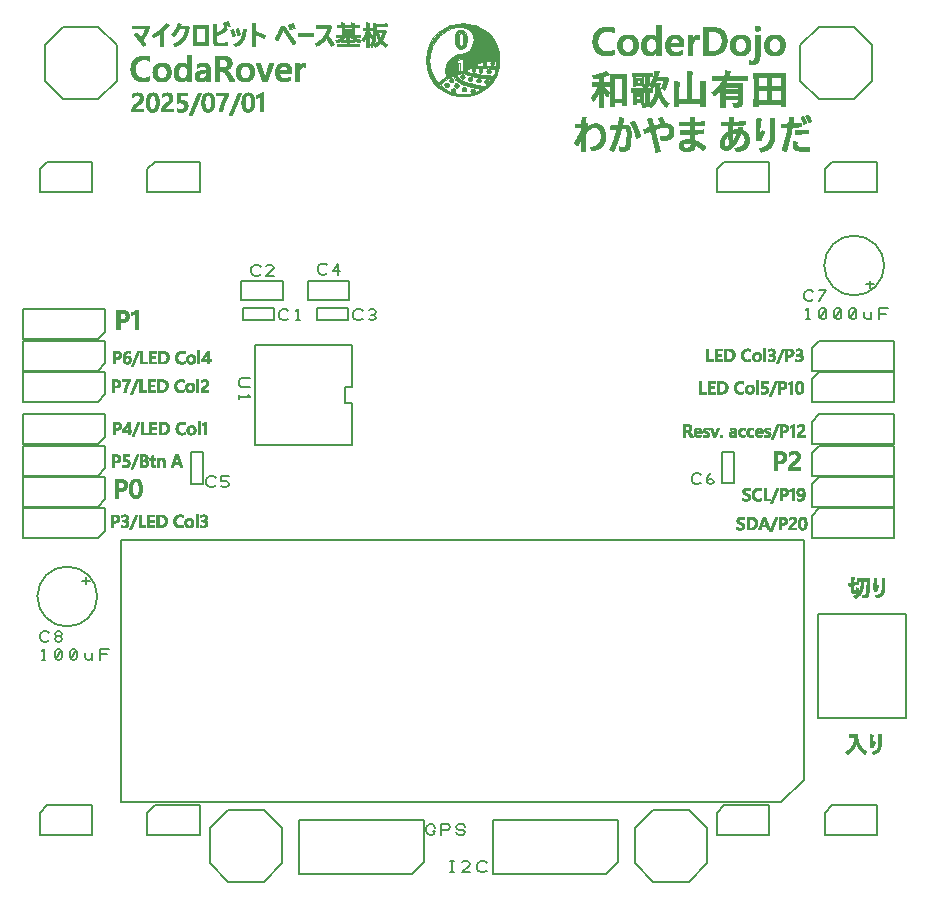
<source format=gbr>
G04 DesignSpark PCB Gerber Version 12.0 Build 5942*
%FSLAX35Y35*%
%MOMM*%
%ADD13C,0.02540*%
%ADD10C,0.05000*%
%ADD14C,0.12700*%
%ADD12C,0.15000*%
%ADD11C,0.30480*%
X0Y0D02*
D02*
D10*
X4095240Y8270240D02*
G75*
G03*
X4715860I310310J0D01*
G01*
G75*
G03*
X4095240I-310310J0D01*
G01*
X4226780Y8495370D02*
X4236730Y8502430D01*
X4247320Y8510770D01*
X4258230Y8516870D01*
X4268500Y8523610D01*
X4281660Y8529390D01*
X4293210Y8534840D01*
X4305410Y8540300D01*
X4319850Y8544790D01*
X4336220Y8548960D01*
X4350020Y8551210D01*
X4361890Y8553130D01*
X4376650Y8554420D01*
X4394620Y8552490D01*
X4406940Y8549720D01*
X4416100Y8547430D01*
X4424470Y8544790D01*
X4432600Y8541700D01*
X4438330Y8538950D01*
X4445200Y8534600D01*
X4450360Y8531050D01*
X4455400Y8526920D01*
X4462040Y8521990D01*
X4466390Y8516610D01*
X4470630Y8511800D01*
X4474410Y8506530D01*
X4478540Y8500570D01*
X4481290Y8493240D01*
X4484720Y8485910D01*
X4487470Y8476740D01*
X4489540Y8468720D01*
X4492060Y8458410D01*
X4493200Y8449710D01*
X4493430Y8441460D01*
X4492290Y8430920D01*
X4491230Y8420800D01*
X4489520Y8412140D01*
X4487170Y8403360D01*
X4484940Y8396150D01*
X4482320Y8390120D01*
X4478780Y8383040D01*
X4474580Y8375440D01*
X4469860Y8368230D01*
X4465410Y8362730D01*
X4460290Y8357350D01*
X4454530Y8351850D01*
X4450350Y8348480D01*
X4445210Y8344940D01*
X4441050Y8342000D01*
X4436520Y8338330D01*
X4429550Y8334170D01*
X4421960Y8330740D01*
X4414620Y8328170D01*
X4407030Y8325850D01*
X4402870Y8324500D01*
X4396510Y8323030D01*
X4389900Y8321930D01*
X4381830Y8321200D01*
X4373510Y8320220D01*
X4364450Y8318870D01*
X4355520Y8317280D01*
X4346710Y8314470D01*
X4339250Y8311900D01*
X4333500Y8308600D01*
X4326770Y8305540D01*
X4319790Y8301260D01*
X4314620Y8298790D01*
X4310140Y8294870D01*
X4304960Y8291090D01*
X4300340Y8287030D01*
X4296700Y8283670D01*
X4291100Y8277930D01*
X4287040Y8273030D01*
X4281720Y8267290D01*
X4278080Y8261970D01*
X4274580Y8256370D01*
X4270800Y8250210D01*
X4268420Y8245730D01*
X4265340Y8239570D01*
X4262260Y8232710D01*
X4259600Y8226130D01*
X4257480Y8218000D01*
X4255480Y8210830D01*
X4254540Y8203780D01*
X4253370Y8195090D01*
X4252780Y8185100D01*
X4253600Y8174060D01*
X4254780Y8165130D01*
X4256420Y8157020D01*
X4258540Y8147740D01*
X4260350Y8142160D01*
X4262050Y8136880D01*
X4264040Y8131590D01*
X4259750Y8129300D01*
X4256360Y8127910D01*
X4251280Y8124420D01*
X4246290Y8121920D01*
X4240810Y8118230D01*
X4235520Y8115240D01*
X4231130Y8112050D01*
X4226950Y8108760D01*
X4222360Y8105170D01*
X4217070Y8100880D01*
X4212590Y8096890D01*
X4208200Y8092900D01*
X4204720Y8089410D01*
X4201840Y8086610D01*
X4198960Y8083420D01*
X4196620Y8080700D01*
X4194520Y8078750D01*
X4189860Y8083420D01*
X4185190Y8088940D01*
X4181140Y8093920D01*
X4177490Y8098590D01*
X4173440Y8103960D01*
X4170490Y8107930D01*
X4167920Y8112200D01*
X4165660Y8115780D01*
X4163330Y8118970D01*
X4161310Y8122320D01*
X4159210Y8126280D01*
X4156790Y8130410D01*
X4153970Y8134480D01*
X4151320Y8139010D01*
X4148880Y8144110D01*
X4146130Y8149760D01*
X4143630Y8155570D01*
X4141900Y8159740D01*
X4140220Y8164740D01*
X4138230Y8169730D01*
X4135120Y8177320D01*
X4132880Y8185980D01*
X4129830Y8193520D01*
X4127890Y8200960D01*
X4125380Y8211880D01*
X4123410Y8222420D01*
X4121830Y8231580D01*
X4120450Y8242220D01*
X4119630Y8258540D01*
X4119800Y8280020D01*
X4120600Y8295460D01*
X4122780Y8314610D01*
X4126330Y8332370D01*
X4129880Y8346910D01*
X4134100Y8360260D01*
X4139680Y8375990D01*
X4145170Y8387940D01*
X4149930Y8398820D01*
X4154430Y8407960D01*
X4159560Y8416960D01*
X4165820Y8426850D01*
X4173170Y8438620D01*
X4181030Y8449110D01*
X4191920Y8462420D01*
X4199590Y8471700D01*
X4209880Y8481780D01*
X4222180Y8491670D01*
X4222640Y8492230D01*
X4226780Y8495370D01*
X4266520Y8081650D02*
X4273540Y8079520D01*
X4278440Y8074840D01*
X4281410Y8070800D01*
X4283750Y8066330D01*
Y8058890D01*
X4281410Y8052930D01*
X4278860Y8048460D01*
X4274820Y8045700D01*
X4270140Y8044210D01*
X4262910Y8044420D01*
X4258230Y8044850D01*
X4253120Y8047830D01*
X4249080Y8053140D01*
X4246310Y8060380D01*
Y8066550D01*
X4249080Y8072500D01*
X4253760Y8077610D01*
X4260780Y8081010D01*
X4266520Y8081650D01*
X4300000Y8117840D02*
X4308920Y8117970D01*
X4312470Y8116680D01*
X4315900Y8114420D01*
X4318740Y8111450D01*
X4320610Y8108800D01*
X4321520Y8105950D01*
X4322490Y8102590D01*
X4322810Y8099230D01*
X4322290Y8095230D01*
X4320100Y8091800D01*
X4318220Y8089020D01*
X4316670Y8087080D01*
X4314280Y8085340D01*
X4311180Y8084110D01*
X4308340Y8083460D01*
X4306010Y8082690D01*
X4303170Y8082950D01*
X4297090Y8084500D01*
X4293280Y8086700D01*
X4290630Y8089540D01*
X4288820Y8091740D01*
X4287460Y8095030D01*
X4287200Y8105500D01*
X4289210Y8110020D01*
X4291600Y8112160D01*
X4293920Y8114290D01*
X4297160Y8116360D01*
X4300000Y8117840D01*
X4330400Y8140520D02*
X4330240Y8134440D01*
X4329150Y8132250D01*
X4328990Y8124930D01*
X4330710Y8119010D01*
X4334610Y8112300D01*
X4338810Y8106380D01*
X4345360Y8099680D01*
X4353620Y8092660D01*
X4361880Y8087670D01*
X4369680Y8082530D01*
X4381520Y8076140D01*
X4389630Y8072550D01*
X4399290Y8067880D01*
X4406350Y8064830D01*
X4418030Y8060670D01*
X4429900Y8056640D01*
X4441980Y8052820D01*
X4454190Y8049600D01*
X4466940Y8046170D01*
X4484460Y8041810D01*
X4501630Y8037790D01*
X4516260Y8034560D01*
X4530090Y8031480D01*
X4542030Y8028660D01*
X4555580Y8026510D01*
X4554640Y8024630D01*
X4548600Y8020610D01*
X4542830Y8017250D01*
X4537600Y8015110D01*
X4531290Y8011750D01*
X4524720Y8008400D01*
X4521950Y8007400D01*
X4518100Y8005400D01*
X4512810Y8003480D01*
X4507730Y8000940D01*
X4503950Y7999570D01*
X4501480Y7999910D01*
X4502030Y8001830D01*
X4503610Y8003410D01*
X4504640Y8006230D01*
X4505390Y8011380D01*
X4505320Y8015570D01*
X4502580Y8021130D01*
X4499690Y8024910D01*
X4496390Y8027380D01*
X4492480Y8028960D01*
X4487670Y8029510D01*
X4481420Y8028350D01*
X4477020Y8026080D01*
X4473520Y8022850D01*
X4471120Y8019210D01*
X4469740Y8015430D01*
X4469120Y8008770D01*
X4469950Y8004720D01*
X4471530Y8000800D01*
X4474620Y7997780D01*
X4477020Y7996340D01*
X4478880Y7994890D01*
X4481900Y7994410D01*
X4481690Y7992900D01*
X4476060Y7991460D01*
X4468850Y7989950D01*
X4459230Y7988300D01*
X4450300Y7986930D01*
X4438760Y7985210D01*
X4426680Y7983970D01*
X4387520Y7984250D01*
X4372140Y7985620D01*
X4361230Y7987060D01*
X4350640Y7988680D01*
X4341440Y7990920D01*
X4333090Y7992860D01*
X4323050Y7994870D01*
X4322810Y7997110D01*
X4326680Y7998340D01*
X4329690Y7999660D01*
X4332630Y8002670D01*
X4335570Y8005840D01*
X4336800Y8009090D01*
X4337500Y8013340D01*
X4337660Y8018210D01*
X4335570Y8022920D01*
X4333640Y8026020D01*
X4330470Y8029110D01*
X4326220Y8031660D01*
X4320800Y8032430D01*
X4316480Y8032200D01*
X4311680Y8030810D01*
X4307660Y8028720D01*
X4305350Y8026480D01*
X4303950Y8024860D01*
X4302020Y8021380D01*
X4300860Y8017820D01*
X4300550Y8014580D01*
X4301090Y8011170D01*
X4302490Y8007770D01*
X4304650Y8004840D01*
X4304420Y8002050D01*
X4301870Y8002130D01*
X4295760Y8005530D01*
X4288260Y8008930D01*
X4279830Y8012510D01*
X4271690Y8016780D01*
X4263410Y8021380D01*
X4255080Y8026790D01*
X4248940Y8030890D01*
X4239520Y8037710D01*
X4230330Y8044450D01*
X4222690Y8050540D01*
X4216990Y8055130D01*
X4213410Y8057960D01*
X4213700Y8061190D01*
X4215840Y8063900D01*
X4218710Y8067760D01*
X4221140Y8070570D01*
X4223310Y8073950D01*
X4228630Y8080260D01*
X4234180Y8085880D01*
X4240330Y8091280D01*
X4265790Y8111190D01*
X4276880Y8117570D01*
X4288590Y8123500D01*
X4300900Y8129730D01*
X4313050Y8134140D01*
X4321180Y8137040D01*
X4330400Y8140520D01*
X4344190Y8075720D02*
X4347680Y8076380D01*
X4351320Y8076230D01*
X4354910Y8074860D01*
X4357790Y8073090D01*
X4360570Y8071430D01*
X4362950Y8069050D01*
X4364820Y8065910D01*
X4366490Y8060810D01*
X4366440Y8055400D01*
X4365580Y8051000D01*
X4364310Y8047710D01*
X4362140Y8045230D01*
X4360010Y8043310D01*
X4357640Y8040880D01*
X4355060Y8039870D01*
X4352530Y8039320D01*
X4342260Y8039370D01*
X4338880Y8041490D01*
X4336100Y8043460D01*
X4333260Y8045740D01*
X4331600Y8048720D01*
X4329570Y8051500D01*
X4329120Y8053630D01*
X4329220Y8059340D01*
X4329930Y8062930D01*
X4332050Y8067180D01*
X4334430Y8070010D01*
X4336400Y8071930D01*
X4339480Y8073800D01*
X4344190Y8075720D01*
X4355850Y8145900D02*
X4361210Y8150410D01*
X4373440Y8155770D01*
X4382450Y8159200D01*
X4395330Y8163070D01*
X4406480Y8165430D01*
X4413990Y8166280D01*
X4418280Y8160700D01*
X4423000Y8157060D01*
X4429230Y8152980D01*
X4438880Y8149120D01*
X4448110Y8145470D01*
X4459480Y8142250D01*
X4469130Y8139460D01*
X4482010Y8137100D01*
X4502750Y8131970D01*
X4525060Y8128180D01*
X4541830Y8125750D01*
X4559590Y8123050D01*
X4578340Y8120250D01*
X4597990Y8117550D01*
X4617280Y8115200D01*
X4642700Y8111420D01*
X4639990Y8105290D01*
X4635490Y8099340D01*
X4631340Y8093930D01*
X4625570Y8087260D01*
X4619800Y8079690D01*
X4612410Y8072120D01*
X4606280Y8065270D01*
X4598350Y8058050D01*
X4587890Y8048500D01*
X4575450Y8050840D01*
X4563910Y8053550D01*
X4552380Y8056070D01*
X4539040Y8059140D01*
X4528760Y8061660D01*
X4517220Y8063640D01*
X4504060Y8066530D01*
X4489460Y8070670D01*
X4476480Y8073380D01*
X4465120Y8076080D01*
X4449620Y8080590D01*
X4435280Y8085080D01*
X4421740Y8089470D01*
X4410540Y8094350D01*
X4401050Y8098230D01*
X4393060Y8101450D01*
X4384990Y8105910D01*
X4378880Y8109740D01*
X4372430Y8114370D01*
X4366790Y8119540D01*
X4361820Y8123970D01*
X4358330Y8129610D01*
X4356120Y8134650D01*
X4355850Y8145900D01*
X4376350Y8525080D02*
X4395150D01*
X4401610Y8523320D01*
X4406020Y8521260D01*
X4411010Y8519060D01*
X4416150Y8514950D01*
X4420120Y8509950D01*
X4423500Y8505400D01*
X4426140Y8500550D01*
X4428490Y8494820D01*
X4429810Y8490120D01*
X4431720Y8482780D01*
X4433190Y8473670D01*
X4433780Y8469610D01*
X4433390Y8423990D01*
X4432600Y8415270D01*
X4431490Y8408670D01*
X4429950Y8403200D01*
X4428290Y8398060D01*
X4426690Y8394000D01*
X4425390Y8391100D01*
X4423720Y8387990D01*
X4421910Y8385530D01*
X4419160Y8383140D01*
X4416410Y8379950D01*
X4413440Y8377410D01*
X4410320Y8374730D01*
X4407140Y8373140D01*
X4403520Y8371480D01*
X4399530Y8370170D01*
X4396200Y8369160D01*
X4372880Y8368940D01*
X4366940Y8371400D01*
X4362090Y8373940D01*
X4358760Y8375970D01*
X4354450Y8379630D01*
X4351290Y8383530D01*
X4347890Y8387080D01*
X4345530Y8391020D01*
X4343010Y8395310D01*
X4340550Y8401080D01*
X4338770Y8407150D01*
X4337790Y8412790D01*
X4336520Y8417500D01*
X4335350Y8435110D01*
X4335710Y8465420D01*
X4337380Y8481960D01*
X4339650Y8490910D01*
X4341630Y8497430D01*
X4345270Y8504110D01*
X4349210Y8509870D01*
X4354670Y8515490D01*
X4360890Y8520190D01*
X4366650Y8522210D01*
X4371320Y8524040D01*
X4376350Y8525080D01*
X4381370Y8281350D02*
X4400260Y8281420D01*
X4401740Y8279450D01*
X4401410Y8183430D01*
X4393340Y8181290D01*
X4387890Y8179770D01*
X4381870Y8178250D01*
X4374790Y8175680D01*
X4374610Y8250850D01*
X4368870Y8247490D01*
X4362680Y8244120D01*
X4357480Y8240980D01*
X4352640Y8237980D01*
X4349090Y8236050D01*
X4349140Y8260540D01*
X4355860Y8264480D01*
X4362010Y8268650D01*
X4372370Y8275430D01*
X4381370Y8281350D01*
X4382250Y8500030D02*
X4387940Y8500130D01*
X4390610Y8499200D01*
X4393820Y8497840D01*
X4396010Y8495700D01*
X4398730Y8492450D01*
X4400430Y8488650D01*
X4401400Y8485110D01*
X4402080Y8480680D01*
X4403100Y8475920D01*
X4403780Y8469310D01*
X4404470Y8465130D01*
X4404200Y8425740D01*
X4402960Y8414640D01*
X4401480Y8408270D01*
X4399810Y8403630D01*
X4398150Y8400150D01*
X4396560Y8398130D01*
X4393590Y8395230D01*
X4390260Y8393270D01*
X4382650Y8393200D01*
X4377650Y8395230D01*
X4374690Y8397620D01*
X4371720Y8401960D01*
X4369760Y8407030D01*
X4368750Y8411600D01*
X4367950Y8416590D01*
X4367080Y8420500D01*
X4367660Y8473950D01*
X4368490Y8481330D01*
X4369680Y8486500D01*
X4371730Y8491120D01*
X4373980Y8494480D01*
X4376600Y8497350D01*
X4380400Y8499530D01*
X4382250Y8500030D01*
X4393270Y8149500D02*
X4397360Y8150120D01*
X4401730D01*
X4405310Y8148980D01*
X4408950Y8146990D01*
X4411680Y8144660D01*
X4413840Y8141540D01*
X4415320Y8138980D01*
X4415940Y8135400D01*
X4416340Y8131940D01*
X4415770Y8128410D01*
X4415030Y8125230D01*
X4413550Y8122620D01*
X4411220Y8120400D01*
X4409180Y8118470D01*
X4406960Y8116930D01*
X4404460Y8115280D01*
X4401620Y8114770D01*
X4398780Y8114430D01*
X4395430Y8115170D01*
X4391730Y8115970D01*
X4387300Y8118640D01*
X4385080Y8120970D01*
X4382700Y8123580D01*
X4381330Y8126030D01*
X4380760Y8137850D01*
X4382920Y8141200D01*
X4384120Y8143640D01*
X4386560Y8145860D01*
X4389120Y8147620D01*
X4393270Y8149500D01*
X4404000Y8043590D02*
X4408950Y8044460D01*
X4414830Y8044630D01*
X4418420Y8043760D01*
X4421580Y8041850D01*
X4425010Y8039460D01*
X4427350Y8036570D01*
X4429520Y8032760D01*
X4430340Y8029710D01*
X4431210Y8026450D01*
X4430390Y8021710D01*
X4429360Y8018390D01*
X4428110Y8016270D01*
X4426910Y8014420D01*
X4425060Y8012190D01*
X4422830Y8010060D01*
X4420650Y8008650D01*
X4418370Y8007780D01*
X4413470Y8007020D01*
X4408130Y8007180D01*
X4403560Y8008430D01*
X4399420Y8010830D01*
X4396870Y8013600D01*
X4394470Y8017630D01*
X4393330Y8020240D01*
X4393440Y8031730D01*
X4395120Y8035320D01*
X4397190Y8038200D01*
X4399370Y8040440D01*
X4402150Y8042670D01*
X4404000Y8043590D01*
X4462060Y8130120D02*
X4469230Y8129700D01*
X4473870Y8127260D01*
X4476240Y8124470D01*
X4478770Y8120930D01*
X4480620Y8116880D01*
X4481040Y8107770D01*
X4479270Y8103890D01*
X4477080Y8100850D01*
X4474550Y8098070D01*
X4471340Y8096800D01*
X4467720Y8096040D01*
X4459790Y8096210D01*
X4455230Y8097730D01*
X4452030Y8100010D01*
X4449580Y8103050D01*
X4447980Y8106670D01*
X4447390Y8115870D01*
X4448400Y8120590D01*
X4450840Y8124130D01*
X4454810Y8128180D01*
X4458440Y8129620D01*
X4462060Y8130120D01*
X4479210Y8210110D02*
X4499930Y8208740D01*
X4520770Y8207140D01*
X4539670Y8205660D01*
X4560170Y8204180D01*
X4590680Y8202250D01*
X4620970Y8200200D01*
X4650350Y8197690D01*
X4680640Y8194730D01*
X4675400Y8177200D01*
X4671070Y8164670D01*
X4665610Y8152830D01*
X4661510Y8142810D01*
X4657640Y8136430D01*
X4637830Y8139170D01*
X4619830Y8141900D01*
X4605030Y8143040D01*
X4585670Y8145770D01*
X4564950Y8148960D01*
X4541490Y8152600D01*
X4521450Y8155340D01*
X4503010Y8158300D01*
X4486840Y8160800D01*
X4474610Y8162830D01*
X4464710Y8165530D01*
X4455570Y8168090D01*
X4448510Y8171060D01*
X4443800Y8173490D01*
X4440610Y8175770D01*
X4436810Y8178470D01*
X4433970Y8180690D01*
X4433900Y8184420D01*
X4436390Y8186430D01*
X4440130Y8189200D01*
X4444560Y8192040D01*
X4450240Y8195430D01*
X4455640Y8198690D01*
X4460140Y8201250D01*
X4464230Y8203040D01*
X4468570Y8205040D01*
X4472550Y8206720D01*
X4476140Y8208120D01*
X4479210Y8210110D01*
X4488410Y8203570D02*
X4492350Y8204290D01*
X4495710Y8204050D01*
X4499260Y8202220D01*
X4502230Y8200060D01*
X4504630Y8197420D01*
X4506070Y8195030D01*
X4506640Y8185530D01*
X4503910Y8180920D01*
X4502130Y8178280D01*
X4499160Y8176700D01*
X4495950Y8175260D01*
X4493790Y8174680D01*
X4490000D01*
X4486640Y8175790D01*
X4482900Y8177800D01*
X4479870Y8181020D01*
X4478340Y8184280D01*
X4476950Y8187780D01*
X4477140Y8191380D01*
X4478050Y8194160D01*
X4479540Y8197330D01*
X4481840Y8199580D01*
X4484000Y8201600D01*
X4487020Y8203130D01*
X4488410Y8203570D01*
X4530100Y8116560D02*
X4536580Y8116610D01*
X4541330Y8114880D01*
X4544100Y8112790D01*
X4548130Y8109190D01*
X4550010Y8105530D01*
X4551050Y8102920D01*
X4551780Y8099730D01*
X4551680Y8096390D01*
X4550420Y8092630D01*
X4549120Y8089490D01*
X4548020Y8087510D01*
X4546140Y8085310D01*
X4543890Y8084060D01*
X4541280Y8083170D01*
X4538880Y8082380D01*
X4527850D01*
X4525240Y8083740D01*
X4522000Y8085520D01*
X4519910Y8088030D01*
X4518290Y8090800D01*
X4516620Y8093930D01*
X4516410Y8102550D01*
X4517510Y8106780D01*
X4519550Y8109920D01*
X4521740Y8112380D01*
X4524460Y8114410D01*
X4527540Y8115770D01*
X4530100Y8116560D01*
X4547330Y8196600D02*
X4556330Y8196640D01*
X4559060Y8195050D01*
X4562020Y8192890D01*
X4564270Y8190550D01*
X4566170Y8187460D01*
X4566870Y8184460D01*
X4566700Y8175420D01*
X4565200Y8172330D01*
X4563300Y8170340D01*
X4561310Y8168800D01*
X4559200Y8167520D01*
X4556420Y8166200D01*
X4546450D01*
X4543230Y8168140D01*
X4540710Y8170480D01*
X4538330Y8173080D01*
X4536920Y8176520D01*
X4536210Y8178640D01*
Y8183930D01*
X4537400Y8187240D01*
X4539080Y8190600D01*
X4541240Y8192540D01*
X4543890Y8194650D01*
X4547330Y8196600D01*
X4581270Y8252680D02*
X4583910Y8253290D01*
X4588540Y8253340D01*
X4592060Y8252220D01*
X4595010Y8250140D01*
X4597760Y8247290D01*
X4599690Y8244280D01*
X4600350Y8241480D01*
X4601060Y8239090D01*
X4600760Y8236140D01*
X4599490Y8233950D01*
X4598420Y8231710D01*
X4596590Y8229470D01*
X4594800Y8227640D01*
X4592560Y8226110D01*
X4590270Y8225250D01*
X4583300Y8225150D01*
X4580450Y8226060D01*
X4577140Y8227690D01*
X4575260Y8229370D01*
X4573530Y8231560D01*
X4571750Y8234360D01*
X4571440Y8239500D01*
X4571850Y8243420D01*
X4573070Y8245710D01*
X4574650Y8248300D01*
X4577550Y8250900D01*
X4581270Y8252680D01*
X4596840Y8108110D02*
X4605070D01*
X4607880Y8107060D01*
X4612590Y8104650D01*
X4615250Y8101490D01*
X4616950Y8098480D01*
X4618010Y8095920D01*
X4618660Y8093570D01*
X4619460Y8090710D01*
X4619010Y8087950D01*
X4618310Y8084640D01*
X4616950Y8081480D01*
X4615100Y8078470D01*
X4611840Y8075810D01*
X4609880Y8074460D01*
X4606820Y8073410D01*
X4602310Y8072600D01*
X4596690Y8072850D01*
X4592330Y8074510D01*
X4588870Y8076620D01*
X4586010Y8079570D01*
X4584210Y8083230D01*
X4583100Y8086540D01*
X4582750Y8090510D01*
X4583750Y8094820D01*
X4585010Y8098780D01*
X4586910Y8101640D01*
X4589270Y8103650D01*
X4591980Y8105800D01*
X4596840Y8108110D01*
X4618770Y8192510D02*
X4621100Y8192940D01*
X4624340Y8192420D01*
X4627570Y8191130D01*
X4630570Y8188760D01*
X4632900Y8186660D01*
X4634800Y8183760D01*
X4636040Y8181000D01*
X4636560Y8178820D01*
X4636650Y8172590D01*
X4635890Y8169920D01*
X4633890Y8167540D01*
X4632420Y8165590D01*
X4630950Y8164120D01*
X4629470Y8162880D01*
X4626290Y8161270D01*
X4615390Y8161310D01*
X4612400Y8162790D01*
X4610450Y8164600D01*
X4608830Y8166360D01*
X4606590Y8168830D01*
X4605410Y8171250D01*
X4604930Y8177200D01*
X4605260Y8180580D01*
X4606550Y8184140D01*
X4608450Y8186950D01*
X4610450Y8189040D01*
X4613160Y8190610D01*
X4616060Y8192040D01*
X4618770Y8192510D01*
X4647730Y8259980D02*
X4650300Y8260770D01*
X4653480Y8260520D01*
X4657370Y8258990D01*
X4659690Y8257250D01*
X4661800Y8255430D01*
X4663790Y8252740D01*
X4665160Y8249960D01*
X4665860Y8248100D01*
X4666190Y8245370D01*
X4665320Y8243300D01*
X4664370Y8240200D01*
X4662800Y8236880D01*
X4660980Y8235110D01*
X4659320Y8233240D01*
X4657330Y8232120D01*
X4655470Y8231550D01*
X4651540Y8231130D01*
X4648970D01*
X4645790Y8231920D01*
X4642520Y8233200D01*
X4638870Y8237090D01*
X4636930Y8240730D01*
X4636180Y8243300D01*
X4635560Y8247110D01*
X4636100Y8250630D01*
X4637760Y8253650D01*
X4639870Y8255470D01*
X4642100Y8257700D01*
X4645040Y8259110D01*
X4647730Y8259980D01*
X4690820Y8265370D02*
X4689570Y8253360D01*
X4688820Y8242600D01*
X4687070Y8232850D01*
X4685060Y8221590D01*
X4684810Y8215840D01*
X4664800D01*
X4644790Y8217590D01*
X4617270Y8219340D01*
X4597010Y8220840D01*
X4576750Y8222090D01*
X4550730Y8224090D01*
X4535970Y8225340D01*
X4511210Y8226590D01*
X4500950Y8227600D01*
X4505760Y8230960D01*
X4510320Y8233790D01*
X4515090Y8236140D01*
X4520340Y8238600D01*
X4526180Y8241230D01*
X4533280Y8244150D01*
X4541830Y8247430D01*
X4549380Y8250060D01*
X4558910Y8252360D01*
X4567620Y8254820D01*
X4586110Y8259010D01*
X4603190Y8261640D01*
X4625540Y8263780D01*
X4647060Y8265420D01*
X4665400Y8266080D01*
X4690820Y8265370D01*
D02*
D11*
X4360240Y8305240D02*
X4695240D01*
Y8280240D01*
X4415240D01*
X4460240Y8550240D02*
X4510240D01*
Y8255240D01*
D02*
D12*
X4105240Y8320240D02*
Y8220240D01*
X4115240D01*
X4110240Y8215240D02*
Y8195240D01*
X4115240Y8245240D02*
Y8175240D01*
X4125240D01*
Y8180240D01*
X4115240Y8320240D02*
Y8295240D01*
Y8320240D02*
X4110240D01*
Y8230240D01*
X4115240Y8360240D02*
Y8340240D01*
X4110240D01*
Y8345240D01*
X4120240Y8210240D02*
Y8185240D01*
Y8370240D02*
Y8330240D01*
X4110240D01*
X4120240Y8375240D02*
X4125240D01*
Y8355240D01*
Y8185240D02*
Y8165240D01*
X4120240D01*
X4130240Y8150240D02*
Y8145240D01*
Y8165240D02*
Y8155240D01*
X4125240D01*
X4130240Y8175240D02*
Y8165240D01*
Y8370240D02*
X4120240D01*
Y8365240D01*
X4130240Y8400240D02*
Y8390240D01*
X4125240D01*
X4135240Y8155240D02*
Y8135240D01*
X4145240D01*
X4135240Y8160240D02*
Y8145240D01*
X4140240D01*
X4135240Y8405240D02*
Y8380240D01*
X4125240D01*
X4140240Y8125240D02*
X4150240D01*
Y8110240D01*
X4145240Y8120240D02*
Y8115240D01*
X4160240D01*
X4145240Y8405240D02*
Y8415240D01*
X4150240D01*
Y8105240D02*
X4165240D01*
X4150240Y8420240D02*
X4140240D01*
Y8395240D01*
X4150240Y8435240D02*
X4160240D01*
X4155240Y8100240D02*
Y8095240D01*
X4160240D01*
X4155240Y8105240D02*
X4165240D01*
Y8085240D01*
X4155240Y8440240D02*
Y8425240D01*
X4145240D01*
X4165240Y8455240D02*
Y8440240D01*
X4170240Y8095240D02*
Y8075240D01*
X4205240D01*
X4170240Y8460240D02*
X4180240D01*
Y8470240D01*
X4175240Y8090240D02*
Y8085240D01*
X4180240D01*
X4175240Y8470240D02*
Y8450240D01*
X4160240D01*
X4180240Y8070240D02*
X4210240D01*
Y8085240D01*
X4185240Y8060240D02*
X4195240D01*
X4185240Y8070240D02*
Y8065240D01*
X4210240D01*
X4185240Y8470240D02*
Y8465240D01*
X4180240D01*
X4190240Y8055240D02*
X4205240D01*
Y8045240D01*
X4190240Y8475240D02*
X4180240D01*
X4195240Y8480240D02*
X4185240D01*
X4200240Y8050240D02*
Y8045240D01*
X4205240D01*
X4200240Y8485240D02*
X4190240D01*
X4200240Y8495240D02*
X4215240D01*
Y8500240D01*
X4205240Y8080240D02*
X4215240D01*
Y8075240D01*
X4210240Y8035240D02*
X4230240D01*
X4210240Y8505240D02*
X4225240D01*
X4215240Y8050240D02*
Y8035240D01*
Y8090240D02*
Y8080240D01*
X4220240D01*
Y8030240D02*
X4240240D01*
Y8015240D01*
X4220240Y8090240D02*
X4230240D01*
Y8095240D01*
X4220240Y8500240D02*
X4210240D01*
Y8490240D01*
X4225240Y8040240D02*
Y8030240D01*
Y8100240D02*
X4240240D01*
X4230240Y8025240D02*
X4245240D01*
Y8020240D01*
X4230240Y8105240D02*
X4245240D01*
X4235240Y8020240D02*
X4250240D01*
Y8010240D01*
X4235240Y8520240D02*
Y8510240D01*
X4220240D01*
X4240240Y8520240D02*
X4255240D01*
Y8525240D01*
X4240240D02*
Y8515240D01*
X4225240D01*
X4245240Y8530240D02*
X4270240D01*
X4250240Y8115240D02*
Y8110240D01*
X4255240Y8070240D02*
Y8060240D01*
Y8110240D02*
X4240240D01*
X4255240Y8120240D02*
X4265240D01*
X4255240Y8535240D02*
X4275240D01*
X4260240Y8005240D02*
X4280240D01*
X4260240Y8015240D02*
X4265240D01*
Y8000240D01*
X4260240Y8075240D02*
Y8050240D01*
X4270240D01*
X4260240Y8125240D02*
X4275240D01*
X4260240Y8190240D02*
Y8165240D01*
X4265240D01*
X4260240Y8200240D02*
X4275240D01*
Y8195240D01*
X4265240Y8220240D02*
Y8210240D01*
X4285240D01*
X4265240Y8540240D02*
X4290240D01*
X4270240Y8075240D02*
Y8055240D01*
X4275240D01*
X4270240Y8130240D02*
Y8155240D01*
X4265240D01*
X4270240Y8180240D02*
Y8190240D01*
Y8230240D02*
Y8220240D01*
X4285240D01*
X4275240Y7995240D02*
X4315240D01*
Y8025240D01*
X4275240Y8065240D02*
Y8060240D01*
X4280240Y8130240D02*
X4285240D01*
X4280240Y8255240D02*
Y8230240D01*
X4290240D01*
X4285240Y8000240D02*
X4290240D01*
X4285240Y8260240D02*
Y8250240D01*
X4290240D01*
X4295240Y8105240D02*
Y8095240D01*
Y8555240D02*
X4330240D01*
Y8565240D01*
X4300240Y7985240D02*
X4335240D01*
X4300240Y8110240D02*
Y8090240D01*
X4305240D01*
X4300240Y8135240D02*
X4280240D01*
X4300240Y8280240D02*
Y8240240D01*
X4270240D01*
X4300240Y8545240D02*
X4275240D01*
X4305240Y8140240D02*
X4315240D01*
X4310240Y7980240D02*
X4355240D01*
X4310240Y8020240D02*
Y7990240D01*
X4290240D01*
X4310240Y8110240D02*
Y8090240D01*
Y8285240D02*
Y8270240D01*
X4290240D01*
X4310240Y8550240D02*
X4290240D01*
Y8545240D01*
X4315240Y8105240D02*
Y8100240D01*
X4310240D01*
X4325240Y8025240D02*
Y8005240D01*
X4320240D01*
X4330240Y8020240D02*
Y8010240D01*
X4335240Y7975240D02*
X4420240D01*
Y7970240D01*
X4355240D01*
Y7975240D01*
X4335240Y8060240D02*
Y8055240D01*
X4350240D01*
Y8050240D01*
X4345240D01*
X4335240Y8140240D02*
Y8125240D01*
X4355240D01*
X4335240Y8305240D02*
Y8150240D01*
X4265240D01*
X4335240Y8305240D01*
G36*
X4335240Y8305240D02*
Y8150240D01*
X4265240D01*
X4335240Y8305240D01*
G37*
Y8555240D02*
X4315240D01*
Y8550240D01*
X4340240Y8050240D02*
X4350240D01*
Y8045240D01*
X4340240Y8065240D02*
X4350240D01*
Y8070240D01*
X4340240Y8115240D02*
X4365240D01*
Y8095240D01*
X4340240Y8230240D02*
X4365240D01*
Y8160240D01*
X4340240D01*
Y8230240D01*
G36*
X4340240Y8230240D02*
X4365240D01*
Y8160240D01*
X4340240D01*
Y8230240D01*
G37*
X4345240Y8045240D02*
Y8060240D01*
X4350240D01*
X4345240Y8115240D02*
Y8105240D01*
X4375240D01*
Y8090240D01*
X4345240Y8305240D02*
Y8265240D01*
X4340240D01*
Y8235240D01*
X4345240Y8490240D02*
Y8405240D01*
X4355240D01*
X4350240Y8140240D02*
Y8135240D01*
X4345240D01*
X4350240Y8490240D02*
Y8395240D01*
X4355240D01*
Y8100240D02*
X4385240D01*
Y8080240D01*
X4355240Y8155240D02*
X4270240D01*
Y8145240D01*
X4350240D01*
X4355240Y8390240D02*
X4375240D01*
X4355240Y8500240D02*
X4350240D01*
Y8495240D01*
X4360240Y7980240D02*
X4370240D01*
Y7975240D01*
X4360240Y8065240D02*
Y8050240D01*
X4350240D01*
X4360240Y8225240D02*
X4365240D01*
Y8240240D01*
X4360240Y8385240D02*
X4415240D01*
Y8505240D01*
X4360240Y8485240D02*
Y8415240D01*
Y8510240D02*
X4355240D01*
Y8500240D01*
X4365240Y8280240D02*
X4320240D01*
Y8295240D01*
X4365240Y8405240D02*
Y8380240D01*
X4395240D01*
X4365240Y8505240D02*
Y8495240D01*
X4360240D01*
X4365240Y8515240D02*
X4405240D01*
X4365240Y8570240D02*
X4355240D01*
Y8560240D01*
X4340240D01*
Y8565240D01*
X4345240D01*
X4370240Y8090240D02*
X4375240D01*
Y8085240D01*
X4370240Y8170240D02*
X4395240D01*
Y8175240D01*
X4370240Y8375240D02*
X4390240D01*
X4370240Y8505240D02*
X4400240D01*
X4370240Y8570240D02*
Y8560240D01*
X4315240D01*
X4375240Y8165240D02*
X4385240D01*
X4375240Y8285240D02*
X4360240D01*
Y8275240D01*
X4375240Y8570240D02*
X4455240D01*
Y8560240D01*
X4380240Y8165240D02*
X4350240D01*
Y8150240D01*
X4390240Y8135240D02*
Y8125240D01*
Y8140240D02*
X4395240D01*
X4390240Y8560240D02*
X4475240D01*
Y8520240D01*
X4395240Y8095240D02*
Y8075240D01*
X4405240D01*
X4395240Y8145240D02*
Y8125240D01*
X4400240Y8025240D02*
Y8020240D01*
Y8145240D02*
Y8120240D01*
Y8375240D02*
Y8395240D01*
X4405240D01*
Y8015240D02*
X4410240D01*
X4405240Y8020240D02*
Y8030240D01*
X4400240D01*
X4405240D02*
Y8035240D01*
Y8090240D02*
Y8070240D01*
X4415240D01*
X4405240Y8140240D02*
Y8125240D01*
Y8180240D02*
Y8170240D01*
Y8320240D02*
X4420240D01*
X4405240Y8400240D02*
X4410240D01*
Y8510240D01*
X4405240Y8555240D02*
X4465240D01*
Y8525240D01*
X4410240Y8135240D02*
Y8130240D01*
Y8265240D02*
Y8175240D01*
X4430240D01*
Y8265240D01*
X4410240D01*
G36*
X4410240Y8265240D02*
Y8175240D01*
X4430240D01*
Y8265240D01*
X4410240D01*
G37*
Y8380240D02*
Y8420240D01*
X4415240Y8035240D02*
Y8015240D01*
X4410240D01*
X4415240Y8085240D02*
Y8070240D01*
X4435240D01*
X4415240Y8290240D02*
X4350240D01*
Y8270240D01*
X4415240Y8495240D02*
X4405240D01*
X4420240Y8035240D02*
Y8020240D01*
Y8170240D02*
X4435240D01*
X4420240Y8495240D02*
Y8395240D01*
Y8575240D02*
X4395240D01*
Y8570240D01*
X4425240Y7970240D02*
X4450240D01*
Y7980240D01*
X4460240D01*
X4425240Y7975240D02*
X4445240D01*
Y7980240D01*
X4425240Y8025240D02*
X4410240D01*
Y8035240D01*
X4425240Y8065240D02*
X4445240D01*
Y8075240D01*
X4425240Y8080240D02*
X4435240D01*
X4425240Y8165240D02*
X4445240D01*
Y8155240D01*
X4425240Y8485240D02*
Y8410240D01*
X4420240D01*
X4430240Y8065240D02*
X4465240D01*
Y8070240D01*
X4430240Y8160240D02*
X4455240D01*
Y8150240D01*
X4435240Y8200240D02*
X4450240D01*
Y8205240D01*
X4435240Y8260240D02*
X4495240D01*
Y8215240D01*
X4435240D01*
Y8260240D01*
G36*
X4435240Y8260240D02*
X4495240D01*
Y8215240D01*
X4435240D01*
Y8260240D01*
G37*
Y8550240D02*
X4455240D01*
Y8535240D01*
X4440240Y8155240D02*
X4480240D01*
Y8145240D01*
X4440240Y8195240D02*
X4430240D01*
X4445240Y8335240D02*
Y8340240D01*
X4495240D01*
Y8320240D01*
X4420240D01*
X4445240Y8335240D01*
G36*
X4445240Y8335240D02*
Y8340240D01*
X4495240D01*
Y8320240D01*
X4420240D01*
X4445240Y8335240D01*
G37*
Y8545240D02*
Y8540240D01*
X4455240D01*
X4450240Y8545240D02*
Y8550240D01*
X4430240D01*
X4455240Y7970240D02*
X4460240D01*
X4455240Y8070240D02*
Y8060240D01*
X4440240D01*
X4455240Y8105240D02*
X4465240D01*
Y8100240D01*
X4455240Y8110240D02*
X4470240D01*
Y8105240D01*
X4455240Y8115240D02*
X4470240D01*
Y8110240D01*
X4460240Y7975240D02*
X4480240D01*
X4460240Y8125240D02*
Y8120240D01*
X4470240D01*
X4460240Y8160240D02*
Y8150240D01*
X4490240D01*
X4460240Y8350240D02*
X4470240D01*
Y8355240D01*
X4465240Y8210240D02*
X4440240D01*
X4465240Y8565240D02*
X4380240D01*
Y8560240D01*
X4470240Y7985240D02*
X4510240D01*
X4470240Y8145240D02*
X4505240D01*
Y8150240D01*
X4475240Y8010240D02*
X4480240D01*
X4475240Y8065240D02*
Y8055240D01*
X4460240D01*
X4475240Y8110240D02*
Y8115240D01*
X4480240Y8020240D02*
Y8000240D01*
Y8055240D02*
X4530240D01*
Y8040240D01*
X4480240Y8370240D02*
Y8365240D01*
X4475240D01*
X4485240Y8020240D02*
X4490240D01*
Y7990240D01*
X4520240D01*
X4485240Y8050240D02*
X4500240D01*
Y8060240D01*
X4485240Y8155240D02*
Y8150240D01*
X4515240D01*
Y8135240D01*
X4555240D01*
X4485240Y8190240D02*
Y8185240D01*
X4500240D01*
X4485240Y8195240D02*
X4495240D01*
Y8185240D01*
X4490240Y8065240D02*
X4475240D01*
Y8050240D01*
X4490240Y8560240D02*
X4475240D01*
Y8565240D01*
X4495240Y8020240D02*
Y7980240D01*
X4465240D01*
X4495240Y8045240D02*
X4525240D01*
Y8040240D01*
X4495240Y8140240D02*
X4510240D01*
X4495240Y8215240D02*
X4595240D01*
X4495240Y8465240D02*
Y8535240D01*
X4475240D01*
Y8525240D01*
X4485240D01*
X4495240Y8465240D01*
G36*
X4495240Y8465240D02*
Y8535240D01*
X4475240D01*
Y8525240D01*
X4485240D01*
X4495240Y8465240D01*
G37*
X4500240Y8045240D02*
X4575240D01*
Y8040240D01*
X4500240Y8190240D02*
X4490240D01*
Y8180240D01*
X4500240Y8420240D02*
Y8345240D01*
X4475240D01*
X4500240Y8420240D01*
G36*
X4500240Y8420240D02*
Y8345240D01*
X4475240D01*
X4500240Y8420240D01*
G37*
X4505240Y7995240D02*
X4525240D01*
Y8000240D01*
X4505240Y8055240D02*
X4510240D01*
Y8060240D01*
X4515240Y8270240D02*
X4505240D01*
Y8240240D01*
X4515240Y8270240D01*
G36*
X4515240Y8270240D02*
X4505240D01*
Y8240240D01*
X4515240Y8270240D01*
G37*
X4520240Y8040240D02*
X4595240D01*
Y8035240D01*
X4520240Y8150240D02*
Y8145240D01*
X4535240D01*
X4520240Y8535240D02*
X4555240D01*
Y8320240D01*
X4525240D01*
X4520240Y8535240D01*
G36*
X4520240Y8535240D02*
X4555240D01*
Y8320240D01*
X4525240D01*
X4520240Y8535240D01*
G37*
X4525240Y8105240D02*
X4535240D01*
Y8110240D01*
X4525240Y8250240D02*
Y8270240D01*
X4610240D01*
X4525240Y8260240D02*
X4515240D01*
Y8245240D01*
X4525240Y8550240D02*
X4480240D01*
Y8505240D01*
X4530240Y8005240D02*
Y7995240D01*
X4525240D01*
X4530240Y8110240D02*
Y8090240D01*
X4535240D01*
X4530240Y8220240D02*
X4485240D01*
X4535240Y7995240D02*
Y8000240D01*
Y8260240D02*
X4530240D01*
Y8250240D01*
X4540240Y8035240D02*
X4590240D01*
Y8030240D01*
X4540240Y8050240D02*
Y8040240D01*
Y8105240D02*
Y8090240D01*
X4530240D01*
X4545240Y8000240D02*
Y8005240D01*
X4555240D01*
X4545240Y8050240D02*
X4550240D01*
X4545240Y8100240D02*
X4525240D01*
Y8095240D01*
X4545240Y8145240D02*
X4555240D01*
X4545240Y8185240D02*
Y8175240D01*
Y8540240D02*
X4530240D01*
Y8545240D01*
X4550240Y8015240D02*
Y8005240D01*
X4540240D01*
X4550240Y8130240D02*
X4590240D01*
Y8140240D01*
X4550240Y8190240D02*
X4555240D01*
Y8185240D01*
Y8210240D02*
X4700240D01*
X4560240Y8025240D02*
Y8010240D01*
X4540240D01*
X4560240Y8140240D02*
X4585240D01*
Y8135240D01*
X4560240Y8180240D02*
X4555240D01*
Y8175240D01*
X4560240Y8185240D02*
Y8175240D01*
X4550240D01*
X4560240Y8470240D02*
X4630240D01*
Y8320240D01*
X4565240D01*
X4560240Y8470240D01*
G36*
X4560240Y8470240D02*
X4630240D01*
Y8320240D01*
X4565240D01*
X4560240Y8470240D01*
G37*
X4565240Y8265240D02*
X4545240D01*
Y8255240D01*
X4565240Y8530240D02*
Y8480240D01*
X4625240D01*
X4565240Y8530240D01*
G36*
X4565240Y8530240D02*
Y8480240D01*
X4625240D01*
X4565240Y8530240D01*
G37*
X4570240Y8015240D02*
Y8025240D01*
X4580240D01*
X4570240Y8260240D02*
X4535240D01*
X4580240Y8020240D02*
Y8025240D01*
X4585240D01*
X4580240Y8240240D02*
X4585240D01*
Y8230240D01*
X4580240Y8245240D02*
X4590240D01*
Y8240240D01*
X4585240Y8125240D02*
X4620240D01*
X4590240Y8090240D02*
X4600240D01*
Y8080240D01*
X4590240Y8095240D02*
Y8085240D01*
Y8235240D02*
X4585240D01*
Y8240240D01*
X4590240Y8265240D02*
X4540240D01*
Y8255240D01*
X4595240Y8045240D02*
X4605240D01*
Y8055240D01*
X4595240Y8080240D02*
X4600240D01*
X4595240Y8100240D02*
X4610240D01*
Y8080240D01*
X4595240Y8240240D02*
X4580240D01*
Y8235240D01*
X4600240Y8050240D02*
Y8040240D01*
X4605240Y8135240D02*
X4600240D01*
X4610240D02*
X4620240D01*
Y8130240D01*
X4610240Y8175240D02*
X4620240D01*
Y8170240D01*
X4615240Y8050240D02*
Y8065240D01*
Y8180240D02*
X4620240D01*
Y8185240D01*
Y8075240D02*
Y8055240D01*
Y8120240D02*
X4660240D01*
Y8105240D01*
X4625240Y8125240D02*
X4665240D01*
Y8115240D01*
X4625240Y8135240D02*
Y8125240D01*
X4655240D01*
X4630240Y8085240D02*
Y8065240D01*
X4625240D01*
X4630240Y8175240D02*
X4615240D01*
Y8170240D01*
X4630240Y8180240D02*
X4625240D01*
Y8170240D01*
X4630240Y8205240D02*
X4690240D01*
Y8170240D01*
X4630240Y8475240D02*
Y8415240D01*
X4670240D01*
X4630240Y8475240D01*
G36*
X4630240Y8475240D02*
Y8415240D01*
X4670240D01*
X4630240Y8475240D01*
G37*
X4635240Y8130240D02*
X4660240D01*
X4635240Y8405240D02*
X4675240D01*
Y8320240D01*
X4635240D01*
Y8405240D01*
G36*
X4635240Y8405240D02*
X4675240D01*
Y8320240D01*
X4635240D01*
Y8405240D01*
G37*
X4640240Y8095240D02*
Y8075240D01*
X4635240D01*
X4645240Y8085240D02*
Y8090240D01*
Y8100240D02*
X4655240D01*
X4645240Y8250240D02*
Y8240240D01*
X4650240Y8110240D02*
Y8090240D01*
X4645240D01*
X4655240Y8255240D02*
Y8240240D01*
X4650240D01*
X4660240Y8245240D02*
X4650240D01*
Y8240240D01*
X4670240Y8135240D02*
X4665240D01*
X4675240Y8140240D02*
Y8135240D01*
Y8410240D02*
Y8320240D01*
X4705240D01*
Y8325240D01*
X4675240Y8410240D01*
G36*
X4675240Y8410240D02*
Y8320240D01*
X4705240D01*
Y8325240D01*
X4675240Y8410240D01*
G37*
X4680240Y8140240D02*
X4670240D01*
Y8125240D01*
X4680240Y8155240D02*
X4685240D01*
X4680240D02*
X4675240D01*
X4680240Y8170240D02*
Y8145240D01*
X4670240D01*
X4685240Y8185240D02*
Y8160240D01*
X4680240D01*
X4690240Y8170240D02*
Y8165240D01*
X4695240Y8180240D02*
Y8175240D01*
Y8185240D02*
Y8210240D01*
X4700240D01*
X4695240Y8265240D02*
X4705240D01*
Y8215240D01*
X4695240D01*
Y8265240D01*
G36*
X4695240Y8265240D02*
X4705240D01*
Y8215240D01*
X4695240D01*
Y8265240D01*
G37*
X4700240Y8200240D02*
X4680240D01*
X4700240Y8205240D02*
X4695240D01*
Y8195240D01*
X4705240Y8310240D02*
Y8270240D01*
X4710240D01*
D02*
D13*
X1440610Y4356120D02*
Y4317940D01*
X1423230D01*
Y4423210D01*
X1455160D01*
X1459560Y4423110D01*
X1463760Y4422720D01*
X1467660Y4422040D01*
X1471280Y4421060D01*
X1474690Y4419890D01*
X1477820Y4418420D01*
X1480650Y4416760D01*
X1483290Y4414710D01*
X1485630Y4412560D01*
X1487680Y4410120D01*
X1489440Y4407490D01*
X1490810Y4404560D01*
X1491880Y4401530D01*
X1492660Y4398210D01*
X1493150Y4394690D01*
X1493250Y4390980D01*
X1493150Y4387270D01*
X1492660Y4383660D01*
X1491780Y4380240D01*
X1490710Y4377020D01*
X1489240Y4373990D01*
X1487390Y4371060D01*
X1485340Y4368420D01*
X1482900Y4365880D01*
X1480160Y4363540D01*
X1477230Y4361590D01*
X1474010Y4359930D01*
X1470590Y4358560D01*
X1466980Y4357490D01*
X1463070Y4356700D01*
X1458970Y4356310D01*
X1454670Y4356120D01*
X1440610D01*
Y4408850D02*
Y4370380D01*
X1451940D01*
X1454670Y4370470D01*
X1457210Y4370670D01*
X1459650Y4371060D01*
X1461800Y4371650D01*
X1463850Y4372430D01*
X1465810Y4373310D01*
X1467470Y4374380D01*
X1469030Y4375550D01*
X1470400Y4376920D01*
X1471670Y4378480D01*
X1472640Y4380040D01*
X1473420Y4381900D01*
X1474110Y4383760D01*
X1474600Y4385810D01*
X1474890Y4387950D01*
Y4390300D01*
Y4392540D01*
X1474600Y4394600D01*
X1474200Y4396550D01*
X1473620Y4398400D01*
X1472840Y4400060D01*
X1471860Y4401630D01*
X1470790Y4402990D01*
X1469520Y4404170D01*
X1468150Y4405340D01*
X1466490Y4406220D01*
X1464730Y4407000D01*
X1462780Y4407680D01*
X1460730Y4408170D01*
X1458380Y4408560D01*
X1455940Y4408760D01*
X1453310Y4408850D01*
X1440610D01*
X1507120Y4321840D02*
Y4337860D01*
X1509750Y4335900D01*
X1512490Y4334240D01*
X1515220Y4332880D01*
X1518150Y4331700D01*
X1521080Y4330830D01*
X1524110Y4330140D01*
X1527130Y4329750D01*
X1530360Y4329650D01*
X1532900Y4329750D01*
X1535340Y4329950D01*
X1537680Y4330340D01*
X1539830Y4330830D01*
X1541880Y4331510D01*
X1543740Y4332290D01*
X1545490Y4333270D01*
X1547150Y4334440D01*
X1548620Y4335710D01*
X1549890Y4336980D01*
X1550960Y4338440D01*
X1551840Y4340010D01*
X1552530Y4341760D01*
X1553010Y4343520D01*
X1553310Y4345380D01*
X1553400Y4347330D01*
X1553310Y4349580D01*
X1553010Y4351530D01*
X1552430Y4353480D01*
X1551740Y4355240D01*
X1550770Y4356800D01*
X1549600Y4358270D01*
X1548230Y4359630D01*
X1546570Y4360810D01*
X1544810Y4361880D01*
X1542760Y4362760D01*
X1540510Y4363540D01*
X1537970Y4364130D01*
X1535340Y4364610D01*
X1532510Y4365010D01*
X1529380Y4365200D01*
X1526060Y4365300D01*
X1517860D01*
Y4378970D01*
X1525670D01*
X1528600Y4379070D01*
X1531330Y4379260D01*
X1533970Y4379560D01*
X1536310Y4380040D01*
X1538460Y4380630D01*
X1540510Y4381310D01*
X1542270Y4382190D01*
X1543930Y4383170D01*
X1545300Y4384340D01*
X1546570Y4385510D01*
X1547640Y4386980D01*
X1548420Y4388440D01*
X1549110Y4390100D01*
X1549600Y4391860D01*
X1549890Y4393810D01*
X1549990Y4395860D01*
X1549890Y4397720D01*
X1549690Y4399480D01*
X1549300Y4401140D01*
X1548810Y4402600D01*
X1548130Y4404070D01*
X1547350Y4405340D01*
X1546370Y4406510D01*
X1545200Y4407490D01*
X1544030Y4408360D01*
X1542560Y4409240D01*
X1541000Y4409830D01*
X1539340Y4410420D01*
X1537490Y4410810D01*
X1535440Y4411100D01*
X1533290Y4411290D01*
X1531040Y4411390D01*
X1528400Y4411290D01*
X1525870Y4410900D01*
X1523230Y4410320D01*
X1520790Y4409540D01*
X1518350Y4408460D01*
X1515900Y4407100D01*
X1513460Y4405630D01*
X1511120Y4403870D01*
Y4418910D01*
X1513850Y4420380D01*
X1516780Y4421550D01*
X1519710Y4422620D01*
X1522840Y4423500D01*
X1526060Y4424090D01*
X1529380Y4424580D01*
X1532900Y4424870D01*
X1536510Y4424970D01*
X1539930Y4424870D01*
X1543150Y4424480D01*
X1546180Y4423990D01*
X1549110Y4423210D01*
X1551840Y4422230D01*
X1554380Y4420960D01*
X1556720Y4419600D01*
X1558970Y4417940D01*
X1560920Y4416080D01*
X1562580Y4414130D01*
X1564050Y4412080D01*
X1565220Y4409830D01*
X1566200Y4407580D01*
X1566880Y4405140D01*
X1567270Y4402510D01*
X1567370Y4399870D01*
X1567270Y4397330D01*
X1567080Y4394890D01*
X1566590Y4392640D01*
X1566100Y4390400D01*
X1565320Y4388350D01*
X1564440Y4386390D01*
X1563370Y4384540D01*
X1562100Y4382780D01*
X1560730Y4381220D01*
X1559070Y4379650D01*
X1557410Y4378290D01*
X1555450Y4377020D01*
X1553400Y4375940D01*
X1551160Y4374870D01*
X1548810Y4373990D01*
X1546280Y4373110D01*
Y4372820D01*
X1549010Y4372530D01*
X1551650Y4371940D01*
X1554090Y4371260D01*
X1556430Y4370280D01*
X1558580Y4369200D01*
X1560630Y4367940D01*
X1562490Y4366470D01*
X1564240Y4364910D01*
X1565810Y4363150D01*
X1567080Y4361200D01*
X1568250Y4359240D01*
X1569220Y4357190D01*
X1569910Y4354950D01*
X1570400Y4352700D01*
X1570690Y4350260D01*
X1570790Y4347720D01*
X1570690Y4344300D01*
X1570200Y4340980D01*
X1569320Y4337860D01*
X1568150Y4334930D01*
X1566690Y4332190D01*
X1564830Y4329560D01*
X1562680Y4327110D01*
X1560140Y4324870D01*
X1557410Y4322820D01*
X1554480Y4321060D01*
X1551260Y4319600D01*
X1547840Y4318330D01*
X1544220Y4317350D01*
X1540420Y4316760D01*
X1536410Y4316280D01*
X1532120Y4316180D01*
X1528310Y4316280D01*
X1524690Y4316570D01*
X1521280Y4316960D01*
X1518050Y4317540D01*
X1515030Y4318420D01*
X1512190Y4319400D01*
X1509560Y4320470D01*
X1507120Y4321840D01*
X1645300Y4423210D02*
X1594420Y4300450D01*
X1578890D01*
X1629580Y4423210D01*
X1645300D01*
X1715120Y4317940D02*
X1656820D01*
Y4423210D01*
X1674300D01*
Y4332680D01*
X1715120D01*
Y4317940D01*
X1789440D02*
X1730360D01*
Y4423210D01*
X1787100D01*
Y4408360D01*
X1747840D01*
Y4378580D01*
X1784070D01*
Y4363830D01*
X1747840D01*
Y4332680D01*
X1789440D01*
Y4317940D01*
X1808190D02*
Y4423210D01*
X1838560D01*
X1842170Y4423110D01*
X1845690Y4423010D01*
X1849010Y4422720D01*
X1852230Y4422430D01*
X1855360Y4421940D01*
X1858380Y4421350D01*
X1861310Y4420770D01*
X1864050Y4419990D01*
X1866780Y4419110D01*
X1869320Y4418230D01*
X1871760Y4417150D01*
X1874110Y4415980D01*
X1876350Y4414710D01*
X1878400Y4413350D01*
X1880360Y4411880D01*
X1882310Y4410420D01*
X1884070Y4408760D01*
X1885730Y4407000D01*
X1887190Y4405140D01*
X1888660Y4403190D01*
X1889930Y4401140D01*
X1891100Y4398990D01*
X1892270Y4396650D01*
X1893150Y4394300D01*
X1894030Y4391860D01*
X1894810Y4389320D01*
X1895400Y4386690D01*
X1895880Y4383950D01*
X1896280Y4381020D01*
X1896570Y4378090D01*
X1896760Y4375060D01*
X1896860Y4371840D01*
X1896760Y4368910D01*
X1896570Y4365980D01*
X1896280Y4363050D01*
X1895790Y4360320D01*
X1895300Y4357580D01*
X1894520Y4354950D01*
X1893740Y4352410D01*
X1892760Y4349870D01*
X1891690Y4347530D01*
X1890510Y4345180D01*
X1889240Y4342940D01*
X1887780Y4340690D01*
X1886220Y4338640D01*
X1884460Y4336590D01*
X1882600Y4334630D01*
X1880650Y4332680D01*
X1878600Y4330920D01*
X1876450Y4329260D01*
X1874200Y4327700D01*
X1871960Y4326240D01*
X1869520Y4324970D01*
X1866980Y4323700D01*
X1864440Y4322620D01*
X1861800Y4321650D01*
X1859070Y4320770D01*
X1856140Y4319990D01*
X1853310Y4319400D01*
X1850280Y4318810D01*
X1847150Y4318420D01*
X1843930Y4318130D01*
X1840710Y4318030D01*
X1837390Y4317940D01*
X1808190D01*
X1825570Y4408360D02*
Y4332680D01*
X1839540D01*
X1844030Y4332880D01*
X1848230Y4333270D01*
X1852230Y4334150D01*
X1855940Y4335220D01*
X1859360Y4336590D01*
X1862580Y4338350D01*
X1865510Y4340400D01*
X1868250Y4342840D01*
X1870590Y4345470D01*
X1872740Y4348400D01*
X1874500Y4351530D01*
X1875960Y4355040D01*
X1877040Y4358760D01*
X1877820Y4362660D01*
X1878310Y4366960D01*
X1878500Y4371450D01*
X1878310Y4375940D01*
X1877920Y4380040D01*
X1877130Y4383950D01*
X1876060Y4387560D01*
X1874690Y4390880D01*
X1873130Y4393910D01*
X1871180Y4396650D01*
X1868930Y4399090D01*
X1866390Y4401330D01*
X1863560Y4403190D01*
X1860440Y4404750D01*
X1856920Y4406020D01*
X1853210Y4407100D01*
X1849200Y4407780D01*
X1844810Y4408170D01*
X1840220Y4408360D01*
X1825570D01*
X2030850Y4322330D02*
X2027820Y4320860D01*
X2024500Y4319600D01*
X2021080Y4318620D01*
X2017470Y4317740D01*
X2013760Y4317060D01*
X2009750Y4316570D01*
X2005550Y4316280D01*
X2001260Y4316180D01*
X1998420Y4316280D01*
X1995690Y4316370D01*
X1992950Y4316670D01*
X1990420Y4317060D01*
X1987880Y4317540D01*
X1985340Y4318230D01*
X1982990Y4318910D01*
X1980650Y4319790D01*
X1978400Y4320770D01*
X1976160Y4321840D01*
X1974110Y4323010D01*
X1972060Y4324280D01*
X1970010Y4325750D01*
X1968150Y4327210D01*
X1966290Y4328870D01*
X1964540Y4330630D01*
X1962880Y4332490D01*
X1961310Y4334340D01*
X1959850Y4336390D01*
X1958480Y4338440D01*
X1957210Y4340590D01*
X1956140Y4342740D01*
X1955060Y4344990D01*
X1954190Y4347330D01*
X1953400Y4349770D01*
X1952720Y4352210D01*
X1952040Y4354750D01*
X1951550Y4357390D01*
X1951260Y4360120D01*
X1950960Y4362860D01*
X1950770Y4365690D01*
Y4368620D01*
Y4371740D01*
X1950960Y4374770D01*
X1951260Y4377700D01*
X1951740Y4380630D01*
X1952230Y4383460D01*
X1952920Y4386200D01*
X1953700Y4388830D01*
X1954580Y4391370D01*
X1955650Y4393910D01*
X1956820Y4396350D01*
X1958090Y4398700D01*
X1959460Y4401040D01*
X1961020Y4403190D01*
X1962580Y4405340D01*
X1964340Y4407390D01*
X1966290Y4409440D01*
X1968250Y4411290D01*
X1970300Y4413050D01*
X1972350Y4414710D01*
X1974600Y4416180D01*
X1976740Y4417640D01*
X1979090Y4418910D01*
X1981430Y4419990D01*
X1983870Y4421060D01*
X1986310Y4421940D01*
X1988850Y4422820D01*
X1991490Y4423400D01*
X1994130Y4423990D01*
X1996960Y4424380D01*
X1999690Y4424670D01*
X2002620Y4424870D01*
X2005550Y4424970D01*
X2009260Y4424870D01*
X2012880Y4424670D01*
X2016200Y4424380D01*
X2019520Y4423890D01*
X2022540Y4423310D01*
X2025470Y4422530D01*
X2028210Y4421650D01*
X2030850Y4420670D01*
Y4403290D01*
X2028110Y4404750D01*
X2025380Y4406020D01*
X2022540Y4407190D01*
X2019620Y4408070D01*
X2016690Y4408760D01*
X2013660Y4409240D01*
X2010530Y4409540D01*
X2007310Y4409630D01*
X2003210Y4409440D01*
X1999200Y4408950D01*
X1995400Y4408070D01*
X1991880Y4406900D01*
X1988460Y4405340D01*
X1985340Y4403480D01*
X1982410Y4401240D01*
X1979670Y4398700D01*
X1977130Y4395860D01*
X1974990Y4392740D01*
X1973130Y4389420D01*
X1971670Y4385900D01*
X1970490Y4382100D01*
X1969710Y4378090D01*
X1969220Y4373890D01*
X1969030Y4369500D01*
X1969130Y4365200D01*
X1969620Y4361200D01*
X1970400Y4357390D01*
X1971470Y4353780D01*
X1972940Y4350450D01*
X1974600Y4347330D01*
X1976650Y4344400D01*
X1978890Y4341760D01*
X1981530Y4339320D01*
X1984260Y4337170D01*
X1987290Y4335420D01*
X1990420Y4333950D01*
X1993740Y4332880D01*
X1997350Y4332100D01*
X2001060Y4331610D01*
X2004970Y4331410D01*
X2008680Y4331510D01*
X2012190Y4331800D01*
X2015610Y4332390D01*
X2018930Y4333170D01*
X2022060Y4334150D01*
X2025180Y4335320D01*
X2028010Y4336780D01*
X2030850Y4338440D01*
Y4322330D01*
X2082210Y4316180D02*
X2078010Y4316370D01*
X2073910Y4316860D01*
X2070100Y4317640D01*
X2066590Y4318810D01*
X2063170Y4320280D01*
X2060040Y4322130D01*
X2057120Y4324190D01*
X2054380Y4326720D01*
X2051940Y4329460D01*
X2049890Y4332390D01*
X2048030Y4335610D01*
X2046670Y4338930D01*
X2045490Y4342540D01*
X2044710Y4346350D01*
X2044220Y4350360D01*
X2044030Y4354650D01*
X2044220Y4359240D01*
X2044710Y4363640D01*
X2045590Y4367640D01*
X2046760Y4371550D01*
X2048230Y4375060D01*
X2050080Y4378380D01*
X2052330Y4381410D01*
X2054870Y4384240D01*
X2057700Y4386690D01*
X2060730Y4388930D01*
X2064050Y4390690D01*
X2067560Y4392250D01*
X2071370Y4393420D01*
X2075380Y4394200D01*
X2079580Y4394690D01*
X2084070Y4394890D01*
X2088370Y4394690D01*
X2092370Y4394200D01*
X2096180Y4393420D01*
X2099690Y4392250D01*
X2103010Y4390790D01*
X2106140Y4389030D01*
X2108970Y4386980D01*
X2111510Y4384540D01*
X2113850Y4381800D01*
X2115810Y4378870D01*
X2117470Y4375650D01*
X2118930Y4372130D01*
X2120010Y4368420D01*
X2120690Y4364520D01*
X2121180Y4360320D01*
X2121370Y4355830D01*
X2121180Y4351430D01*
X2120690Y4347230D01*
X2119810Y4343330D01*
X2118740Y4339610D01*
X2117170Y4336100D01*
X2115420Y4332880D01*
X2113270Y4329850D01*
X2110730Y4327020D01*
X2107990Y4324480D01*
X2104970Y4322230D01*
X2101740Y4320380D01*
X2098330Y4318910D01*
X2094620Y4317740D01*
X2090710Y4316860D01*
X2086610Y4316370D01*
X2082210Y4316180D01*
X2082990Y4381310D02*
X2080550Y4381220D01*
X2078310Y4380830D01*
X2076160Y4380340D01*
X2074110Y4379560D01*
X2072150Y4378580D01*
X2070400Y4377410D01*
X2068740Y4375940D01*
X2067270Y4374280D01*
X2065900Y4372530D01*
X2064730Y4370470D01*
X2063660Y4368330D01*
X2062880Y4365980D01*
X2062290Y4363540D01*
X2061800Y4360900D01*
X2061510Y4358070D01*
X2061410Y4355040D01*
X2061510Y4352210D01*
X2061800Y4349480D01*
X2062290Y4346940D01*
X2062880Y4344500D01*
X2063760Y4342250D01*
X2064730Y4340200D01*
X2065900Y4338250D01*
X2067270Y4336490D01*
X2068830Y4334830D01*
X2070490Y4333460D01*
X2072250Y4332290D01*
X2074200Y4331310D01*
X2076160Y4330630D01*
X2078310Y4330040D01*
X2080650Y4329750D01*
X2082990Y4329650D01*
X2085440Y4329750D01*
X2087780Y4330040D01*
X2089930Y4330630D01*
X2091880Y4331310D01*
X2093740Y4332290D01*
X2095490Y4333360D01*
X2097060Y4334730D01*
X2098520Y4336290D01*
X2099690Y4338050D01*
X2100870Y4340010D01*
X2101740Y4342150D01*
X2102530Y4344400D01*
X2103110Y4346940D01*
X2103500Y4349580D01*
X2103790Y4352410D01*
X2103890Y4355340D01*
X2103790Y4358360D01*
X2103500Y4361200D01*
X2103110Y4363830D01*
X2102530Y4366370D01*
X2101740Y4368720D01*
X2100870Y4370770D01*
X2099690Y4372720D01*
X2098520Y4374580D01*
X2097060Y4376140D01*
X2095490Y4377510D01*
X2093740Y4378680D01*
X2091880Y4379650D01*
X2089930Y4380340D01*
X2087780Y4380920D01*
X2085440Y4381220D01*
X2082990Y4381310D01*
X2155850Y4317940D02*
X2138760D01*
Y4429260D01*
X2155850D01*
Y4317940D01*
X2175870Y4321840D02*
Y4337860D01*
X2178500Y4335900D01*
X2181240Y4334240D01*
X2183970Y4332880D01*
X2186900Y4331700D01*
X2189830Y4330830D01*
X2192860Y4330140D01*
X2195880Y4329750D01*
X2199110Y4329650D01*
X2201650Y4329750D01*
X2204090Y4329950D01*
X2206430Y4330340D01*
X2208580Y4330830D01*
X2210630Y4331510D01*
X2212490Y4332290D01*
X2214240Y4333270D01*
X2215900Y4334440D01*
X2217370Y4335710D01*
X2218640Y4336980D01*
X2219710Y4338440D01*
X2220590Y4340010D01*
X2221280Y4341760D01*
X2221760Y4343520D01*
X2222060Y4345380D01*
X2222150Y4347330D01*
X2222060Y4349580D01*
X2221760Y4351530D01*
X2221180Y4353480D01*
X2220490Y4355240D01*
X2219520Y4356800D01*
X2218350Y4358270D01*
X2216980Y4359630D01*
X2215320Y4360810D01*
X2213560Y4361880D01*
X2211510Y4362760D01*
X2209260Y4363540D01*
X2206720Y4364130D01*
X2204090Y4364610D01*
X2201260Y4365010D01*
X2198130Y4365200D01*
X2194810Y4365300D01*
X2186610D01*
Y4378970D01*
X2194420D01*
X2197350Y4379070D01*
X2200080Y4379260D01*
X2202720Y4379560D01*
X2205060Y4380040D01*
X2207210Y4380630D01*
X2209260Y4381310D01*
X2211020Y4382190D01*
X2212680Y4383170D01*
X2214050Y4384340D01*
X2215320Y4385510D01*
X2216390Y4386980D01*
X2217170Y4388440D01*
X2217860Y4390100D01*
X2218350Y4391860D01*
X2218640Y4393810D01*
X2218740Y4395860D01*
X2218640Y4397720D01*
X2218440Y4399480D01*
X2218050Y4401140D01*
X2217560Y4402600D01*
X2216880Y4404070D01*
X2216100Y4405340D01*
X2215120Y4406510D01*
X2213950Y4407490D01*
X2212780Y4408360D01*
X2211310Y4409240D01*
X2209750Y4409830D01*
X2208090Y4410420D01*
X2206240Y4410810D01*
X2204190Y4411100D01*
X2202040Y4411290D01*
X2199790Y4411390D01*
X2197150Y4411290D01*
X2194620Y4410900D01*
X2191980Y4410320D01*
X2189540Y4409540D01*
X2187100Y4408460D01*
X2184650Y4407100D01*
X2182210Y4405630D01*
X2179870Y4403870D01*
Y4418910D01*
X2182600Y4420380D01*
X2185530Y4421550D01*
X2188460Y4422620D01*
X2191590Y4423500D01*
X2194810Y4424090D01*
X2198130Y4424580D01*
X2201650Y4424870D01*
X2205260Y4424970D01*
X2208680Y4424870D01*
X2211900Y4424480D01*
X2214930Y4423990D01*
X2217860Y4423210D01*
X2220590Y4422230D01*
X2223130Y4420960D01*
X2225470Y4419600D01*
X2227720Y4417940D01*
X2229670Y4416080D01*
X2231330Y4414130D01*
X2232800Y4412080D01*
X2233970Y4409830D01*
X2234950Y4407580D01*
X2235630Y4405140D01*
X2236020Y4402510D01*
X2236120Y4399870D01*
X2236020Y4397330D01*
X2235830Y4394890D01*
X2235340Y4392640D01*
X2234850Y4390400D01*
X2234070Y4388350D01*
X2233190Y4386390D01*
X2232120Y4384540D01*
X2230850Y4382780D01*
X2229480Y4381220D01*
X2227820Y4379650D01*
X2226160Y4378290D01*
X2224200Y4377020D01*
X2222150Y4375940D01*
X2219910Y4374870D01*
X2217560Y4373990D01*
X2215030Y4373110D01*
Y4372820D01*
X2217760Y4372530D01*
X2220400Y4371940D01*
X2222840Y4371260D01*
X2225180Y4370280D01*
X2227330Y4369200D01*
X2229380Y4367940D01*
X2231240Y4366470D01*
X2232990Y4364910D01*
X2234560Y4363150D01*
X2235830Y4361200D01*
X2237000Y4359240D01*
X2237970Y4357190D01*
X2238660Y4354950D01*
X2239150Y4352700D01*
X2239440Y4350260D01*
X2239540Y4347720D01*
X2239440Y4344300D01*
X2238950Y4340980D01*
X2238070Y4337860D01*
X2236900Y4334930D01*
X2235440Y4332190D01*
X2233580Y4329560D01*
X2231430Y4327110D01*
X2228890Y4324870D01*
X2226160Y4322820D01*
X2223230Y4321060D01*
X2220010Y4319600D01*
X2216590Y4318330D01*
X2212970Y4317350D01*
X2209170Y4316760D01*
X2205160Y4316280D01*
X2200870Y4316180D01*
X2197060Y4316280D01*
X2193440Y4316570D01*
X2190030Y4316960D01*
X2186800Y4317540D01*
X2183780Y4318420D01*
X2180940Y4319400D01*
X2178310Y4320470D01*
X2175870Y4321840D01*
X1579390Y4301660D02*
X1594920D01*
X1580370Y4304040D02*
X1595910D01*
X1581360Y4306420D02*
X1596890D01*
X1582340Y4308800D02*
X1597880D01*
X1583320Y4311180D02*
X1598870D01*
X1584300Y4313560D02*
X1599850D01*
X1585290Y4315940D02*
X1600840D01*
X1423230Y4318320D02*
X1440610D01*
X1515370D02*
X1547840D01*
X1586270D02*
X1601830D01*
X1656820D02*
X1715120D01*
X1730360D02*
X1789440D01*
X1808190D02*
X1846040D01*
X1985030D02*
X2019850D01*
X2068060D02*
X2096460D01*
X2138760D02*
X2155850D01*
X2184120D02*
X2216590D01*
X1423230Y4320700D02*
X1440610D01*
X1509150D02*
X1553690D01*
X1587250D02*
X1602810D01*
X1656820D02*
X1715120D01*
X1730360D02*
X1789440D01*
X1808190D02*
X1858810D01*
X1978560D02*
X2027400D01*
X2062460D02*
X2102300D01*
X2138760D02*
X2155850D01*
X2177900D02*
X2222440D01*
X1423230Y4323080D02*
X1440610D01*
X1507120D02*
X1557760D01*
X1588230D02*
X1603800D01*
X1656820D02*
X1715120D01*
X1730360D02*
X1789440D01*
X1808190D02*
X1865520D01*
X1974000D02*
X2030850D01*
X2058690D02*
X2106110D01*
X2138760D02*
X2155850D01*
X2175870D02*
X2226510D01*
X1423230Y4325460D02*
X1440610D01*
X1507120D02*
X1560810D01*
X1589220D02*
X1604790D01*
X1656820D02*
X1715120D01*
X1730360D02*
X1789440D01*
X1808190D02*
X1870460D01*
X1970410D02*
X2030850D01*
X2055740D02*
X2109050D01*
X2138760D02*
X2155850D01*
X2175870D02*
X2229560D01*
X1423230Y4327840D02*
X1440610D01*
X1507120D02*
X1563320D01*
X1590200D02*
X1605770D01*
X1656820D02*
X1715120D01*
X1730360D02*
X1789440D01*
X1808190D02*
X1874400D01*
X1967440D02*
X2030850D01*
X2053380D02*
X2111470D01*
X2138760D02*
X2155850D01*
X2175870D02*
X2232070D01*
X1423230Y4330220D02*
X1440610D01*
X1507120D02*
X1523760D01*
X1536960D02*
X1565300D01*
X1591180D02*
X1606760D01*
X1656820D02*
X1715120D01*
X1730360D02*
X1789440D01*
X1808190D02*
X1877690D01*
X1964950D02*
X2030850D01*
X2051410D02*
X2077650D01*
X2088440D02*
X2113530D01*
X2138760D02*
X2155850D01*
X2175870D02*
X2192510D01*
X2205710D02*
X2234050D01*
X1423230Y4332600D02*
X1440610D01*
X1507120D02*
X1515920D01*
X1544290D02*
X1566910D01*
X1592170D02*
X1607750D01*
X1656820D02*
X1715120D01*
X1730360D02*
X1789440D01*
X1808190D02*
X1880560D01*
X1962790D02*
X1995040D01*
X2016500D02*
X2030850D01*
X2049770D02*
X2071780D01*
X2094250D02*
X2115220D01*
X2138760D02*
X2155850D01*
X2175870D02*
X2184670D01*
X2213040D02*
X2235660D01*
X1423230Y4334980D02*
X1440610D01*
X1507120D02*
X1511270D01*
X1547780D02*
X1568170D01*
X1593150D02*
X1608730D01*
X1656820D02*
X1674300D01*
X1730360D02*
X1747840D01*
X1808190D02*
X1825570D01*
X1855110D02*
X1882930D01*
X1960850D02*
X1988230D01*
X2024270D02*
X2030850D01*
X2048390D02*
X2068690D01*
X2097290D02*
X2116560D01*
X2138760D02*
X2155850D01*
X2175870D02*
X2180020D01*
X2216530D02*
X2236920D01*
X1423230Y4337360D02*
X1440610D01*
X1507120D02*
X1507790D01*
X1550170D02*
X1569120D01*
X1594130D02*
X1609720D01*
X1656820D02*
X1674300D01*
X1730360D02*
X1747840D01*
X1808190D02*
X1825570D01*
X1860770D02*
X1885120D01*
X1959200D02*
X1984020D01*
X2029000D02*
X2030850D01*
X2047310D02*
X2066590D01*
X2099230D02*
X2117730D01*
X2138760D02*
X2155850D01*
X2175870D02*
X2176540D01*
X2218920D02*
X2237870D01*
X1423230Y4339740D02*
X1440610D01*
X1551690D02*
X1569850D01*
X1595110D02*
X1610700D01*
X1656820D02*
X1674300D01*
X1730360D02*
X1747840D01*
X1808190D02*
X1825570D01*
X1864570D02*
X1887060D01*
X1957710D02*
X1981080D01*
X2046410D02*
X2065010D01*
X2100710D02*
X2118780D01*
X2138760D02*
X2155850D01*
X2220440D02*
X2238600D01*
X1423230Y4342120D02*
X1440610D01*
X1552630D02*
X1570370D01*
X1596100D02*
X1611690D01*
X1656820D02*
X1674300D01*
X1730360D02*
X1747840D01*
X1808190D02*
X1825570D01*
X1867440D02*
X1888710D01*
X1956450D02*
X1978580D01*
X2045630D02*
X2063820D01*
X2101730D02*
X2119460D01*
X2138760D02*
X2155850D01*
X2221380D02*
X2239120D01*
X1423230Y4344500D02*
X1440610D01*
X1553170D02*
X1570700D01*
X1597080D02*
X1612680D01*
X1656820D02*
X1674300D01*
X1730360D02*
X1747840D01*
X1808190D02*
X1825570D01*
X1869730D02*
X1890120D01*
X1955300D02*
X1976580D01*
X2045090D02*
X2062880D01*
X2102550D02*
X2120070D01*
X2138760D02*
X2155850D01*
X2221920D02*
X2239450D01*
X1423230Y4346880D02*
X1440610D01*
X1553380D02*
X1570770D01*
X1598060D02*
X1613660D01*
X1656820D02*
X1674300D01*
X1730360D02*
X1747840D01*
X1808190D02*
X1825570D01*
X1871620D02*
X1891360D01*
X1954360D02*
X1974910D01*
X2044650D02*
X2062300D01*
X2103100D02*
X2120610D01*
X2138760D02*
X2155850D01*
X2222130D02*
X2239520D01*
X1423230Y4349260D02*
X1440610D01*
X1553320D02*
X1570730D01*
X1599040D02*
X1614650D01*
X1656820D02*
X1674300D01*
X1730360D02*
X1747840D01*
X1808190D02*
X1825570D01*
X1873220D02*
X1892480D01*
X1953570D02*
X1973570D01*
X2044350D02*
X2061840D01*
X2103450D02*
X2120930D01*
X2138760D02*
X2155850D01*
X2222070D02*
X2239480D01*
X1423230Y4351640D02*
X1440610D01*
X1552980D02*
X1570530D01*
X1600030D02*
X1615640D01*
X1656820D02*
X1674300D01*
X1730360D02*
X1747840D01*
X1808190D02*
X1825570D01*
X1874550D02*
X1893440D01*
X1952880D02*
X1972410D01*
X2044160D02*
X2061570D01*
X2103710D02*
X2121190D01*
X2138760D02*
X2155850D01*
X2221730D02*
X2239280D01*
X1423230Y4354020D02*
X1440610D01*
X1552220D02*
X1570110D01*
X1601010D02*
X1616620D01*
X1656820D02*
X1674300D01*
X1730360D02*
X1747840D01*
X1808190D02*
X1825570D01*
X1875540D02*
X1894230D01*
X1952240D02*
X1971400D01*
X2044060D02*
X2061450D01*
X2103840D02*
X2121290D01*
X2138760D02*
X2155850D01*
X2220970D02*
X2238860D01*
X1423230Y4356400D02*
X1459920D01*
X1551020D02*
X1569460D01*
X1601990D02*
X1617610D01*
X1656820D02*
X1674300D01*
X1730360D02*
X1747840D01*
X1808190D02*
X1825570D01*
X1876350D02*
X1894950D01*
X1951730D02*
X1970690D01*
X2044100D02*
X2061450D01*
X2103850D02*
X2121350D01*
X2138760D02*
X2155850D01*
X2219770D02*
X2238210D01*
X1423230Y4358780D02*
X1471140D01*
X1549090D02*
X1568470D01*
X1602980D02*
X1618600D01*
X1656820D02*
X1674300D01*
X1730360D02*
X1747840D01*
X1808190D02*
X1825570D01*
X1877040D02*
X1895510D01*
X1951400D02*
X1970120D01*
X2044200D02*
X2061580D01*
X2103750D02*
X2121250D01*
X2138760D02*
X2155850D01*
X2217840D02*
X2237220D01*
X1423230Y4361160D02*
X1476400D01*
X1545990D02*
X1567080D01*
X1603960D02*
X1619580D01*
X1656820D02*
X1674300D01*
X1730360D02*
X1747840D01*
X1808190D02*
X1825570D01*
X1877520D02*
X1895940D01*
X1951150D02*
X1969620D01*
X2044430D02*
X2061850D01*
X2103510D02*
X2121080D01*
X2138760D02*
X2155850D01*
X2214740D02*
X2235830D01*
X1423230Y4363540D02*
X1480160D01*
X1540510D02*
X1565460D01*
X1604940D02*
X1620570D01*
X1656820D02*
X1674300D01*
X1730360D02*
X1747840D01*
X1808190D02*
X1825570D01*
X1877920D02*
X1896330D01*
X1950910D02*
X1969330D01*
X2044700D02*
X2062290D01*
X2103150D02*
X2120800D01*
X2138760D02*
X2155850D01*
X2209260D02*
X2234210D01*
X1423230Y4365920D02*
X1482900D01*
X1517860D02*
X1563110D01*
X1605920D02*
X1621560D01*
X1656820D02*
X1674300D01*
X1730360D02*
X1784070D01*
X1808190D02*
X1825570D01*
X1878190D02*
X1896560D01*
X1950770D02*
X1969110D01*
X2045210D02*
X2062870D01*
X2102630D02*
X2120450D01*
X2138760D02*
X2155850D01*
X2186610D02*
X2231860D01*
X1423230Y4368300D02*
X1485220D01*
X1517860D02*
X1560040D01*
X1606910D02*
X1622540D01*
X1656820D02*
X1674300D01*
X1730360D02*
X1784070D01*
X1808190D02*
X1825570D01*
X1878370D02*
X1896720D01*
X1950770D02*
X1969060D01*
X2045790D02*
X2063660D01*
X2101880D02*
X2120030D01*
X2138760D02*
X2155850D01*
X2186610D02*
X2228790D01*
X1423230Y4370680D02*
X1440610D01*
X1457270D02*
X1487090D01*
X1517860D02*
X1555470D01*
X1607890D02*
X1623530D01*
X1656820D02*
X1674300D01*
X1730360D02*
X1784070D01*
X1808190D02*
X1825570D01*
X1878470D02*
X1896820D01*
X1950770D02*
X1969080D01*
X2046500D02*
X2064850D01*
X2100910D02*
X2119350D01*
X2138760D02*
X2155850D01*
X2186610D02*
X2224220D01*
X1423230Y4373060D02*
X1440610D01*
X1465250D02*
X1488650D01*
X1517860D02*
X1546280D01*
X1608870D02*
X1624510D01*
X1656820D02*
X1674300D01*
X1730360D02*
X1784070D01*
X1808190D02*
X1825570D01*
X1878430D02*
X1896820D01*
X1950850D02*
X1969180D01*
X2047390D02*
X2066310D01*
X2099480D02*
X2118540D01*
X2138760D02*
X2155850D01*
X2186610D02*
X2215030D01*
X1423230Y4375440D02*
X1440610D01*
X1468880D02*
X1489940D01*
X1517860D02*
X1552350D01*
X1609850D02*
X1625500D01*
X1656820D02*
X1674300D01*
X1730360D02*
X1784070D01*
X1808190D02*
X1825570D01*
X1878330D02*
X1896740D01*
X1951030D02*
X1969400D01*
X2048440D02*
X2068300D01*
X2097720D02*
X2117560D01*
X2138760D02*
X2155850D01*
X2186610D02*
X2221100D01*
X1423230Y4377820D02*
X1440610D01*
X1471130D02*
X1490980D01*
X1517860D02*
X1556680D01*
X1610840D02*
X1626490D01*
X1656820D02*
X1674300D01*
X1730360D02*
X1784070D01*
X1808190D02*
X1825570D01*
X1878130D02*
X1896590D01*
X1951280D02*
X1969680D01*
X2049770D02*
X2071010D01*
X2095030D02*
X2116350D01*
X2138760D02*
X2155850D01*
X2186610D02*
X2225430D01*
X1423230Y4380200D02*
X1440610D01*
X1472710D02*
X1491780D01*
X1536890D02*
X1559650D01*
X1611820D02*
X1627470D01*
X1656820D02*
X1674300D01*
X1730360D02*
X1747840D01*
X1808190D02*
X1825570D01*
X1877890D02*
X1896360D01*
X1951670D02*
X1970120D01*
X2051430D02*
X2075790D01*
X2090330D02*
X2114920D01*
X2138760D02*
X2155850D01*
X2205640D02*
X2228400D01*
X1423230Y4382580D02*
X1440610D01*
X1473670D02*
X1492380D01*
X1542930D02*
X1561920D01*
X1612800D02*
X1628460D01*
X1656820D02*
X1674300D01*
X1730360D02*
X1747840D01*
X1808190D02*
X1825570D01*
X1877410D02*
X1896070D01*
X1952080D02*
X1970640D01*
X2053380D02*
X2113180D01*
X2138760D02*
X2155850D01*
X2211680D02*
X2230670D01*
X1423230Y4384960D02*
X1440610D01*
X1474400D02*
X1492840D01*
X1545970D02*
X1563610D01*
X1613790D02*
X1629450D01*
X1656820D02*
X1674300D01*
X1730360D02*
X1747840D01*
X1808190D02*
X1825570D01*
X1876830D02*
X1895700D01*
X1952610D02*
X1971380D01*
X2055700D02*
X2111070D01*
X2138760D02*
X2155850D01*
X2214720D02*
X2232360D01*
X1423230Y4387340D02*
X1440610D01*
X1474810D02*
X1493150D01*
X1547830D02*
X1564870D01*
X1614770D02*
X1630430D01*
X1656820D02*
X1674300D01*
X1730360D02*
X1747840D01*
X1808190D02*
X1825570D01*
X1876130D02*
X1895250D01*
X1953260D02*
X1972270D01*
X2058580D02*
X2108470D01*
X2138760D02*
X2155850D01*
X2216580D02*
X2233620D01*
X1423230Y4389720D02*
X1440610D01*
X1474890D02*
X1493220D01*
X1548950D02*
X1565840D01*
X1615750D02*
X1631420D01*
X1656820D02*
X1674300D01*
X1730360D02*
X1747840D01*
X1808190D02*
X1825570D01*
X1875170D02*
X1894690D01*
X1954010D02*
X1973300D01*
X2062220D02*
X2104910D01*
X2138760D02*
X2155850D01*
X2217700D02*
X2234590D01*
X1423230Y4392100D02*
X1440610D01*
X1474890D02*
X1493220D01*
X1549640D02*
X1566470D01*
X1616730D02*
X1632410D01*
X1656820D02*
X1674300D01*
X1730360D02*
X1747840D01*
X1808190D02*
X1825570D01*
X1874060D02*
X1893940D01*
X1954890D02*
X1974630D01*
X2067220D02*
X2100030D01*
X2138760D02*
X2155850D01*
X2218390D02*
X2235220D01*
X1423230Y4394480D02*
X1440610D01*
X1474620D02*
X1493160D01*
X1549920D02*
X1566990D01*
X1617720D02*
X1633390D01*
X1656820D02*
X1674300D01*
X1730360D02*
X1747840D01*
X1808190D02*
X1825570D01*
X1872720D02*
X1893080D01*
X1955920D02*
X1976180D01*
X2077780D02*
X2090080D01*
X2138760D02*
X2155850D01*
X2218670D02*
X2235740D01*
X1423230Y4396860D02*
X1440610D01*
X1474100D02*
X1492850D01*
X1549940D02*
X1567230D01*
X1618700D02*
X1634380D01*
X1656820D02*
X1674300D01*
X1730360D02*
X1747840D01*
X1808190D02*
X1825570D01*
X1870990D02*
X1892170D01*
X1957100D02*
X1978020D01*
X2138760D02*
X2155850D01*
X2218690D02*
X2235980D01*
X1423230Y4399240D02*
X1440610D01*
X1473230D02*
X1492420D01*
X1549720D02*
X1567350D01*
X1619680D02*
X1635370D01*
X1656820D02*
X1674300D01*
X1730360D02*
X1747840D01*
X1808190D02*
X1825570D01*
X1868760D02*
X1890960D01*
X1958410D02*
X1980250D01*
X2138760D02*
X2155850D01*
X2218470D02*
X2236100D01*
X1423230Y4401620D02*
X1440610D01*
X1471870D02*
X1491850D01*
X1549140D02*
X1567300D01*
X1620670D02*
X1636350D01*
X1656820D02*
X1674300D01*
X1730360D02*
X1747840D01*
X1808190D02*
X1825570D01*
X1865950D02*
X1889630D01*
X1959880D02*
X1982910D01*
X2138760D02*
X2155850D01*
X2217890D02*
X2236050D01*
X1423230Y4404000D02*
X1440610D01*
X1469700D02*
X1491010D01*
X1511120D02*
X1511290D01*
X1548160D02*
X1567050D01*
X1621650D02*
X1637340D01*
X1656820D02*
X1674300D01*
X1730360D02*
X1747840D01*
X1808190D02*
X1825570D01*
X1861940D02*
X1888050D01*
X1961610D02*
X1986210D01*
X2029520D02*
X2030850D01*
X2138760D02*
X2155850D01*
X2179870D02*
X2180040D01*
X2216910D02*
X2235800D01*
X1423230Y4406380D02*
X1440610D01*
X1466130D02*
X1489960D01*
X1511120D02*
X1514700D01*
X1546480D02*
X1566530D01*
X1622630D02*
X1638320D01*
X1656820D02*
X1674300D01*
X1730360D02*
X1747840D01*
X1808190D02*
X1825570D01*
X1855680D02*
X1886220D01*
X1963470D02*
X1990740D01*
X2024510D02*
X2030850D01*
X2138760D02*
X2155850D01*
X2179870D02*
X2183450D01*
X2215230D02*
X2235280D01*
X1423230Y4408760D02*
X1440610D01*
X1455940D02*
X1488590D01*
X1511120D02*
X1519030D01*
X1543360D02*
X1565690D01*
X1623610D02*
X1639310D01*
X1656820D02*
X1674300D01*
X1730360D02*
X1787100D01*
X1808190D02*
X1884070D01*
X1965640D02*
X1998380D01*
X2016690D02*
X2030850D01*
X2138760D02*
X2155850D01*
X2179870D02*
X2187780D01*
X2212110D02*
X2234440D01*
X1423230Y4411140D02*
X1486820D01*
X1511120D02*
X1527430D01*
X1534990D02*
X1564540D01*
X1624600D02*
X1640300D01*
X1656820D02*
X1674300D01*
X1730360D02*
X1787100D01*
X1808190D02*
X1881350D01*
X1968090D02*
X2030850D01*
X2138760D02*
X2155850D01*
X2179870D02*
X2196180D01*
X2203740D02*
X2233290D01*
X1423230Y4413520D02*
X1484590D01*
X1511120D02*
X1563020D01*
X1625580D02*
X1641280D01*
X1656820D02*
X1674300D01*
X1730360D02*
X1787100D01*
X1808190D02*
X1878140D01*
X1970880D02*
X2030850D01*
X2138760D02*
X2155850D01*
X2179870D02*
X2231770D01*
X1423230Y4415900D02*
X1481760D01*
X1511120D02*
X1561070D01*
X1626560D02*
X1642270D01*
X1656820D02*
X1674300D01*
X1730360D02*
X1787100D01*
X1808190D02*
X1874250D01*
X1974170D02*
X2030850D01*
X2138760D02*
X2155850D01*
X2179870D02*
X2229820D01*
X1423230Y4418280D02*
X1478060D01*
X1511120D02*
X1558510D01*
X1627540D02*
X1643260D01*
X1656820D02*
X1674300D01*
X1730360D02*
X1787100D01*
X1808190D02*
X1869180D01*
X1977920D02*
X2030850D01*
X2138760D02*
X2155850D01*
X2179870D02*
X2227260D01*
X1423230Y4420660D02*
X1472450D01*
X1514550D02*
X1554900D01*
X1628530D02*
X1644240D01*
X1656820D02*
X1674300D01*
X1730360D02*
X1787100D01*
X1808190D02*
X1861700D01*
X1982960D02*
X2030850D01*
X2138760D02*
X2155850D01*
X2183300D02*
X2223650D01*
X1423230Y4423040D02*
X1460310D01*
X1521200D02*
X1549580D01*
X1629510D02*
X1645230D01*
X1656820D02*
X1674300D01*
X1730360D02*
X1787100D01*
X1808190D02*
X1845690D01*
X1989850D02*
X2023550D01*
X2138760D02*
X2155850D01*
X2189950D02*
X2218330D01*
X2138760Y4425420D02*
X2155850D01*
X2138760Y4427800D02*
X2155850D01*
X1450610Y4866120D02*
Y4827940D01*
X1433230D01*
Y4933210D01*
X1465160D01*
X1469560Y4933110D01*
X1473760Y4932720D01*
X1477660Y4932040D01*
X1481280Y4931060D01*
X1484690Y4929890D01*
X1487820Y4928420D01*
X1490650Y4926760D01*
X1493290Y4924710D01*
X1495630Y4922560D01*
X1497680Y4920120D01*
X1499440Y4917490D01*
X1500810Y4914560D01*
X1501880Y4911530D01*
X1502660Y4908210D01*
X1503150Y4904690D01*
X1503250Y4900980D01*
X1503150Y4897270D01*
X1502660Y4893660D01*
X1501780Y4890240D01*
X1500710Y4887020D01*
X1499240Y4883990D01*
X1497390Y4881060D01*
X1495340Y4878420D01*
X1492900Y4875880D01*
X1490160Y4873540D01*
X1487230Y4871590D01*
X1484010Y4869930D01*
X1480590Y4868560D01*
X1476980Y4867490D01*
X1473070Y4866700D01*
X1468970Y4866310D01*
X1464670Y4866120D01*
X1450610D01*
Y4918850D02*
Y4880380D01*
X1461940D01*
X1464670Y4880470D01*
X1467210Y4880670D01*
X1469650Y4881060D01*
X1471800Y4881650D01*
X1473850Y4882430D01*
X1475810Y4883310D01*
X1477470Y4884380D01*
X1479030Y4885550D01*
X1480400Y4886920D01*
X1481670Y4888480D01*
X1482640Y4890040D01*
X1483420Y4891900D01*
X1484110Y4893760D01*
X1484600Y4895810D01*
X1484890Y4897950D01*
Y4900300D01*
Y4902540D01*
X1484600Y4904600D01*
X1484200Y4906550D01*
X1483620Y4908400D01*
X1482840Y4910060D01*
X1481860Y4911630D01*
X1480790Y4912990D01*
X1479520Y4914170D01*
X1478150Y4915340D01*
X1476490Y4916220D01*
X1474730Y4917000D01*
X1472780Y4917680D01*
X1470730Y4918170D01*
X1468380Y4918560D01*
X1465940Y4918760D01*
X1463310Y4918850D01*
X1450610D01*
X1519560Y4830280D02*
Y4846690D01*
X1522100Y4845030D01*
X1524730Y4843660D01*
X1527370Y4842490D01*
X1529910Y4841510D01*
X1532540Y4840730D01*
X1535180Y4840140D01*
X1537820Y4839850D01*
X1540550Y4839750D01*
X1543090Y4839850D01*
X1545630Y4840040D01*
X1547970Y4840530D01*
X1550220Y4841120D01*
X1552270Y4841900D01*
X1554220Y4842780D01*
X1556080Y4843950D01*
X1557740Y4845220D01*
X1559300Y4846590D01*
X1560670Y4848150D01*
X1561740Y4849810D01*
X1562720Y4851570D01*
X1563400Y4853420D01*
X1563890Y4855470D01*
X1564190Y4857530D01*
X1564280Y4859770D01*
X1564190Y4861920D01*
X1563890Y4863970D01*
X1563400Y4865920D01*
X1562620Y4867780D01*
X1561740Y4869440D01*
X1560570Y4871000D01*
X1559200Y4872370D01*
X1557640Y4873740D01*
X1555880Y4874910D01*
X1554030Y4875880D01*
X1551880Y4876760D01*
X1549540Y4877450D01*
X1547100Y4878030D01*
X1544460Y4878420D01*
X1541630Y4878620D01*
X1538600Y4878720D01*
X1537430D01*
X1535960Y4878620D01*
X1534200D01*
X1532150Y4878520D01*
X1529910Y4878330D01*
X1527270Y4878230D01*
X1524440Y4878030D01*
X1521310Y4877840D01*
X1525120Y4933210D01*
X1576980D01*
Y4918660D01*
X1539280D01*
X1537530Y4892290D01*
X1539970Y4892390D01*
X1542310Y4892490D01*
X1544560Y4892580D01*
X1546700D01*
X1550710Y4892490D01*
X1554620Y4892000D01*
X1558130Y4891410D01*
X1561550Y4890440D01*
X1564670Y4889260D01*
X1567510Y4887700D01*
X1570140Y4886040D01*
X1572580Y4883990D01*
X1574730Y4881740D01*
X1576590Y4879300D01*
X1578150Y4876670D01*
X1579420Y4873830D01*
X1580400Y4870810D01*
X1581180Y4867580D01*
X1581570Y4864070D01*
X1581670Y4860450D01*
X1581570Y4856650D01*
X1581080Y4853030D01*
X1580200Y4849610D01*
X1579130Y4846390D01*
X1577660Y4843360D01*
X1575810Y4840530D01*
X1573660Y4837900D01*
X1571220Y4835450D01*
X1568480Y4833210D01*
X1565550Y4831260D01*
X1562330Y4829690D01*
X1558810Y4828330D01*
X1555100Y4827350D01*
X1551200Y4826570D01*
X1546900Y4826080D01*
X1542510Y4825980D01*
X1538790Y4826080D01*
X1535280Y4826280D01*
X1532060Y4826570D01*
X1529030Y4827060D01*
X1526290Y4827640D01*
X1523760Y4828420D01*
X1521510Y4829300D01*
X1519560Y4830280D01*
X1655300Y4933210D02*
X1604420Y4810450D01*
X1588890D01*
X1639580Y4933210D01*
X1655300D01*
X1666820Y4827940D02*
Y4933210D01*
X1700220D01*
X1703930Y4933110D01*
X1707450Y4932820D01*
X1710770Y4932230D01*
X1713890Y4931550D01*
X1716820Y4930570D01*
X1719560Y4929400D01*
X1722100Y4928130D01*
X1724440Y4926570D01*
X1726490Y4924810D01*
X1728350Y4922950D01*
X1729910Y4920900D01*
X1731180Y4918850D01*
X1732150Y4916610D01*
X1732840Y4914260D01*
X1733230Y4911720D01*
X1733330Y4909090D01*
Y4906940D01*
X1733030Y4904790D01*
X1732640Y4902740D01*
X1732060Y4900790D01*
X1731370Y4898830D01*
X1730490Y4896980D01*
X1729520Y4895220D01*
X1728250Y4893560D01*
X1726980Y4892000D01*
X1725510Y4890530D01*
X1723950Y4889170D01*
X1722290Y4887900D01*
X1720440Y4886820D01*
X1718480Y4885850D01*
X1716430Y4884970D01*
X1714280Y4884190D01*
Y4883890D01*
X1716920Y4883500D01*
X1719460Y4882920D01*
X1721800Y4882130D01*
X1724050Y4881260D01*
X1726200Y4880180D01*
X1728150Y4878910D01*
X1729910Y4877450D01*
X1731670Y4875880D01*
X1733130Y4874030D01*
X1734500Y4872170D01*
X1735570Y4870120D01*
X1736550Y4868070D01*
X1737230Y4865730D01*
X1737720Y4863380D01*
X1738010Y4860850D01*
X1738110Y4858210D01*
X1738010Y4854890D01*
X1737430Y4851760D01*
X1736650Y4848740D01*
X1735470Y4846000D01*
X1734010Y4843270D01*
X1732150Y4840830D01*
X1730010Y4838480D01*
X1727470Y4836330D01*
X1724730Y4834380D01*
X1721800Y4832620D01*
X1718680Y4831160D01*
X1715450Y4829990D01*
X1712040Y4829110D01*
X1708420Y4828420D01*
X1704620Y4828030D01*
X1700610Y4827940D01*
X1666820D01*
X1684200Y4919150D02*
Y4889260D01*
X1695530D01*
X1697780Y4889360D01*
X1699830Y4889560D01*
X1701780Y4889850D01*
X1703640Y4890340D01*
X1705400Y4890920D01*
X1706960Y4891700D01*
X1708520Y4892490D01*
X1709790Y4893560D01*
X1711060Y4894630D01*
X1712130Y4895900D01*
X1713010Y4897270D01*
X1713700Y4898740D01*
X1714280Y4900300D01*
X1714670Y4901960D01*
X1714970Y4903720D01*
Y4905670D01*
Y4907330D01*
X1714770Y4908790D01*
X1714380Y4910260D01*
X1713890Y4911530D01*
X1713210Y4912800D01*
X1712430Y4913870D01*
X1711550Y4914850D01*
X1710470Y4915730D01*
X1709300Y4916610D01*
X1707940Y4917290D01*
X1706470Y4917780D01*
X1704810Y4918270D01*
X1703050Y4918660D01*
X1701200Y4918950D01*
X1699150Y4919050D01*
X1696900Y4919150D01*
X1684200D01*
Y4875200D02*
Y4841900D01*
X1699150D01*
X1701490Y4842000D01*
X1703740Y4842190D01*
X1705880Y4842490D01*
X1707840Y4842970D01*
X1709600Y4843660D01*
X1711260Y4844440D01*
X1712820Y4845320D01*
X1714280Y4846390D01*
X1715450Y4847560D01*
X1716530Y4848830D01*
X1717510Y4850300D01*
X1718190Y4851760D01*
X1718780Y4853330D01*
X1719260Y4855080D01*
X1719460Y4856940D01*
X1719560Y4858790D01*
X1719460Y4860850D01*
X1719170Y4862700D01*
X1718780Y4864360D01*
X1718190Y4866020D01*
X1717310Y4867490D01*
X1716330Y4868850D01*
X1715260Y4870030D01*
X1713890Y4871100D01*
X1712430Y4872080D01*
X1710670Y4872860D01*
X1708810Y4873640D01*
X1706760Y4874130D01*
X1704620Y4874610D01*
X1702170Y4874910D01*
X1699630Y4875100D01*
X1696900Y4875200D01*
X1684200D01*
X1795440Y4828810D02*
X1794070Y4828230D01*
X1792700Y4827640D01*
X1791240Y4827250D01*
X1789580Y4826860D01*
X1787920Y4826670D01*
X1786160Y4826470D01*
X1784200Y4826280D01*
X1782250D01*
X1779620Y4826370D01*
X1777170Y4826570D01*
X1774830Y4827060D01*
X1772680Y4827540D01*
X1770730Y4828330D01*
X1768870Y4829200D01*
X1767310Y4830280D01*
X1765850Y4831550D01*
X1764580Y4832920D01*
X1763400Y4834480D01*
X1762530Y4836240D01*
X1761740Y4838090D01*
X1761160Y4840140D01*
X1760670Y4842290D01*
X1760470Y4844730D01*
X1760380Y4847270D01*
Y4889750D01*
X1747780D01*
Y4903130D01*
X1760380D01*
Y4920510D01*
X1777370Y4925400D01*
Y4903130D01*
X1795440D01*
Y4889750D01*
X1777370D01*
Y4852150D01*
X1777470Y4850590D01*
X1777560Y4849030D01*
X1777760Y4847660D01*
X1778050Y4846390D01*
X1778350Y4845320D01*
X1778740Y4844240D01*
X1779220Y4843360D01*
X1779810Y4842580D01*
X1780490Y4841900D01*
X1781280Y4841310D01*
X1782060Y4840830D01*
X1783030Y4840440D01*
X1784110Y4840140D01*
X1785280Y4839950D01*
X1786550Y4839750D01*
X1787920D01*
X1789970Y4839950D01*
X1791920Y4840340D01*
X1793780Y4841220D01*
X1795440Y4842290D01*
Y4828810D01*
X1876980Y4827940D02*
X1859990D01*
Y4870320D01*
X1859890Y4872860D01*
X1859790Y4875300D01*
X1859500Y4877450D01*
X1859010Y4879500D01*
X1858520Y4881450D01*
X1857840Y4883210D01*
X1857150Y4884770D01*
X1856280Y4886140D01*
X1855300Y4887410D01*
X1854130Y4888480D01*
X1852950Y4889360D01*
X1851590Y4890040D01*
X1850120Y4890630D01*
X1848560Y4891120D01*
X1846900Y4891310D01*
X1845040Y4891410D01*
X1843190Y4891310D01*
X1841330Y4891020D01*
X1839580Y4890630D01*
X1838010Y4889950D01*
X1836350Y4889170D01*
X1834890Y4888090D01*
X1833520Y4886920D01*
X1832250Y4885550D01*
X1831080Y4884090D01*
X1830010Y4882430D01*
X1829130Y4880770D01*
X1828440Y4878910D01*
X1827860Y4877060D01*
X1827470Y4875100D01*
X1827270Y4873050D01*
X1827170Y4870810D01*
Y4827940D01*
X1810080D01*
Y4903130D01*
X1827170D01*
Y4890630D01*
X1827470D01*
X1828540Y4892390D01*
X1829710Y4894050D01*
X1830880Y4895510D01*
X1832150Y4896880D01*
X1833420Y4898150D01*
X1834790Y4899320D01*
X1836260Y4900400D01*
X1837720Y4901370D01*
X1839280Y4902150D01*
X1840940Y4902840D01*
X1842600Y4903520D01*
X1844360Y4904010D01*
X1846120Y4904400D01*
X1847970Y4904690D01*
X1849830Y4904790D01*
X1851780Y4904890D01*
X1854810Y4904790D01*
X1857540Y4904400D01*
X1860180Y4903720D01*
X1862620Y4902940D01*
X1864870Y4901760D01*
X1866920Y4900400D01*
X1868870Y4898740D01*
X1870530Y4896880D01*
X1872100Y4894830D01*
X1873370Y4892490D01*
X1874440Y4889950D01*
X1875420Y4887210D01*
X1876100Y4884190D01*
X1876590Y4880960D01*
X1876880Y4877540D01*
X1876980Y4873930D01*
Y4827940D01*
X2027560D02*
X2008420D01*
X1998950Y4854690D01*
X1957540D01*
X1948370Y4827940D01*
X1929320D01*
X1968780Y4933210D01*
X1988400D01*
X2027560Y4827940D01*
X1994260Y4868950D02*
X1979710Y4910940D01*
X1979320Y4912110D01*
X1979030Y4913680D01*
X1978640Y4915440D01*
X1978250Y4917580D01*
X1977950D01*
X1977660Y4915630D01*
X1977270Y4913870D01*
X1976880Y4912310D01*
X1976490Y4910940D01*
X1962040Y4868950D01*
X1994260D01*
X1589390Y4811660D02*
X1604920D01*
X1590370Y4814040D02*
X1605910D01*
X1591360Y4816420D02*
X1606890D01*
X1592340Y4818800D02*
X1607880D01*
X1593320Y4821180D02*
X1608870D01*
X1594300Y4823560D02*
X1609850D01*
X1542510Y4825940D02*
X1544000D01*
X1595290D02*
X1610840D01*
X1433230Y4828320D02*
X1450610D01*
X1524080D02*
X1558810D01*
X1596270D02*
X1611830D01*
X1666820D02*
X1707450D01*
X1770750D02*
X1794280D01*
X1810080D02*
X1827170D01*
X1859990D02*
X1876980D01*
X1929460D02*
X1948500D01*
X2008290D02*
X2027420D01*
X1433230Y4830700D02*
X1450610D01*
X1519560D02*
X1564400D01*
X1597250D02*
X1612810D01*
X1666820D02*
X1717410D01*
X1766830D02*
X1795440D01*
X1810080D02*
X1827170D01*
X1859990D02*
X1876980D01*
X1930350D02*
X1949320D01*
X2007440D02*
X2026530D01*
X1433230Y4833080D02*
X1450610D01*
X1519560D02*
X1568280D01*
X1598230D02*
X1613800D01*
X1666820D02*
X1722570D01*
X1764460D02*
X1795440D01*
X1810080D02*
X1827170D01*
X1859990D02*
X1876980D01*
X1931250D02*
X1950130D01*
X2006600D02*
X2025650D01*
X1433230Y4835460D02*
X1450610D01*
X1519560D02*
X1571220D01*
X1599220D02*
X1614790D01*
X1666820D02*
X1726250D01*
X1762920D02*
X1795440D01*
X1810080D02*
X1827170D01*
X1859990D02*
X1876980D01*
X1932140D02*
X1950950D01*
X2005760D02*
X2024760D01*
X1433230Y4837840D02*
X1450610D01*
X1519560D02*
X1573600D01*
X1600200D02*
X1615770D01*
X1666820D02*
X1729250D01*
X1761850D02*
X1795440D01*
X1810080D02*
X1827170D01*
X1859990D02*
X1876980D01*
X1933030D02*
X1951760D01*
X2004920D02*
X2023880D01*
X1433230Y4840220D02*
X1450610D01*
X1519560D02*
X1534820D01*
X1546490D02*
X1575560D01*
X1601180D02*
X1616760D01*
X1666820D02*
X1731590D01*
X1761140D02*
X1783820D01*
X1791320D02*
X1795440D01*
X1810080D02*
X1827170D01*
X1859990D02*
X1876980D01*
X1933920D02*
X1952580D01*
X2004070D02*
X2022990D01*
X1433230Y4842600D02*
X1450610D01*
X1519560D02*
X1527120D01*
X1553820D02*
X1577160D01*
X1602170D02*
X1617750D01*
X1666820D02*
X1684200D01*
X1706330D02*
X1733500D01*
X1760640D02*
X1779810D01*
X1810080D02*
X1827170D01*
X1859990D02*
X1876980D01*
X1934820D02*
X1953400D01*
X2003230D02*
X2022110D01*
X1433230Y4844980D02*
X1450610D01*
X1519560D02*
X1522200D01*
X1557430D02*
X1578450D01*
X1603150D02*
X1618730D01*
X1666820D02*
X1684200D01*
X1712220D02*
X1734920D01*
X1760460D02*
X1778470D01*
X1810080D02*
X1827170D01*
X1859990D02*
X1876980D01*
X1935710D02*
X1954210D01*
X2002390D02*
X2021220D01*
X1433230Y4847360D02*
X1450610D01*
X1559980D02*
X1579450D01*
X1604130D02*
X1619720D01*
X1666820D02*
X1684200D01*
X1715250D02*
X1736060D01*
X1760380D02*
X1777830D01*
X1810080D02*
X1827170D01*
X1859990D02*
X1876980D01*
X1936600D02*
X1955030D01*
X2001540D02*
X2020340D01*
X1433230Y4849740D02*
X1450610D01*
X1561690D02*
X1580230D01*
X1605110D02*
X1620700D01*
X1666820D02*
X1684200D01*
X1717140D02*
X1736910D01*
X1760380D02*
X1777520D01*
X1810080D02*
X1827170D01*
X1859990D02*
X1876980D01*
X1937490D02*
X1955840D01*
X2000700D02*
X2019450D01*
X1433230Y4852120D02*
X1450610D01*
X1562920D02*
X1580850D01*
X1606100D02*
X1621690D01*
X1666820D02*
X1684200D01*
X1718330D02*
X1737500D01*
X1760380D02*
X1777370D01*
X1810080D02*
X1827170D01*
X1859990D02*
X1876980D01*
X1938380D02*
X1956660D01*
X1999860D02*
X2018570D01*
X1433230Y4854500D02*
X1450610D01*
X1563660D02*
X1581280D01*
X1607080D02*
X1622680D01*
X1666820D02*
X1684200D01*
X1719100D02*
X1737940D01*
X1760380D02*
X1777370D01*
X1810080D02*
X1827170D01*
X1859990D02*
X1876980D01*
X1939280D02*
X1957470D01*
X1999020D02*
X2017680D01*
X1433230Y4856880D02*
X1450610D01*
X1564100D02*
X1581580D01*
X1608060D02*
X1623660D01*
X1666820D02*
X1684200D01*
X1719450D02*
X1738070D01*
X1760380D02*
X1777370D01*
X1810080D02*
X1827170D01*
X1859990D02*
X1876980D01*
X1940170D02*
X2016790D01*
X1433230Y4859260D02*
X1450610D01*
X1564260D02*
X1581640D01*
X1609040D02*
X1624650D01*
X1666820D02*
X1684200D01*
X1719540D02*
X1738070D01*
X1760380D02*
X1777370D01*
X1810080D02*
X1827170D01*
X1859990D02*
X1876980D01*
X1941060D02*
X2015910D01*
X1433230Y4861640D02*
X1450610D01*
X1564200D02*
X1581640D01*
X1610030D02*
X1625640D01*
X1666820D02*
X1684200D01*
X1719340D02*
X1737920D01*
X1760380D02*
X1777370D01*
X1810080D02*
X1827170D01*
X1859990D02*
X1876980D01*
X1941950D02*
X2015020D01*
X1433230Y4864020D02*
X1450610D01*
X1563880D02*
X1581570D01*
X1611010D02*
X1626620D01*
X1666820D02*
X1684200D01*
X1718860D02*
X1737590D01*
X1760380D02*
X1777370D01*
X1810080D02*
X1827170D01*
X1859990D02*
X1876980D01*
X1942840D02*
X2014140D01*
X1433230Y4866400D02*
X1469920D01*
X1563200D02*
X1581310D01*
X1611990D02*
X1627610D01*
X1666820D02*
X1684200D01*
X1717960D02*
X1737040D01*
X1760380D02*
X1777370D01*
X1810080D02*
X1827170D01*
X1859990D02*
X1876980D01*
X1943740D02*
X2013250D01*
X1433230Y4868780D02*
X1481140D01*
X1562090D02*
X1580890D01*
X1612980D02*
X1628600D01*
X1666820D02*
X1684200D01*
X1716380D02*
X1736210D01*
X1760380D02*
X1777370D01*
X1810080D02*
X1827170D01*
X1859990D02*
X1876980D01*
X1944630D02*
X2012370D01*
X1433230Y4871160D02*
X1486400D01*
X1560410D02*
X1580290D01*
X1613960D02*
X1629580D01*
X1666820D02*
X1684200D01*
X1713800D02*
X1735030D01*
X1760380D02*
X1777370D01*
X1810080D02*
X1827190D01*
X1859960D02*
X1876980D01*
X1945520D02*
X1962800D01*
X1993490D02*
X2011480D01*
X1433230Y4873540D02*
X1490160D01*
X1557870D02*
X1579510D01*
X1614940D02*
X1630570D01*
X1666820D02*
X1684200D01*
X1709050D02*
X1733490D01*
X1760380D02*
X1777370D01*
X1810080D02*
X1827320D01*
X1859860D02*
X1876980D01*
X1946410D02*
X1963620D01*
X1992670D02*
X2010600D01*
X1433230Y4875920D02*
X1492900D01*
X1553930D02*
X1578490D01*
X1615920D02*
X1631560D01*
X1666820D02*
X1731670D01*
X1760380D02*
X1777370D01*
X1810080D02*
X1827630D01*
X1859710D02*
X1876920D01*
X1947310D02*
X1964440D01*
X1991840D02*
X2009710D01*
X1433230Y4878300D02*
X1495220D01*
X1521340D02*
X1529910D01*
X1545270D02*
X1577180D01*
X1616910D02*
X1632540D01*
X1666820D02*
X1728890D01*
X1760380D02*
X1777370D01*
X1810080D02*
X1828250D01*
X1859300D02*
X1876820D01*
X1948200D02*
X1965260D01*
X1991020D02*
X2008830D01*
X1433230Y4880680D02*
X1450610D01*
X1467270D02*
X1497090D01*
X1521510D02*
X1575540D01*
X1617890D02*
X1633530D01*
X1666820D02*
X1725200D01*
X1760380D02*
X1777370D01*
X1810080D02*
X1829100D01*
X1858710D02*
X1876610D01*
X1949090D02*
X1966080D01*
X1990200D02*
X2007940D01*
X1433230Y4883060D02*
X1450610D01*
X1475250D02*
X1498650D01*
X1521670D02*
X1573470D01*
X1618870D02*
X1634510D01*
X1666820D02*
X1718850D01*
X1760380D02*
X1777370D01*
X1810080D02*
X1830420D01*
X1857900D02*
X1876270D01*
X1949980D02*
X1966900D01*
X1989370D02*
X2007060D01*
X1433230Y4885440D02*
X1450610D01*
X1478880D02*
X1499940D01*
X1521830D02*
X1570850D01*
X1619850D02*
X1635500D01*
X1666820D02*
X1717520D01*
X1760380D02*
X1777370D01*
X1810080D02*
X1832160D01*
X1856720D02*
X1875820D01*
X1950870D02*
X1967710D01*
X1988550D02*
X2006170D01*
X1433230Y4887820D02*
X1450610D01*
X1481130D02*
X1500980D01*
X1522000D02*
X1567290D01*
X1620840D02*
X1636490D01*
X1666820D02*
X1722150D01*
X1760380D02*
X1777370D01*
X1810080D02*
X1834570D01*
X1854850D02*
X1875200D01*
X1951770D02*
X1968530D01*
X1987720D02*
X2005280D01*
X1433230Y4890200D02*
X1450610D01*
X1482710D02*
X1501780D01*
X1522160D02*
X1562180D01*
X1621820D02*
X1637470D01*
X1666820D02*
X1684200D01*
X1703110D02*
X1725130D01*
X1747780D02*
X1795440D01*
X1810080D02*
X1838590D01*
X1851190D02*
X1874330D01*
X1952660D02*
X1969350D01*
X1986900D02*
X2004400D01*
X1433230Y4892580D02*
X1450610D01*
X1483670D02*
X1502380D01*
X1522320D02*
X1537550D01*
X1622800D02*
X1638460D01*
X1666820D02*
X1684200D01*
X1708630D02*
X1727450D01*
X1747780D02*
X1795440D01*
X1810080D02*
X1827170D01*
X1828670D02*
X1873320D01*
X1953550D02*
X1970170D01*
X1986070D02*
X2003510D01*
X1433230Y4894960D02*
X1450610D01*
X1484400D02*
X1502840D01*
X1522490D02*
X1537710D01*
X1623790D02*
X1639450D01*
X1666820D02*
X1684200D01*
X1711340D02*
X1729320D01*
X1747780D02*
X1795440D01*
X1810080D02*
X1827170D01*
X1830440D02*
X1872000D01*
X1954440D02*
X1970990D01*
X1985250D02*
X2002630D01*
X1433230Y4897340D02*
X1450610D01*
X1484810D02*
X1503150D01*
X1522650D02*
X1537870D01*
X1624770D02*
X1640430D01*
X1666820D02*
X1684200D01*
X1713040D02*
X1730660D01*
X1747780D02*
X1795440D01*
X1810080D02*
X1827170D01*
X1832610D02*
X1870120D01*
X1955330D02*
X1971810D01*
X1984420D02*
X2001740D01*
X1433230Y4899720D02*
X1450610D01*
X1484890D02*
X1503220D01*
X1522820D02*
X1538020D01*
X1625750D02*
X1641420D01*
X1666820D02*
X1684200D01*
X1714060D02*
X1731680D01*
X1747780D02*
X1795440D01*
X1810080D02*
X1827170D01*
X1835330D02*
X1867720D01*
X1956230D02*
X1972630D01*
X1983600D02*
X2000860D01*
X1433230Y4902100D02*
X1450610D01*
X1484890D02*
X1503220D01*
X1522980D02*
X1538180D01*
X1626730D02*
X1642410D01*
X1666820D02*
X1684200D01*
X1714690D02*
X1732450D01*
X1747780D02*
X1795440D01*
X1810080D02*
X1827170D01*
X1839180D02*
X1864220D01*
X1957120D02*
X1973450D01*
X1982770D02*
X1999970D01*
X1433230Y4904480D02*
X1450610D01*
X1484620D02*
X1503160D01*
X1523140D02*
X1538340D01*
X1627720D02*
X1643390D01*
X1666820D02*
X1684200D01*
X1714970D02*
X1732970D01*
X1760380D02*
X1777370D01*
X1846630D02*
X1856980D01*
X1958010D02*
X1974270D01*
X1981950D02*
X1999090D01*
X1433230Y4906860D02*
X1450610D01*
X1484100D02*
X1502850D01*
X1523310D02*
X1538500D01*
X1628700D02*
X1644380D01*
X1666820D02*
X1684200D01*
X1714970D02*
X1733320D01*
X1760380D02*
X1777370D01*
X1958900D02*
X1975090D01*
X1981120D02*
X1998200D01*
X1433230Y4909240D02*
X1450610D01*
X1483230D02*
X1502420D01*
X1523470D02*
X1538650D01*
X1629680D02*
X1645370D01*
X1666820D02*
X1684200D01*
X1714650D02*
X1733320D01*
X1760380D02*
X1777370D01*
X1959790D02*
X1975900D01*
X1980300D02*
X1997320D01*
X1433230Y4911620D02*
X1450610D01*
X1481870D02*
X1501850D01*
X1523630D02*
X1538810D01*
X1630670D02*
X1646350D01*
X1666820D02*
X1684200D01*
X1713840D02*
X1733230D01*
X1760380D02*
X1777370D01*
X1960690D02*
X1976680D01*
X1979480D02*
X1996430D01*
X1433230Y4914000D02*
X1450610D01*
X1479700D02*
X1501010D01*
X1523800D02*
X1538970D01*
X1631650D02*
X1647340D01*
X1666820D02*
X1684200D01*
X1712310D02*
X1732880D01*
X1760380D02*
X1777370D01*
X1961580D02*
X1977300D01*
X1978960D02*
X1995550D01*
X1433230Y4916380D02*
X1450610D01*
X1476130D02*
X1499960D01*
X1523960D02*
X1539130D01*
X1632630D02*
X1648320D01*
X1666820D02*
X1684200D01*
X1709610D02*
X1732220D01*
X1760380D02*
X1777370D01*
X1962470D02*
X1977770D01*
X1978470D02*
X1994660D01*
X1433230Y4918760D02*
X1450610D01*
X1465940D02*
X1498590D01*
X1524130D02*
X1576980D01*
X1633610D02*
X1649310D01*
X1666820D02*
X1684200D01*
X1702410D02*
X1731220D01*
X1760380D02*
X1777370D01*
X1963360D02*
X1993780D01*
X1433230Y4921140D02*
X1496820D01*
X1524290D02*
X1576980D01*
X1634600D02*
X1650300D01*
X1666820D02*
X1729730D01*
X1762570D02*
X1777370D01*
X1964260D02*
X1992890D01*
X1433230Y4923520D02*
X1494590D01*
X1524450D02*
X1576980D01*
X1635580D02*
X1651280D01*
X1666820D02*
X1727780D01*
X1770840D02*
X1777370D01*
X1965150D02*
X1992000D01*
X1433230Y4925900D02*
X1491760D01*
X1524620D02*
X1576980D01*
X1636560D02*
X1652270D01*
X1666820D02*
X1725220D01*
X1966040D02*
X1991120D01*
X1433230Y4928280D02*
X1488060D01*
X1524780D02*
X1576980D01*
X1637540D02*
X1653260D01*
X1666820D02*
X1721800D01*
X1966930D02*
X1990230D01*
X1433230Y4930660D02*
X1482450D01*
X1524940D02*
X1576980D01*
X1638530D02*
X1654240D01*
X1666820D02*
X1716550D01*
X1967820D02*
X1989350D01*
X1433230Y4933040D02*
X1470310D01*
X1525110D02*
X1576980D01*
X1639510D02*
X1655230D01*
X1666820D02*
X1704780D01*
X1968720D02*
X1988460D01*
X1450610Y5501120D02*
Y5462940D01*
X1433230D01*
Y5568210D01*
X1465160D01*
X1469560Y5568110D01*
X1473760Y5567720D01*
X1477660Y5567040D01*
X1481280Y5566060D01*
X1484690Y5564890D01*
X1487820Y5563420D01*
X1490650Y5561760D01*
X1493290Y5559710D01*
X1495630Y5557560D01*
X1497680Y5555120D01*
X1499440Y5552490D01*
X1500810Y5549560D01*
X1501880Y5546530D01*
X1502660Y5543210D01*
X1503150Y5539690D01*
X1503250Y5535980D01*
X1503150Y5532270D01*
X1502660Y5528660D01*
X1501780Y5525240D01*
X1500710Y5522020D01*
X1499240Y5518990D01*
X1497390Y5516060D01*
X1495340Y5513420D01*
X1492900Y5510880D01*
X1490160Y5508540D01*
X1487230Y5506590D01*
X1484010Y5504930D01*
X1480590Y5503560D01*
X1476980Y5502490D01*
X1473070Y5501700D01*
X1468970Y5501310D01*
X1464670Y5501120D01*
X1450610D01*
Y5553850D02*
Y5515380D01*
X1461940D01*
X1464670Y5515470D01*
X1467210Y5515670D01*
X1469650Y5516060D01*
X1471800Y5516650D01*
X1473850Y5517430D01*
X1475810Y5518310D01*
X1477470Y5519380D01*
X1479030Y5520550D01*
X1480400Y5521920D01*
X1481670Y5523480D01*
X1482640Y5525040D01*
X1483420Y5526900D01*
X1484110Y5528760D01*
X1484600Y5530810D01*
X1484890Y5532950D01*
Y5535300D01*
Y5537540D01*
X1484600Y5539600D01*
X1484200Y5541550D01*
X1483620Y5543400D01*
X1482840Y5545060D01*
X1481860Y5546630D01*
X1480790Y5547990D01*
X1479520Y5549170D01*
X1478150Y5550340D01*
X1476490Y5551220D01*
X1474730Y5552000D01*
X1472780Y5552680D01*
X1470730Y5553170D01*
X1468380Y5553560D01*
X1465940Y5553760D01*
X1463310Y5553850D01*
X1450610D01*
X1583620Y5559710D02*
X1577170Y5547600D01*
X1571120Y5535690D01*
X1568290Y5529730D01*
X1565550Y5523780D01*
X1562920Y5517820D01*
X1560470Y5511860D01*
X1558230Y5505900D01*
X1556080Y5499850D01*
X1554030Y5493790D01*
X1552170Y5487740D01*
X1550510Y5481690D01*
X1549050Y5475530D01*
X1547780Y5469280D01*
X1546800Y5462940D01*
X1528930D01*
X1529910Y5468600D01*
X1531080Y5474260D01*
X1532450Y5479830D01*
X1533910Y5485490D01*
X1535670Y5491160D01*
X1537530Y5496720D01*
X1539480Y5502390D01*
X1541630Y5508050D01*
X1543870Y5513720D01*
X1546310Y5519280D01*
X1548850Y5524950D01*
X1551490Y5530710D01*
X1557150Y5542130D01*
X1563110Y5553660D01*
X1513310D01*
Y5568210D01*
X1583620D01*
Y5559710D01*
X1652470Y5568210D02*
X1601590Y5445450D01*
X1586060D01*
X1636740Y5568210D01*
X1652470D01*
X1722290Y5462940D02*
X1663990D01*
Y5568210D01*
X1681470D01*
Y5477680D01*
X1722290D01*
Y5462940D01*
X1796610D02*
X1737530D01*
Y5568210D01*
X1794260D01*
Y5553360D01*
X1755010D01*
Y5523580D01*
X1791240D01*
Y5508830D01*
X1755010D01*
Y5477680D01*
X1796610D01*
Y5462940D01*
X1815360D02*
Y5568210D01*
X1845730D01*
X1849340Y5568110D01*
X1852860Y5568010D01*
X1856180Y5567720D01*
X1859400Y5567430D01*
X1862530Y5566940D01*
X1865550Y5566350D01*
X1868480Y5565770D01*
X1871220Y5564990D01*
X1873950Y5564110D01*
X1876490Y5563230D01*
X1878930Y5562150D01*
X1881280Y5560980D01*
X1883520Y5559710D01*
X1885570Y5558350D01*
X1887530Y5556880D01*
X1889480Y5555420D01*
X1891240Y5553760D01*
X1892900Y5552000D01*
X1894360Y5550140D01*
X1895830Y5548190D01*
X1897100Y5546140D01*
X1898270Y5543990D01*
X1899440Y5541650D01*
X1900320Y5539300D01*
X1901200Y5536860D01*
X1901980Y5534320D01*
X1902560Y5531690D01*
X1903050Y5528950D01*
X1903440Y5526020D01*
X1903740Y5523090D01*
X1903930Y5520060D01*
X1904030Y5516840D01*
X1903930Y5513910D01*
X1903740Y5510980D01*
X1903440Y5508050D01*
X1902950Y5505320D01*
X1902470Y5502580D01*
X1901690Y5499950D01*
X1900900Y5497410D01*
X1899930Y5494870D01*
X1898850Y5492530D01*
X1897680Y5490180D01*
X1896410Y5487940D01*
X1894950Y5485690D01*
X1893380Y5483640D01*
X1891630Y5481590D01*
X1889770Y5479630D01*
X1887820Y5477680D01*
X1885770Y5475920D01*
X1883620Y5474260D01*
X1881370Y5472700D01*
X1879130Y5471240D01*
X1876690Y5469970D01*
X1874150Y5468700D01*
X1871610Y5467620D01*
X1868970Y5466650D01*
X1866240Y5465770D01*
X1863310Y5464990D01*
X1860470Y5464400D01*
X1857450Y5463810D01*
X1854320Y5463420D01*
X1851100Y5463130D01*
X1847880Y5463030D01*
X1844560Y5462940D01*
X1815360D01*
X1832740Y5553360D02*
Y5477680D01*
X1846700D01*
X1851200Y5477880D01*
X1855400Y5478270D01*
X1859400Y5479150D01*
X1863110Y5480220D01*
X1866530Y5481590D01*
X1869750Y5483350D01*
X1872680Y5485400D01*
X1875420Y5487840D01*
X1877760Y5490470D01*
X1879910Y5493400D01*
X1881670Y5496530D01*
X1883130Y5500040D01*
X1884200Y5503760D01*
X1884990Y5507660D01*
X1885470Y5511960D01*
X1885670Y5516450D01*
X1885470Y5520940D01*
X1885080Y5525040D01*
X1884300Y5528950D01*
X1883230Y5532560D01*
X1881860Y5535880D01*
X1880300Y5538910D01*
X1878350Y5541650D01*
X1876100Y5544090D01*
X1873560Y5546330D01*
X1870730Y5548190D01*
X1867600Y5549750D01*
X1864090Y5551020D01*
X1860380Y5552100D01*
X1856370Y5552780D01*
X1851980Y5553170D01*
X1847390Y5553360D01*
X1832740D01*
X2038010Y5467330D02*
X2034990Y5465860D01*
X2031670Y5464600D01*
X2028250Y5463620D01*
X2024630Y5462740D01*
X2020920Y5462060D01*
X2016920Y5461570D01*
X2012720Y5461280D01*
X2008420Y5461180D01*
X2005590Y5461280D01*
X2002860Y5461370D01*
X2000120Y5461670D01*
X1997580Y5462060D01*
X1995040Y5462540D01*
X1992510Y5463230D01*
X1990160Y5463910D01*
X1987820Y5464790D01*
X1985570Y5465770D01*
X1983330Y5466840D01*
X1981280Y5468010D01*
X1979220Y5469280D01*
X1977170Y5470750D01*
X1975320Y5472210D01*
X1973460Y5473870D01*
X1971700Y5475630D01*
X1970040Y5477490D01*
X1968480Y5479340D01*
X1967020Y5481390D01*
X1965650Y5483440D01*
X1964380Y5485590D01*
X1963310Y5487740D01*
X1962230Y5489990D01*
X1961350Y5492330D01*
X1960570Y5494770D01*
X1959890Y5497210D01*
X1959200Y5499750D01*
X1958720Y5502390D01*
X1958420Y5505120D01*
X1958130Y5507860D01*
X1957940Y5510690D01*
Y5513620D01*
Y5516740D01*
X1958130Y5519770D01*
X1958420Y5522700D01*
X1958910Y5525630D01*
X1959400Y5528460D01*
X1960080Y5531200D01*
X1960870Y5533830D01*
X1961740Y5536370D01*
X1962820Y5538910D01*
X1963990Y5541350D01*
X1965260Y5543700D01*
X1966630Y5546040D01*
X1968190Y5548190D01*
X1969750Y5550340D01*
X1971510Y5552390D01*
X1973460Y5554440D01*
X1975420Y5556290D01*
X1977470Y5558050D01*
X1979520Y5559710D01*
X1981760Y5561180D01*
X1983910Y5562640D01*
X1986260Y5563910D01*
X1988600Y5564990D01*
X1991040Y5566060D01*
X1993480Y5566940D01*
X1996020Y5567820D01*
X1998660Y5568400D01*
X2001290Y5568990D01*
X2004130Y5569380D01*
X2006860Y5569670D01*
X2009790Y5569870D01*
X2012720Y5569970D01*
X2016430Y5569870D01*
X2020040Y5569670D01*
X2023370Y5569380D01*
X2026690Y5568890D01*
X2029710Y5568310D01*
X2032640Y5567530D01*
X2035380Y5566650D01*
X2038010Y5565670D01*
Y5548290D01*
X2035280Y5549750D01*
X2032540Y5551020D01*
X2029710Y5552190D01*
X2026780Y5553070D01*
X2023850Y5553760D01*
X2020830Y5554240D01*
X2017700Y5554540D01*
X2014480Y5554630D01*
X2010380Y5554440D01*
X2006370Y5553950D01*
X2002560Y5553070D01*
X1999050Y5551900D01*
X1995630Y5550340D01*
X1992510Y5548480D01*
X1989580Y5546240D01*
X1986840Y5543700D01*
X1984300Y5540860D01*
X1982150Y5537740D01*
X1980300Y5534420D01*
X1978830Y5530900D01*
X1977660Y5527100D01*
X1976880Y5523090D01*
X1976390Y5518890D01*
X1976200Y5514500D01*
X1976290Y5510200D01*
X1976780Y5506200D01*
X1977560Y5502390D01*
X1978640Y5498780D01*
X1980100Y5495450D01*
X1981760Y5492330D01*
X1983810Y5489400D01*
X1986060Y5486760D01*
X1988700Y5484320D01*
X1991430Y5482170D01*
X1994460Y5480420D01*
X1997580Y5478950D01*
X2000900Y5477880D01*
X2004520Y5477100D01*
X2008230Y5476610D01*
X2012130Y5476410D01*
X2015850Y5476510D01*
X2019360Y5476800D01*
X2022780Y5477390D01*
X2026100Y5478170D01*
X2029220Y5479150D01*
X2032350Y5480320D01*
X2035180Y5481780D01*
X2038010Y5483440D01*
Y5467330D01*
X2089380Y5461180D02*
X2085180Y5461370D01*
X2081080Y5461860D01*
X2077270Y5462640D01*
X2073760Y5463810D01*
X2070340Y5465280D01*
X2067210Y5467130D01*
X2064280Y5469190D01*
X2061550Y5471720D01*
X2059110Y5474460D01*
X2057060Y5477390D01*
X2055200Y5480610D01*
X2053830Y5483930D01*
X2052660Y5487540D01*
X2051880Y5491350D01*
X2051390Y5495360D01*
X2051200Y5499650D01*
X2051390Y5504240D01*
X2051880Y5508640D01*
X2052760Y5512640D01*
X2053930Y5516550D01*
X2055400Y5520060D01*
X2057250Y5523380D01*
X2059500Y5526410D01*
X2062040Y5529240D01*
X2064870Y5531690D01*
X2067900Y5533930D01*
X2071220Y5535690D01*
X2074730Y5537250D01*
X2078540Y5538420D01*
X2082540Y5539200D01*
X2086740Y5539690D01*
X2091240Y5539890D01*
X2095530Y5539690D01*
X2099540Y5539200D01*
X2103350Y5538420D01*
X2106860Y5537250D01*
X2110180Y5535790D01*
X2113310Y5534030D01*
X2116140Y5531980D01*
X2118680Y5529540D01*
X2121020Y5526800D01*
X2122970Y5523870D01*
X2124630Y5520650D01*
X2126100Y5517130D01*
X2127170Y5513420D01*
X2127860Y5509520D01*
X2128350Y5505320D01*
X2128540Y5500830D01*
X2128350Y5496430D01*
X2127860Y5492230D01*
X2126980Y5488330D01*
X2125900Y5484610D01*
X2124340Y5481100D01*
X2122580Y5477880D01*
X2120440Y5474850D01*
X2117900Y5472020D01*
X2115160Y5469480D01*
X2112130Y5467230D01*
X2108910Y5465380D01*
X2105490Y5463910D01*
X2101780Y5462740D01*
X2097880Y5461860D01*
X2093780Y5461370D01*
X2089380Y5461180D01*
X2090160Y5526310D02*
X2087720Y5526220D01*
X2085470Y5525830D01*
X2083330Y5525340D01*
X2081280Y5524560D01*
X2079320Y5523580D01*
X2077560Y5522410D01*
X2075900Y5520940D01*
X2074440Y5519280D01*
X2073070Y5517530D01*
X2071900Y5515470D01*
X2070830Y5513330D01*
X2070040Y5510980D01*
X2069460Y5508540D01*
X2068970Y5505900D01*
X2068680Y5503070D01*
X2068580Y5500040D01*
X2068680Y5497210D01*
X2068970Y5494480D01*
X2069460Y5491940D01*
X2070040Y5489500D01*
X2070920Y5487250D01*
X2071900Y5485200D01*
X2073070Y5483250D01*
X2074440Y5481490D01*
X2076000Y5479830D01*
X2077660Y5478460D01*
X2079420Y5477290D01*
X2081370Y5476310D01*
X2083330Y5475630D01*
X2085470Y5475040D01*
X2087820Y5474750D01*
X2090160Y5474650D01*
X2092600Y5474750D01*
X2094950Y5475040D01*
X2097100Y5475630D01*
X2099050Y5476310D01*
X2100900Y5477290D01*
X2102660Y5478360D01*
X2104220Y5479730D01*
X2105690Y5481290D01*
X2106860Y5483050D01*
X2108030Y5485010D01*
X2108910Y5487150D01*
X2109690Y5489400D01*
X2110280Y5491940D01*
X2110670Y5494580D01*
X2110960Y5497410D01*
X2111060Y5500340D01*
X2110960Y5503360D01*
X2110670Y5506200D01*
X2110280Y5508830D01*
X2109690Y5511370D01*
X2108910Y5513720D01*
X2108030Y5515770D01*
X2106860Y5517720D01*
X2105690Y5519580D01*
X2104220Y5521140D01*
X2102660Y5522510D01*
X2100900Y5523680D01*
X2099050Y5524650D01*
X2097100Y5525340D01*
X2094950Y5525920D01*
X2092600Y5526220D01*
X2090160Y5526310D01*
X2163010Y5462940D02*
X2145920D01*
Y5574260D01*
X2163010D01*
Y5462940D01*
X2247290D02*
X2181280D01*
Y5471140D01*
X2181370Y5473580D01*
X2181570Y5475920D01*
X2182060Y5478270D01*
X2182640Y5480510D01*
X2183420Y5482660D01*
X2184300Y5484710D01*
X2185280Y5486760D01*
X2186350Y5488720D01*
X2187620Y5490570D01*
X2188990Y5492430D01*
X2190360Y5494190D01*
X2191920Y5495940D01*
X2195140Y5499260D01*
X2198660Y5502580D01*
X2202270Y5505710D01*
X2205980Y5508740D01*
X2213310Y5514690D01*
X2216530Y5517530D01*
X2219460Y5520360D01*
X2220830Y5521720D01*
X2222100Y5523090D01*
X2223270Y5524560D01*
X2224240Y5526020D01*
X2225220Y5527490D01*
X2226000Y5529050D01*
X2226780Y5530610D01*
X2227370Y5532170D01*
X2227860Y5533830D01*
X2228150Y5535590D01*
X2228440Y5537450D01*
Y5539300D01*
X2228350Y5541350D01*
X2228150Y5543210D01*
X2227760Y5544970D01*
X2227170Y5546530D01*
X2226490Y5548090D01*
X2225610Y5549460D01*
X2224630Y5550630D01*
X2223560Y5551800D01*
X2222390Y5552780D01*
X2221020Y5553560D01*
X2219650Y5554340D01*
X2218090Y5554930D01*
X2216530Y5555420D01*
X2214770Y5555710D01*
X2213010Y5555900D01*
X2211160Y5556000D01*
X2207940Y5555810D01*
X2204710Y5555220D01*
X2201390Y5554340D01*
X2198070Y5552970D01*
X2194750Y5551310D01*
X2191530Y5549260D01*
X2188310Y5546820D01*
X2185180Y5543990D01*
Y5560300D01*
X2188500Y5562640D01*
X2191720Y5564600D01*
X2195140Y5566260D01*
X2198560Y5567530D01*
X2202170Y5568600D01*
X2205980Y5569380D01*
X2209990Y5569770D01*
X2214280Y5569970D01*
X2217800Y5569870D01*
X2221120Y5569480D01*
X2224240Y5568890D01*
X2227170Y5568110D01*
X2230010Y5567040D01*
X2232640Y5565770D01*
X2234990Y5564300D01*
X2237130Y5562540D01*
X2239090Y5560690D01*
X2240750Y5558540D01*
X2242210Y5556100D01*
X2243480Y5553560D01*
X2244460Y5550730D01*
X2245140Y5547700D01*
X2245530Y5544480D01*
X2245730Y5541060D01*
X2245630Y5537940D01*
X2245340Y5535010D01*
X2244850Y5532170D01*
X2244170Y5529540D01*
X2243290Y5527100D01*
X2242210Y5524650D01*
X2241040Y5522310D01*
X2239670Y5520060D01*
X2238110Y5517920D01*
X2236450Y5515770D01*
X2234600Y5513720D01*
X2232640Y5511670D01*
X2230490Y5509710D01*
X2228350Y5507660D01*
X2225900Y5505610D01*
X2223460Y5503560D01*
X2219260Y5500140D01*
X2214970Y5496820D01*
X2212920Y5495160D01*
X2210960Y5493600D01*
X2209110Y5492040D01*
X2207350Y5490470D01*
X2205790Y5488910D01*
X2204320Y5487350D01*
X2203050Y5485790D01*
X2201880Y5484220D01*
X2201000Y5482660D01*
X2200320Y5481100D01*
X2199930Y5479540D01*
X2199830Y5477970D01*
Y5477580D01*
X2247290D01*
Y5462940D01*
X1586560Y5446660D02*
X1602090D01*
X1587540Y5449040D02*
X1603080D01*
X1588520Y5451420D02*
X1604060D01*
X1589510Y5453800D02*
X1605050D01*
X1590490Y5456180D02*
X1606040D01*
X1591470Y5458560D02*
X1607020D01*
X1592450Y5460940D02*
X1608010D01*
X1433230Y5463320D02*
X1450610D01*
X1529000D02*
X1546860D01*
X1593440D02*
X1609000D01*
X1663990D02*
X1722290D01*
X1737530D02*
X1796610D01*
X1815360D02*
X1853210D01*
X1992200D02*
X2027020D01*
X2075230D02*
X2103620D01*
X2145920D02*
X2163010D01*
X2181280D02*
X2247290D01*
X1433230Y5465700D02*
X1450610D01*
X1529410D02*
X1547230D01*
X1594420D02*
X1609980D01*
X1663990D02*
X1722290D01*
X1737530D02*
X1796610D01*
X1815360D02*
X1865980D01*
X1985730D02*
X2034570D01*
X2069630D02*
X2109470D01*
X2145920D02*
X2163010D01*
X2181280D02*
X2247290D01*
X1433230Y5468080D02*
X1450610D01*
X1529820D02*
X1547590D01*
X1595400D02*
X1610970D01*
X1663990D02*
X1722290D01*
X1737530D02*
X1796610D01*
X1815360D02*
X1872690D01*
X1981170D02*
X2038010D01*
X2065860D02*
X2113270D01*
X2145920D02*
X2163010D01*
X2181280D02*
X2247290D01*
X1433230Y5470460D02*
X1450610D01*
X1530290D02*
X1548020D01*
X1596390D02*
X1611960D01*
X1663990D02*
X1722290D01*
X1737530D02*
X1796610D01*
X1815360D02*
X1877630D01*
X1977570D02*
X2038010D01*
X2062910D02*
X2116220D01*
X2145920D02*
X2163010D01*
X2181280D02*
X2247290D01*
X1433230Y5472840D02*
X1450610D01*
X1530790D02*
X1548500D01*
X1597370D02*
X1612940D01*
X1663990D02*
X1722290D01*
X1737530D02*
X1796610D01*
X1815360D02*
X1881570D01*
X1974610D02*
X2038010D01*
X2060550D02*
X2118640D01*
X2145920D02*
X2163010D01*
X2181340D02*
X2247290D01*
X1433230Y5475220D02*
X1450610D01*
X1531320D02*
X1548990D01*
X1598350D02*
X1613930D01*
X1663990D02*
X1722290D01*
X1737530D02*
X1796610D01*
X1815360D02*
X1884860D01*
X1972110D02*
X2038010D01*
X2058580D02*
X2084820D01*
X2095610D02*
X2120700D01*
X2145920D02*
X2163010D01*
X2181510D02*
X2247290D01*
X1433230Y5477600D02*
X1450610D01*
X1531900D02*
X1549540D01*
X1599330D02*
X1614920D01*
X1663990D02*
X1722290D01*
X1737530D02*
X1796610D01*
X1815360D02*
X1887730D01*
X1969950D02*
X2002200D01*
X2023670D02*
X2038010D01*
X2056940D02*
X2078950D01*
X2101410D02*
X2122380D01*
X2145920D02*
X2163010D01*
X2181920D02*
X2199830D01*
X1433230Y5479980D02*
X1450610D01*
X1532490D02*
X1550100D01*
X1600320D02*
X1615900D01*
X1663990D02*
X1681470D01*
X1737530D02*
X1755010D01*
X1815360D02*
X1832740D01*
X1862280D02*
X1890100D01*
X1968020D02*
X1995390D01*
X2031440D02*
X2038010D01*
X2055560D02*
X2075860D01*
X2104460D02*
X2123730D01*
X2145920D02*
X2163010D01*
X2182500D02*
X2200040D01*
X1433230Y5482360D02*
X1450610D01*
X1533100D02*
X1550690D01*
X1601300D02*
X1616890D01*
X1663990D02*
X1681470D01*
X1737530D02*
X1755010D01*
X1815360D02*
X1832740D01*
X1867940D02*
X1892290D01*
X1966370D02*
X1991190D01*
X2036170D02*
X2038010D01*
X2054480D02*
X2073760D01*
X2106400D02*
X2124900D01*
X2145920D02*
X2163010D01*
X2183310D02*
X2200870D01*
X1433230Y5484740D02*
X1450610D01*
X1533720D02*
X1551350D01*
X1602280D02*
X1617870D01*
X1663990D02*
X1681470D01*
X1737530D02*
X1755010D01*
X1815360D02*
X1832740D01*
X1871740D02*
X1894220D01*
X1964880D02*
X1988250D01*
X2053570D02*
X2072180D01*
X2107870D02*
X2125940D01*
X2145920D02*
X2163010D01*
X2184310D02*
X2202270D01*
X1433230Y5487120D02*
X1450610D01*
X1534420D02*
X1552000D01*
X1603260D02*
X1618860D01*
X1663990D02*
X1681470D01*
X1737530D02*
X1755010D01*
X1815360D02*
X1832740D01*
X1874610D02*
X1895880D01*
X1963620D02*
X1985750D01*
X2052800D02*
X2070980D01*
X2108900D02*
X2126630D01*
X2145920D02*
X2163010D01*
X2185480D02*
X2204130D01*
X1433230Y5489500D02*
X1450610D01*
X1535150D02*
X1552710D01*
X1604250D02*
X1619850D01*
X1663990D02*
X1681470D01*
X1737530D02*
X1755010D01*
X1815360D02*
X1832740D01*
X1876900D02*
X1897290D01*
X1962470D02*
X1983740D01*
X2052260D02*
X2070040D01*
X2109710D02*
X2127240D01*
X2145920D02*
X2163010D01*
X2186890D02*
X2206380D01*
X1433230Y5491880D02*
X1450610D01*
X1535910D02*
X1553440D01*
X1605230D02*
X1620830D01*
X1663990D02*
X1681470D01*
X1737530D02*
X1755010D01*
X1815360D02*
X1832740D01*
X1878790D02*
X1898530D01*
X1961520D02*
X1982070D01*
X2051820D02*
X2069470D01*
X2110270D02*
X2127780D01*
X2145920D02*
X2163010D01*
X2188580D02*
X2208930D01*
X1433230Y5494260D02*
X1450610D01*
X1536710D02*
X1554190D01*
X1606210D02*
X1621820D01*
X1663990D02*
X1681470D01*
X1737530D02*
X1755010D01*
X1815360D02*
X1832740D01*
X1880390D02*
X1899650D01*
X1960730D02*
X1980730D01*
X2051520D02*
X2069010D01*
X2110620D02*
X2128100D01*
X2145920D02*
X2163010D01*
X2190420D02*
X2211790D01*
X1433230Y5496640D02*
X1450610D01*
X1537500D02*
X1554990D01*
X1607190D02*
X1622810D01*
X1663990D02*
X1681470D01*
X1737530D02*
X1755010D01*
X1815360D02*
X1832740D01*
X1881720D02*
X1900610D01*
X1960050D02*
X1979580D01*
X2051330D02*
X2068740D01*
X2110880D02*
X2128360D01*
X2145920D02*
X2163010D01*
X2192600D02*
X2214750D01*
X1433230Y5499020D02*
X1450610D01*
X1538320D02*
X1555800D01*
X1608180D02*
X1623790D01*
X1663990D02*
X1681470D01*
X1737530D02*
X1755010D01*
X1815360D02*
X1832740D01*
X1882710D02*
X1901400D01*
X1959400D02*
X1978570D01*
X2051230D02*
X2068620D01*
X2111010D02*
X2128460D01*
X2145920D02*
X2163010D01*
X2194910D02*
X2217810D01*
X1433230Y5501400D02*
X1469920D01*
X1539140D02*
X1556630D01*
X1609160D02*
X1624780D01*
X1663990D02*
X1681470D01*
X1737530D02*
X1755010D01*
X1815360D02*
X1832740D01*
X1883520D02*
X1902120D01*
X1958900D02*
X1977860D01*
X2051270D02*
X2068620D01*
X2111020D02*
X2128520D01*
X2145920D02*
X2163010D01*
X2197410D02*
X2220810D01*
X1433230Y5503780D02*
X1481140D01*
X1540010D02*
X1557480D01*
X1610140D02*
X1625770D01*
X1663990D02*
X1681470D01*
X1737530D02*
X1755010D01*
X1815360D02*
X1832740D01*
X1884200D02*
X1902680D01*
X1958570D02*
X1977280D01*
X2051370D02*
X2068750D01*
X2110920D02*
X2128420D01*
X2145920D02*
X2163010D01*
X2200040D02*
X2223720D01*
X1433230Y5506160D02*
X1486400D01*
X1540910D02*
X1558330D01*
X1611120D02*
X1626750D01*
X1663990D02*
X1681470D01*
X1737530D02*
X1755010D01*
X1815360D02*
X1832740D01*
X1884690D02*
X1903100D01*
X1958310D02*
X1976780D01*
X2051600D02*
X2069020D01*
X2110680D02*
X2128250D01*
X2145920D02*
X2163010D01*
X2202820D02*
X2226560D01*
X1433230Y5508540D02*
X1490160D01*
X1541820D02*
X1559220D01*
X1612110D02*
X1627740D01*
X1663990D02*
X1681470D01*
X1737530D02*
X1755010D01*
X1815360D02*
X1832740D01*
X1885090D02*
X1903490D01*
X1958080D02*
X1976490D01*
X2051870D02*
X2069460D01*
X2110320D02*
X2127970D01*
X2145920D02*
X2163010D01*
X2205740D02*
X2229270D01*
X1433230Y5510920D02*
X1492900D01*
X1542760D02*
X1560120D01*
X1613090D02*
X1628730D01*
X1663990D02*
X1681470D01*
X1737530D02*
X1791240D01*
X1815360D02*
X1832740D01*
X1885350D02*
X1903730D01*
X1957940D02*
X1976270D01*
X2052380D02*
X2070030D01*
X2109790D02*
X2127610D01*
X2145920D02*
X2163010D01*
X2208670D02*
X2231820D01*
X1433230Y5513300D02*
X1495220D01*
X1543700D02*
X1561060D01*
X1614070D02*
X1629710D01*
X1663990D02*
X1681470D01*
X1737530D02*
X1791240D01*
X1815360D02*
X1832740D01*
X1885530D02*
X1903890D01*
X1957940D02*
X1976230D01*
X2052960D02*
X2070830D01*
X2109050D02*
X2127190D01*
X2145920D02*
X2163010D01*
X2211600D02*
X2234200D01*
X1433230Y5515680D02*
X1450610D01*
X1467270D02*
X1497090D01*
X1544730D02*
X1562040D01*
X1615050D02*
X1630700D01*
X1663990D02*
X1681470D01*
X1737530D02*
X1791240D01*
X1815360D02*
X1832740D01*
X1885640D02*
X1903990D01*
X1957940D02*
X1976250D01*
X2053670D02*
X2072020D01*
X2108070D02*
X2126520D01*
X2145920D02*
X2163010D01*
X2214430D02*
X2236370D01*
X1433230Y5518060D02*
X1450610D01*
X1475250D02*
X1498650D01*
X1545770D02*
X1563030D01*
X1616040D02*
X1631680D01*
X1663990D02*
X1681470D01*
X1737530D02*
X1791240D01*
X1815360D02*
X1832740D01*
X1885600D02*
X1903990D01*
X1958020D02*
X1976350D01*
X2054560D02*
X2073480D01*
X2106650D02*
X2125710D01*
X2145920D02*
X2163010D01*
X2217080D02*
X2238210D01*
X1433230Y5520440D02*
X1450610D01*
X1478880D02*
X1499940D01*
X1546830D02*
X1564080D01*
X1617020D02*
X1632670D01*
X1663990D02*
X1681470D01*
X1737530D02*
X1791240D01*
X1815360D02*
X1832740D01*
X1885490D02*
X1903910D01*
X1958200D02*
X1976570D01*
X2055610D02*
X2075460D01*
X2104880D02*
X2124720D01*
X2145920D02*
X2163010D01*
X2219540D02*
X2239900D01*
X1433230Y5522820D02*
X1450610D01*
X1481130D02*
X1500980D01*
X1547900D02*
X1565130D01*
X1618000D02*
X1633660D01*
X1663990D02*
X1681470D01*
X1737530D02*
X1791240D01*
X1815360D02*
X1832740D01*
X1885290D02*
X1903760D01*
X1958440D02*
X1976850D01*
X2056940D02*
X2078180D01*
X2102190D02*
X2123510D01*
X2145920D02*
X2163010D01*
X2221850D02*
X2241290D01*
X1433230Y5525200D02*
X1450610D01*
X1482710D02*
X1501780D01*
X1548960D02*
X1566200D01*
X1618980D02*
X1634640D01*
X1663990D02*
X1681470D01*
X1737530D02*
X1755010D01*
X1815360D02*
X1832740D01*
X1885050D02*
X1903520D01*
X1958840D02*
X1977290D01*
X2058600D02*
X2082960D01*
X2097500D02*
X2122080D01*
X2145920D02*
X2163010D01*
X2223700D02*
X2242450D01*
X1433230Y5527580D02*
X1450610D01*
X1483670D02*
X1502380D01*
X1550060D02*
X1567300D01*
X1619970D02*
X1635630D01*
X1663990D02*
X1681470D01*
X1737530D02*
X1755010D01*
X1815360D02*
X1832740D01*
X1884570D02*
X1903230D01*
X1959250D02*
X1977810D01*
X2060550D02*
X2120350D01*
X2145920D02*
X2163010D01*
X2225270D02*
X2243460D01*
X1433230Y5529960D02*
X1450610D01*
X1484400D02*
X1502840D01*
X1551150D02*
X1568400D01*
X1620950D02*
X1636620D01*
X1663990D02*
X1681470D01*
X1737530D02*
X1755010D01*
X1815360D02*
X1832740D01*
X1884000D02*
X1902870D01*
X1959770D02*
X1978540D01*
X2062870D02*
X2118240D01*
X2145920D02*
X2163010D01*
X2226460D02*
X2244280D01*
X1433230Y5532340D02*
X1450610D01*
X1484810D02*
X1503150D01*
X1552300D02*
X1569530D01*
X1621930D02*
X1637600D01*
X1663990D02*
X1681470D01*
X1737530D02*
X1755010D01*
X1815360D02*
X1832740D01*
X1883300D02*
X1902420D01*
X1960420D02*
X1979430D01*
X2065750D02*
X2115640D01*
X2145920D02*
X2163010D01*
X2227420D02*
X2244880D01*
X1433230Y5534720D02*
X1450610D01*
X1484890D02*
X1503220D01*
X1553480D02*
X1570660D01*
X1622910D02*
X1638590D01*
X1663990D02*
X1681470D01*
X1737530D02*
X1755010D01*
X1815360D02*
X1832740D01*
X1882340D02*
X1901860D01*
X1961170D02*
X1980470D01*
X2069390D02*
X2112080D01*
X2145920D02*
X2163010D01*
X2228010D02*
X2245290D01*
X1433230Y5537100D02*
X1450610D01*
X1484890D02*
X1503220D01*
X1554660D02*
X1571840D01*
X1623900D02*
X1639580D01*
X1663990D02*
X1681470D01*
X1737530D02*
X1755010D01*
X1815360D02*
X1832740D01*
X1881230D02*
X1901110D01*
X1962050D02*
X1981790D01*
X2074390D02*
X2107200D01*
X2145920D02*
X2163010D01*
X2228390D02*
X2245550D01*
X1433230Y5539480D02*
X1450610D01*
X1484620D02*
X1503160D01*
X1555840D02*
X1573050D01*
X1624880D02*
X1640560D01*
X1663990D02*
X1681470D01*
X1737530D02*
X1755010D01*
X1815360D02*
X1832740D01*
X1879890D02*
X1900250D01*
X1963090D02*
X1983350D01*
X2084940D02*
X2097250D01*
X2145920D02*
X2163010D01*
X2228430D02*
X2245680D01*
X1433230Y5541860D02*
X1450610D01*
X1484100D02*
X1502850D01*
X1557020D02*
X1574250D01*
X1625860D02*
X1641550D01*
X1663990D02*
X1681470D01*
X1737530D02*
X1755010D01*
X1815360D02*
X1832740D01*
X1878160D02*
X1899340D01*
X1964270D02*
X1985190D01*
X2145920D02*
X2163010D01*
X2228300D02*
X2245680D01*
X1433230Y5544240D02*
X1450610D01*
X1483230D02*
X1502420D01*
X1558240D02*
X1575460D01*
X1626840D02*
X1642540D01*
X1663990D02*
X1681470D01*
X1737530D02*
X1755010D01*
X1815360D02*
X1832740D01*
X1875930D02*
X1898130D01*
X1965580D02*
X1987420D01*
X2145920D02*
X2163010D01*
X2185180D02*
X2185460D01*
X2227920D02*
X2245540D01*
X1433230Y5546620D02*
X1450610D01*
X1481870D02*
X1501850D01*
X1559470D02*
X1576670D01*
X1627830D02*
X1643520D01*
X1663990D02*
X1681470D01*
X1737530D02*
X1755010D01*
X1815360D02*
X1832740D01*
X1873120D02*
X1896800D01*
X1967050D02*
X1990080D01*
X2145920D02*
X2163010D01*
X2185180D02*
X2188090D01*
X2227130D02*
X2245270D01*
X1433230Y5549000D02*
X1450610D01*
X1479700D02*
X1501010D01*
X1560700D02*
X1577920D01*
X1628810D02*
X1644510D01*
X1663990D02*
X1681470D01*
X1737530D02*
X1755010D01*
X1815360D02*
X1832740D01*
X1869100D02*
X1895220D01*
X1968780D02*
X1993380D01*
X2036680D02*
X2038010D01*
X2145920D02*
X2163010D01*
X2185180D02*
X2191190D01*
X2225910D02*
X2244850D01*
X1433230Y5551380D02*
X1450610D01*
X1476130D02*
X1499960D01*
X1561930D02*
X1579180D01*
X1629790D02*
X1645490D01*
X1663990D02*
X1681470D01*
X1737530D02*
X1755010D01*
X1815360D02*
X1832740D01*
X1862850D02*
X1893390D01*
X1970640D02*
X1997910D01*
X2031670D02*
X2038010D01*
X2145920D02*
X2163010D01*
X2185180D02*
X2194890D01*
X2223940D02*
X2244230D01*
X1433230Y5553760D02*
X1450610D01*
X1465940D02*
X1498590D01*
X1513310D02*
X1580450D01*
X1630770D02*
X1646480D01*
X1663990D02*
X1681470D01*
X1737530D02*
X1794260D01*
X1815360D02*
X1891240D01*
X1972810D02*
X2005550D01*
X2023850D02*
X2038010D01*
X2145920D02*
X2163010D01*
X2185180D02*
X2199980D01*
X2220670D02*
X2243380D01*
X1433230Y5556140D02*
X1496820D01*
X1513310D02*
X1581720D01*
X1631760D02*
X1647470D01*
X1663990D02*
X1681470D01*
X1737530D02*
X1794260D01*
X1815360D02*
X1888520D01*
X1975260D02*
X2038010D01*
X2145920D02*
X2163010D01*
X2185180D02*
X2242210D01*
X1433230Y5558520D02*
X1494590D01*
X1513310D02*
X1582990D01*
X1632740D02*
X1648450D01*
X1663990D02*
X1681470D01*
X1737530D02*
X1794260D01*
X1815360D02*
X1885310D01*
X1978050D02*
X2038010D01*
X2145920D02*
X2163010D01*
X2185180D02*
X2240750D01*
X1433230Y5560900D02*
X1491760D01*
X1513310D02*
X1583620D01*
X1633720D02*
X1649440D01*
X1663990D02*
X1681470D01*
X1737530D02*
X1794260D01*
X1815360D02*
X1881420D01*
X1981330D02*
X2038010D01*
X2145920D02*
X2163010D01*
X2186030D02*
X2238870D01*
X1433230Y5563280D02*
X1488060D01*
X1513310D02*
X1583620D01*
X1634700D02*
X1650430D01*
X1663990D02*
X1681470D01*
X1737530D02*
X1794260D01*
X1815360D02*
X1876350D01*
X1985090D02*
X2038010D01*
X2145920D02*
X2163010D01*
X2189550D02*
X2236230D01*
X1433230Y5565660D02*
X1482450D01*
X1513310D02*
X1583620D01*
X1635690D02*
X1651410D01*
X1663990D02*
X1681470D01*
X1737530D02*
X1794260D01*
X1815360D02*
X1868870D01*
X1990130D02*
X2038010D01*
X2145920D02*
X2163010D01*
X2193900D02*
X2232820D01*
X1433230Y5568040D02*
X1470310D01*
X1513310D02*
X1583620D01*
X1636670D02*
X1652400D01*
X1663990D02*
X1681470D01*
X1737530D02*
X1794260D01*
X1815360D02*
X1852860D01*
X1997020D02*
X2030720D01*
X2145920D02*
X2163010D01*
X2200280D02*
X2227360D01*
X2145920Y5570420D02*
X2163010D01*
X2145920Y5572800D02*
X2163010D01*
X1455610Y5141120D02*
Y5102940D01*
X1438230D01*
Y5208210D01*
X1470160D01*
X1474560Y5208110D01*
X1478760Y5207720D01*
X1482660Y5207040D01*
X1486280Y5206060D01*
X1489690Y5204890D01*
X1492820Y5203420D01*
X1495650Y5201760D01*
X1498290Y5199710D01*
X1500630Y5197560D01*
X1502680Y5195120D01*
X1504440Y5192490D01*
X1505810Y5189560D01*
X1506880Y5186530D01*
X1507660Y5183210D01*
X1508150Y5179690D01*
X1508250Y5175980D01*
X1508150Y5172270D01*
X1507660Y5168660D01*
X1506780Y5165240D01*
X1505710Y5162020D01*
X1504240Y5158990D01*
X1502390Y5156060D01*
X1500340Y5153420D01*
X1497900Y5150880D01*
X1495160Y5148540D01*
X1492230Y5146590D01*
X1489010Y5144930D01*
X1485590Y5143560D01*
X1481980Y5142490D01*
X1478070Y5141700D01*
X1473970Y5141310D01*
X1469670Y5141120D01*
X1455610D01*
Y5193850D02*
Y5155380D01*
X1466940D01*
X1469670Y5155470D01*
X1472210Y5155670D01*
X1474650Y5156060D01*
X1476800Y5156650D01*
X1478850Y5157430D01*
X1480810Y5158310D01*
X1482470Y5159380D01*
X1484030Y5160550D01*
X1485400Y5161920D01*
X1486670Y5163480D01*
X1487640Y5165040D01*
X1488420Y5166900D01*
X1489110Y5168760D01*
X1489600Y5170810D01*
X1489890Y5172950D01*
Y5175300D01*
Y5177540D01*
X1489600Y5179600D01*
X1489200Y5181550D01*
X1488620Y5183400D01*
X1487840Y5185060D01*
X1486860Y5186630D01*
X1485790Y5187990D01*
X1484520Y5189170D01*
X1483150Y5190340D01*
X1481490Y5191220D01*
X1479730Y5192000D01*
X1477780Y5192680D01*
X1475730Y5193170D01*
X1473380Y5193560D01*
X1470940Y5193760D01*
X1468310Y5193850D01*
X1455610D01*
X1581100Y5208210D02*
Y5140240D01*
X1596720D01*
Y5126080D01*
X1581100D01*
Y5102940D01*
X1564600D01*
Y5126080D01*
X1516940D01*
Y5140340D01*
X1520160Y5144050D01*
X1523480Y5147950D01*
X1526800Y5151960D01*
X1530220Y5156160D01*
X1536860Y5164650D01*
X1543310Y5173440D01*
X1546330Y5177840D01*
X1549360Y5182330D01*
X1552190Y5186720D01*
X1554930Y5191220D01*
X1557470Y5195610D01*
X1559810Y5199910D01*
X1562060Y5204110D01*
X1563910Y5208210D01*
X1581100D01*
X1564600Y5140240D02*
Y5184380D01*
X1562640Y5180860D01*
X1560590Y5177450D01*
X1558640Y5174130D01*
X1556690Y5170900D01*
X1554630Y5167880D01*
X1552680Y5164950D01*
X1550730Y5162020D01*
X1548780Y5159280D01*
X1544970Y5154110D01*
X1541260Y5149220D01*
X1537640Y5144540D01*
X1534130Y5140240D01*
X1564600D01*
X1663420Y5208210D02*
X1612540Y5085450D01*
X1597020D01*
X1647700Y5208210D01*
X1663420D01*
X1733250Y5102940D02*
X1674950D01*
Y5208210D01*
X1692430D01*
Y5117680D01*
X1733250D01*
Y5102940D01*
X1807560D02*
X1748480D01*
Y5208210D01*
X1805220D01*
Y5193360D01*
X1765960D01*
Y5163580D01*
X1802190D01*
Y5148830D01*
X1765960D01*
Y5117680D01*
X1807560D01*
Y5102940D01*
X1826310D02*
Y5208210D01*
X1856690D01*
X1860300Y5208110D01*
X1863810Y5208010D01*
X1867130Y5207720D01*
X1870360Y5207430D01*
X1873480Y5206940D01*
X1876510Y5206350D01*
X1879440Y5205770D01*
X1882170Y5204990D01*
X1884910Y5204110D01*
X1887450Y5203230D01*
X1889890Y5202150D01*
X1892230Y5200980D01*
X1894480Y5199710D01*
X1896530Y5198350D01*
X1898480Y5196880D01*
X1900440Y5195420D01*
X1902190Y5193760D01*
X1903850Y5192000D01*
X1905320Y5190140D01*
X1906780Y5188190D01*
X1908050Y5186140D01*
X1909220Y5183990D01*
X1910400Y5181650D01*
X1911280Y5179300D01*
X1912150Y5176860D01*
X1912940Y5174320D01*
X1913520Y5171690D01*
X1914010Y5168950D01*
X1914400Y5166020D01*
X1914690Y5163090D01*
X1914890Y5160060D01*
X1914990Y5156840D01*
X1914890Y5153910D01*
X1914690Y5150980D01*
X1914400Y5148050D01*
X1913910Y5145320D01*
X1913420Y5142580D01*
X1912640Y5139950D01*
X1911860Y5137410D01*
X1910880Y5134870D01*
X1909810Y5132530D01*
X1908640Y5130180D01*
X1907370Y5127940D01*
X1905900Y5125690D01*
X1904340Y5123640D01*
X1902580Y5121590D01*
X1900730Y5119630D01*
X1898780Y5117680D01*
X1896720Y5115920D01*
X1894580Y5114260D01*
X1892330Y5112700D01*
X1890080Y5111240D01*
X1887640Y5109970D01*
X1885100Y5108700D01*
X1882560Y5107620D01*
X1879930Y5106650D01*
X1877190Y5105770D01*
X1874260Y5104990D01*
X1871430Y5104400D01*
X1868400Y5103810D01*
X1865280Y5103420D01*
X1862060Y5103130D01*
X1858830Y5103030D01*
X1855510Y5102940D01*
X1826310D01*
X1843700Y5193360D02*
Y5117680D01*
X1857660D01*
X1862150Y5117880D01*
X1866350Y5118270D01*
X1870360Y5119150D01*
X1874070Y5120220D01*
X1877490Y5121590D01*
X1880710Y5123350D01*
X1883640Y5125400D01*
X1886370Y5127840D01*
X1888720Y5130470D01*
X1890870Y5133400D01*
X1892620Y5136530D01*
X1894090Y5140040D01*
X1895160Y5143760D01*
X1895940Y5147660D01*
X1896430Y5151960D01*
X1896630Y5156450D01*
X1896430Y5160940D01*
X1896040Y5165040D01*
X1895260Y5168950D01*
X1894190Y5172560D01*
X1892820Y5175880D01*
X1891260Y5178910D01*
X1889300Y5181650D01*
X1887060Y5184090D01*
X1884520Y5186330D01*
X1881690Y5188190D01*
X1878560Y5189750D01*
X1875040Y5191020D01*
X1871330Y5192100D01*
X1867330Y5192780D01*
X1862940Y5193170D01*
X1858350Y5193360D01*
X1843700D01*
X2048970Y5107330D02*
X2045940Y5105860D01*
X2042620Y5104600D01*
X2039200Y5103620D01*
X2035590Y5102740D01*
X2031880Y5102060D01*
X2027880Y5101570D01*
X2023680Y5101280D01*
X2019380Y5101180D01*
X2016550Y5101280D01*
X2013810Y5101370D01*
X2011080Y5101670D01*
X2008540Y5102060D01*
X2006000Y5102540D01*
X2003460Y5103230D01*
X2001120Y5103910D01*
X1998780Y5104790D01*
X1996530Y5105770D01*
X1994280Y5106840D01*
X1992230Y5108010D01*
X1990180Y5109280D01*
X1988130Y5110750D01*
X1986280Y5112210D01*
X1984420Y5113870D01*
X1982660Y5115630D01*
X1981000Y5117490D01*
X1979440Y5119340D01*
X1977970Y5121390D01*
X1976610Y5123440D01*
X1975340Y5125590D01*
X1974260Y5127740D01*
X1973190Y5129990D01*
X1972310Y5132330D01*
X1971530Y5134770D01*
X1970850Y5137210D01*
X1970160Y5139750D01*
X1969670Y5142390D01*
X1969380Y5145120D01*
X1969090Y5147860D01*
X1968890Y5150690D01*
Y5153620D01*
Y5156740D01*
X1969090Y5159770D01*
X1969380Y5162700D01*
X1969870Y5165630D01*
X1970360Y5168460D01*
X1971040Y5171200D01*
X1971820Y5173830D01*
X1972700Y5176370D01*
X1973780Y5178910D01*
X1974950Y5181350D01*
X1976220Y5183700D01*
X1977580Y5186040D01*
X1979150Y5188190D01*
X1980710Y5190340D01*
X1982470Y5192390D01*
X1984420Y5194440D01*
X1986370Y5196290D01*
X1988420Y5198050D01*
X1990470Y5199710D01*
X1992720Y5201180D01*
X1994870Y5202640D01*
X1997210Y5203910D01*
X1999560Y5204990D01*
X2002000Y5206060D01*
X2004440Y5206940D01*
X2006980Y5207820D01*
X2009620Y5208400D01*
X2012250Y5208990D01*
X2015080Y5209380D01*
X2017820Y5209670D01*
X2020750Y5209870D01*
X2023680Y5209970D01*
X2027390Y5209870D01*
X2031000Y5209670D01*
X2034320Y5209380D01*
X2037640Y5208890D01*
X2040670Y5208310D01*
X2043600Y5207530D01*
X2046330Y5206650D01*
X2048970Y5205670D01*
Y5188290D01*
X2046240Y5189750D01*
X2043500Y5191020D01*
X2040670Y5192190D01*
X2037740Y5193070D01*
X2034810Y5193760D01*
X2031780Y5194240D01*
X2028660Y5194540D01*
X2025440Y5194630D01*
X2021330Y5194440D01*
X2017330Y5193950D01*
X2013520Y5193070D01*
X2010010Y5191900D01*
X2006590Y5190340D01*
X2003460Y5188480D01*
X2000530Y5186240D01*
X1997800Y5183700D01*
X1995260Y5180860D01*
X1993110Y5177740D01*
X1991260Y5174420D01*
X1989790Y5170900D01*
X1988620Y5167100D01*
X1987840Y5163090D01*
X1987350Y5158890D01*
X1987150Y5154500D01*
X1987250Y5150200D01*
X1987740Y5146200D01*
X1988520Y5142390D01*
X1989600Y5138780D01*
X1991060Y5135450D01*
X1992720Y5132330D01*
X1994770Y5129400D01*
X1997020Y5126760D01*
X1999650Y5124320D01*
X2002390Y5122170D01*
X2005420Y5120420D01*
X2008540Y5118950D01*
X2011860Y5117880D01*
X2015470Y5117100D01*
X2019190Y5116610D01*
X2023090Y5116410D01*
X2026800Y5116510D01*
X2030320Y5116800D01*
X2033740Y5117390D01*
X2037060Y5118170D01*
X2040180Y5119150D01*
X2043310Y5120320D01*
X2046140Y5121780D01*
X2048970Y5123440D01*
Y5107330D01*
X2100340Y5101180D02*
X2096140Y5101370D01*
X2092040Y5101860D01*
X2088230Y5102640D01*
X2084710Y5103810D01*
X2081290Y5105280D01*
X2078170Y5107130D01*
X2075240Y5109190D01*
X2072510Y5111720D01*
X2070060Y5114460D01*
X2068010Y5117390D01*
X2066160Y5120610D01*
X2064790Y5123930D01*
X2063620Y5127540D01*
X2062840Y5131350D01*
X2062350Y5135360D01*
X2062150Y5139650D01*
X2062350Y5144240D01*
X2062840Y5148640D01*
X2063720Y5152640D01*
X2064890Y5156550D01*
X2066350Y5160060D01*
X2068210Y5163380D01*
X2070450Y5166410D01*
X2072990Y5169240D01*
X2075830Y5171690D01*
X2078850Y5173930D01*
X2082170Y5175690D01*
X2085690Y5177250D01*
X2089500Y5178420D01*
X2093500Y5179200D01*
X2097700Y5179690D01*
X2102190Y5179890D01*
X2106490Y5179690D01*
X2110490Y5179200D01*
X2114300Y5178420D01*
X2117820Y5177250D01*
X2121140Y5175790D01*
X2124260Y5174030D01*
X2127100Y5171980D01*
X2129630Y5169540D01*
X2131980Y5166800D01*
X2133930Y5163870D01*
X2135590Y5160650D01*
X2137060Y5157130D01*
X2138130Y5153420D01*
X2138810Y5149520D01*
X2139300Y5145320D01*
X2139500Y5140830D01*
X2139300Y5136430D01*
X2138810Y5132230D01*
X2137940Y5128330D01*
X2136860Y5124610D01*
X2135300Y5121100D01*
X2133540Y5117880D01*
X2131390Y5114850D01*
X2128850Y5112020D01*
X2126120Y5109480D01*
X2123090Y5107230D01*
X2119870Y5105380D01*
X2116450Y5103910D01*
X2112740Y5102740D01*
X2108830Y5101860D01*
X2104730Y5101370D01*
X2100340Y5101180D01*
X2101120Y5166310D02*
X2098680Y5166220D01*
X2096430Y5165830D01*
X2094280Y5165340D01*
X2092230Y5164560D01*
X2090280Y5163580D01*
X2088520Y5162410D01*
X2086860Y5160940D01*
X2085400Y5159280D01*
X2084030Y5157530D01*
X2082860Y5155470D01*
X2081780Y5153330D01*
X2081000Y5150980D01*
X2080420Y5148540D01*
X2079930Y5145900D01*
X2079630Y5143070D01*
X2079540Y5140040D01*
X2079630Y5137210D01*
X2079930Y5134480D01*
X2080420Y5131940D01*
X2081000Y5129500D01*
X2081880Y5127250D01*
X2082860Y5125200D01*
X2084030Y5123250D01*
X2085400Y5121490D01*
X2086960Y5119830D01*
X2088620Y5118460D01*
X2090380Y5117290D01*
X2092330Y5116310D01*
X2094280Y5115630D01*
X2096430Y5115040D01*
X2098780Y5114750D01*
X2101120Y5114650D01*
X2103560Y5114750D01*
X2105900Y5115040D01*
X2108050Y5115630D01*
X2110010Y5116310D01*
X2111860Y5117290D01*
X2113620Y5118360D01*
X2115180Y5119730D01*
X2116650Y5121290D01*
X2117820Y5123050D01*
X2118990Y5125010D01*
X2119870Y5127150D01*
X2120650Y5129400D01*
X2121240Y5131940D01*
X2121630Y5134580D01*
X2121920Y5137410D01*
X2122020Y5140340D01*
X2121920Y5143360D01*
X2121630Y5146200D01*
X2121240Y5148830D01*
X2120650Y5151370D01*
X2119870Y5153720D01*
X2118990Y5155770D01*
X2117820Y5157720D01*
X2116650Y5159580D01*
X2115180Y5161140D01*
X2113620Y5162510D01*
X2111860Y5163680D01*
X2110010Y5164650D01*
X2108050Y5165340D01*
X2105900Y5165920D01*
X2103560Y5166220D01*
X2101120Y5166310D01*
X2173970Y5102940D02*
X2156880D01*
Y5214260D01*
X2173970D01*
Y5102940D01*
X2230120Y5210550D02*
Y5102940D01*
X2213130D01*
Y5189650D01*
X2210790Y5188090D01*
X2208350Y5186630D01*
X2205810Y5185260D01*
X2203170Y5184090D01*
X2200440Y5182920D01*
X2197510Y5181840D01*
X2194380Y5180860D01*
X2191060Y5179990D01*
Y5194540D01*
X2195260Y5196000D01*
X2199260Y5197470D01*
X2203170Y5199130D01*
X2207080Y5200880D01*
X2210980Y5202940D01*
X2214890Y5205180D01*
X2218890Y5207720D01*
X2222990Y5210550D01*
X2230120D01*
X1597520Y5086660D02*
X1613040D01*
X1598500Y5089040D02*
X1614030D01*
X1599480Y5091420D02*
X1615010D01*
X1600470Y5093800D02*
X1616000D01*
X1601450Y5096180D02*
X1616990D01*
X1602430Y5098560D02*
X1617970D01*
X1603410Y5100940D02*
X1618960D01*
X1438230Y5103320D02*
X1455610D01*
X1564600D02*
X1581100D01*
X1604400D02*
X1619950D01*
X1674950D02*
X1733250D01*
X1748480D02*
X1807560D01*
X1826310D02*
X1864170D01*
X2003150D02*
X2037970D01*
X2086180D02*
X2114580D01*
X2156880D02*
X2173970D01*
X2213130D02*
X2230120D01*
X1438230Y5105700D02*
X1455610D01*
X1564600D02*
X1581100D01*
X1605380D02*
X1620930D01*
X1674950D02*
X1733250D01*
X1748480D02*
X1807560D01*
X1826310D02*
X1876930D01*
X1996690D02*
X2045520D01*
X2080580D02*
X2120430D01*
X2156880D02*
X2173970D01*
X2213130D02*
X2230120D01*
X1438230Y5108080D02*
X1455610D01*
X1564600D02*
X1581100D01*
X1606360D02*
X1621920D01*
X1674950D02*
X1733250D01*
X1748480D02*
X1807560D01*
X1826310D02*
X1883640D01*
X1992120D02*
X2048970D01*
X2076820D02*
X2124230D01*
X2156880D02*
X2173970D01*
X2213130D02*
X2230120D01*
X1438230Y5110460D02*
X1455610D01*
X1564600D02*
X1581100D01*
X1607350D02*
X1622910D01*
X1674950D02*
X1733250D01*
X1748480D02*
X1807560D01*
X1826310D02*
X1888580D01*
X1988530D02*
X2048970D01*
X2073870D02*
X2127170D01*
X2156880D02*
X2173970D01*
X2213130D02*
X2230120D01*
X1438230Y5112840D02*
X1455610D01*
X1564600D02*
X1581100D01*
X1608330D02*
X1623890D01*
X1674950D02*
X1733250D01*
X1748480D02*
X1807560D01*
X1826310D02*
X1892530D01*
X1985570D02*
X2048970D01*
X2071510D02*
X2129590D01*
X2156880D02*
X2173970D01*
X2213130D02*
X2230120D01*
X1438230Y5115220D02*
X1455610D01*
X1564600D02*
X1581100D01*
X1609310D02*
X1624880D01*
X1674950D02*
X1733250D01*
X1748480D02*
X1807560D01*
X1826310D02*
X1895820D01*
X1983070D02*
X2048970D01*
X2069530D02*
X2095770D01*
X2106560D02*
X2131650D01*
X2156880D02*
X2173970D01*
X2213130D02*
X2230120D01*
X1438230Y5117600D02*
X1455610D01*
X1564600D02*
X1581100D01*
X1610290D02*
X1625870D01*
X1674950D02*
X1733250D01*
X1748480D02*
X1807560D01*
X1826310D02*
X1898690D01*
X1980910D02*
X2013160D01*
X2034630D02*
X2048970D01*
X2067890D02*
X2089910D01*
X2112370D02*
X2133340D01*
X2156880D02*
X2173970D01*
X2213130D02*
X2230120D01*
X1438230Y5119980D02*
X1455610D01*
X1564600D02*
X1581100D01*
X1611280D02*
X1626850D01*
X1674950D02*
X1692430D01*
X1748480D02*
X1765960D01*
X1826310D02*
X1843700D01*
X1873240D02*
X1901060D01*
X1978980D02*
X2006350D01*
X2042400D02*
X2048970D01*
X2066520D02*
X2086820D01*
X2115420D02*
X2134690D01*
X2156880D02*
X2173970D01*
X2213130D02*
X2230120D01*
X1438230Y5122360D02*
X1455610D01*
X1564600D02*
X1581100D01*
X1612260D02*
X1627840D01*
X1674950D02*
X1692430D01*
X1748480D02*
X1765960D01*
X1826310D02*
X1843700D01*
X1878900D02*
X1903240D01*
X1977330D02*
X2002150D01*
X2047130D02*
X2048970D01*
X2065440D02*
X2084720D01*
X2117360D02*
X2135860D01*
X2156880D02*
X2173970D01*
X2213130D02*
X2230120D01*
X1438230Y5124740D02*
X1455610D01*
X1564600D02*
X1581100D01*
X1613240D02*
X1628820D01*
X1674950D02*
X1692430D01*
X1748480D02*
X1765960D01*
X1826310D02*
X1843700D01*
X1882700D02*
X1905180D01*
X1975840D02*
X1999200D01*
X2064530D02*
X2083140D01*
X2118830D02*
X2136900D01*
X2156880D02*
X2173970D01*
X2213130D02*
X2230120D01*
X1438230Y5127120D02*
X1455610D01*
X1516940D02*
X1596720D01*
X1614220D02*
X1629810D01*
X1674950D02*
X1692430D01*
X1748480D02*
X1765960D01*
X1826310D02*
X1843700D01*
X1885560D02*
X1906830D01*
X1974570D02*
X1996710D01*
X2063760D02*
X2081940D01*
X2119860D02*
X2137590D01*
X2156880D02*
X2173970D01*
X2213130D02*
X2230120D01*
X1438230Y5129500D02*
X1455610D01*
X1516940D02*
X1596720D01*
X1615210D02*
X1630800D01*
X1674950D02*
X1692430D01*
X1748480D02*
X1765960D01*
X1826310D02*
X1843700D01*
X1887850D02*
X1908250D01*
X1973420D02*
X1994700D01*
X2063220D02*
X2081000D01*
X2120670D02*
X2138200D01*
X2156880D02*
X2173970D01*
X2213130D02*
X2230120D01*
X1438230Y5131880D02*
X1455610D01*
X1516940D02*
X1596720D01*
X1616190D02*
X1631780D01*
X1674950D02*
X1692430D01*
X1748480D02*
X1765960D01*
X1826310D02*
X1843700D01*
X1889750D02*
X1909490D01*
X1972480D02*
X1993030D01*
X2062780D02*
X2080430D01*
X2121230D02*
X2138730D01*
X2156880D02*
X2173970D01*
X2213130D02*
X2230120D01*
X1438230Y5134260D02*
X1455610D01*
X1516940D02*
X1596720D01*
X1617170D02*
X1632770D01*
X1674950D02*
X1692430D01*
X1748480D02*
X1765960D01*
X1826310D02*
X1843700D01*
X1891350D02*
X1910600D01*
X1971690D02*
X1991690D01*
X2062480D02*
X2079970D01*
X2121580D02*
X2139050D01*
X2156880D02*
X2173970D01*
X2213130D02*
X2230120D01*
X1438230Y5136640D02*
X1455610D01*
X1516940D02*
X1596720D01*
X1618150D02*
X1633760D01*
X1674950D02*
X1692430D01*
X1748480D02*
X1765960D01*
X1826310D02*
X1843700D01*
X1892670D02*
X1911560D01*
X1971010D02*
X1990540D01*
X2062290D02*
X2079690D01*
X2121840D02*
X2139310D01*
X2156880D02*
X2173970D01*
X2213130D02*
X2230120D01*
X1438230Y5139020D02*
X1455610D01*
X1516940D02*
X1596720D01*
X1619140D02*
X1634740D01*
X1674950D02*
X1692430D01*
X1748480D02*
X1765960D01*
X1826310D02*
X1843700D01*
X1893660D02*
X1912350D01*
X1970360D02*
X1989530D01*
X2062180D02*
X2079570D01*
X2121970D02*
X2139420D01*
X2156880D02*
X2173970D01*
X2213130D02*
X2230120D01*
X1438230Y5141400D02*
X1474920D01*
X1517860D02*
X1535080D01*
X1564600D02*
X1581100D01*
X1620120D02*
X1635730D01*
X1674950D02*
X1692430D01*
X1748480D02*
X1765960D01*
X1826310D02*
X1843700D01*
X1894480D02*
X1913070D01*
X1969850D02*
X1988820D01*
X2062230D02*
X2079580D01*
X2121980D02*
X2139470D01*
X2156880D02*
X2173970D01*
X2213130D02*
X2230120D01*
X1438230Y5143780D02*
X1486140D01*
X1519930D02*
X1537020D01*
X1564600D02*
X1581100D01*
X1621100D02*
X1636720D01*
X1674950D02*
X1692430D01*
X1748480D02*
X1765960D01*
X1826310D02*
X1843700D01*
X1895160D02*
X1913630D01*
X1969520D02*
X1988240D01*
X2062330D02*
X2079710D01*
X2121880D02*
X2139370D01*
X2156880D02*
X2173970D01*
X2213130D02*
X2230120D01*
X1438230Y5146160D02*
X1491400D01*
X1521960D02*
X1538890D01*
X1564600D02*
X1581100D01*
X1622080D02*
X1637700D01*
X1674950D02*
X1692430D01*
X1748480D02*
X1765960D01*
X1826310D02*
X1843700D01*
X1895640D02*
X1914060D01*
X1969270D02*
X1987740D01*
X2062560D02*
X2079980D01*
X2121640D02*
X2139200D01*
X2156880D02*
X2173970D01*
X2213130D02*
X2230120D01*
X1438230Y5148540D02*
X1495160D01*
X1523970D02*
X1540730D01*
X1564600D02*
X1581100D01*
X1623070D02*
X1638690D01*
X1674950D02*
X1692430D01*
X1748480D02*
X1765960D01*
X1826310D02*
X1843700D01*
X1896040D02*
X1914450D01*
X1969040D02*
X1987450D01*
X2062830D02*
X2080420D01*
X2121280D02*
X2138920D01*
X2156880D02*
X2173970D01*
X2213130D02*
X2230120D01*
X1438230Y5150920D02*
X1497900D01*
X1525940D02*
X1542550D01*
X1564600D02*
X1581100D01*
X1624050D02*
X1639680D01*
X1674950D02*
X1692430D01*
X1748480D02*
X1802190D01*
X1826310D02*
X1843700D01*
X1896310D02*
X1914680D01*
X1968890D02*
X1987230D01*
X2063340D02*
X2080990D01*
X2120750D02*
X2138570D01*
X2156880D02*
X2173970D01*
X2213130D02*
X2230120D01*
X1438230Y5153300D02*
X1500220D01*
X1527890D02*
X1544360D01*
X1564600D02*
X1581100D01*
X1625030D02*
X1640660D01*
X1674950D02*
X1692430D01*
X1748480D02*
X1802190D01*
X1826310D02*
X1843700D01*
X1896490D02*
X1914850D01*
X1968890D02*
X1987180D01*
X2063920D02*
X2081780D01*
X2120010D02*
X2138150D01*
X2156880D02*
X2173970D01*
X2213130D02*
X2230120D01*
X1438230Y5155680D02*
X1455610D01*
X1472270D02*
X1502090D01*
X1529830D02*
X1546130D01*
X1564600D02*
X1581100D01*
X1626010D02*
X1641650D01*
X1674950D02*
X1692430D01*
X1748480D02*
X1802190D01*
X1826310D02*
X1843700D01*
X1896600D02*
X1914950D01*
X1968890D02*
X1987200D01*
X2064630D02*
X2082980D01*
X2119030D02*
X2137480D01*
X2156880D02*
X2173970D01*
X2213130D02*
X2230120D01*
X1438230Y5158060D02*
X1455610D01*
X1480250D02*
X1503650D01*
X1531710D02*
X1547880D01*
X1564600D02*
X1581100D01*
X1627000D02*
X1642630D01*
X1674950D02*
X1692430D01*
X1748480D02*
X1802190D01*
X1826310D02*
X1843700D01*
X1896560D02*
X1914950D01*
X1968980D02*
X1987310D01*
X2065520D02*
X2084440D01*
X2117610D02*
X2136670D01*
X2156880D02*
X2173970D01*
X2213130D02*
X2230120D01*
X1438230Y5160440D02*
X1455610D01*
X1483880D02*
X1504940D01*
X1533570D02*
X1549610D01*
X1564600D02*
X1581100D01*
X1627980D02*
X1643620D01*
X1674950D02*
X1692430D01*
X1748480D02*
X1802190D01*
X1826310D02*
X1843700D01*
X1896450D02*
X1914860D01*
X1969160D02*
X1987530D01*
X2066560D02*
X2086420D01*
X2115840D02*
X2135680D01*
X2156880D02*
X2173970D01*
X2213130D02*
X2230120D01*
X1438230Y5162820D02*
X1455610D01*
X1486130D02*
X1505980D01*
X1535430D02*
X1551260D01*
X1564600D02*
X1581100D01*
X1628960D02*
X1644610D01*
X1674950D02*
X1692430D01*
X1748480D02*
X1802190D01*
X1826310D02*
X1843700D01*
X1896250D02*
X1914710D01*
X1969400D02*
X1987810D01*
X2067900D02*
X2089140D01*
X2113150D02*
X2134470D01*
X2156880D02*
X2173970D01*
X2213130D02*
X2230120D01*
X1438230Y5165200D02*
X1455610D01*
X1487710D02*
X1506780D01*
X1537260D02*
X1552850D01*
X1564600D02*
X1581100D01*
X1629940D02*
X1645590D01*
X1674950D02*
X1692430D01*
X1748480D02*
X1765960D01*
X1826310D02*
X1843700D01*
X1896010D02*
X1914480D01*
X1969800D02*
X1988250D01*
X2069560D02*
X2093910D01*
X2108450D02*
X2133040D01*
X2156880D02*
X2173970D01*
X2213130D02*
X2230120D01*
X1438230Y5167580D02*
X1455610D01*
X1488670D02*
X1507380D01*
X1539010D02*
X1554430D01*
X1564600D02*
X1581100D01*
X1630930D02*
X1646580D01*
X1674950D02*
X1692430D01*
X1748480D02*
X1765960D01*
X1826310D02*
X1843700D01*
X1895530D02*
X1914190D01*
X1970210D02*
X1988770D01*
X2071500D02*
X2131310D01*
X2156880D02*
X2173970D01*
X2213130D02*
X2230120D01*
X1438230Y5169960D02*
X1455610D01*
X1489400D02*
X1507840D01*
X1540760D02*
X1556050D01*
X1564600D02*
X1581100D01*
X1631910D02*
X1647570D01*
X1674950D02*
X1692430D01*
X1748480D02*
X1765960D01*
X1826310D02*
X1843700D01*
X1894960D02*
X1913830D01*
X1970730D02*
X1989500D01*
X2073820D02*
X2129190D01*
X2156880D02*
X2173970D01*
X2213130D02*
X2230120D01*
X1438230Y5172340D02*
X1455610D01*
X1489810D02*
X1508150D01*
X1542500D02*
X1557560D01*
X1564600D02*
X1581100D01*
X1632890D02*
X1648550D01*
X1674950D02*
X1692430D01*
X1748480D02*
X1765960D01*
X1826310D02*
X1843700D01*
X1894260D02*
X1913380D01*
X1971380D02*
X1990390D01*
X2076710D02*
X2126600D01*
X2156880D02*
X2173970D01*
X2213130D02*
X2230120D01*
X1438230Y5174720D02*
X1455610D01*
X1489890D02*
X1508220D01*
X1544190D02*
X1558990D01*
X1564600D02*
X1581100D01*
X1633870D02*
X1649540D01*
X1674950D02*
X1692430D01*
X1748480D02*
X1765960D01*
X1826310D02*
X1843700D01*
X1893300D02*
X1912820D01*
X1972130D02*
X1991430D01*
X2080340D02*
X2123040D01*
X2156880D02*
X2173970D01*
X2213130D02*
X2230120D01*
X1438230Y5177100D02*
X1455610D01*
X1489890D02*
X1508220D01*
X1545820D02*
X1560380D01*
X1564600D02*
X1581100D01*
X1634860D02*
X1650530D01*
X1674950D02*
X1692430D01*
X1748480D02*
X1765960D01*
X1826310D02*
X1843700D01*
X1892190D02*
X1912060D01*
X1973010D02*
X1992750D01*
X2085350D02*
X2118160D01*
X2156880D02*
X2173970D01*
X2213130D02*
X2230120D01*
X1438230Y5179480D02*
X1455610D01*
X1489620D02*
X1508160D01*
X1547440D02*
X1561810D01*
X1564600D02*
X1581100D01*
X1635840D02*
X1651510D01*
X1674950D02*
X1692430D01*
X1748480D02*
X1765960D01*
X1826310D02*
X1843700D01*
X1890850D02*
X1911210D01*
X1974050D02*
X1994310D01*
X2095900D02*
X2108200D01*
X2156880D02*
X2173970D01*
X2213130D02*
X2230120D01*
X1438230Y5181860D02*
X1455610D01*
X1489100D02*
X1507850D01*
X1549040D02*
X1563200D01*
X1564600D02*
X1581100D01*
X1636820D02*
X1652500D01*
X1674950D02*
X1692430D01*
X1748480D02*
X1765960D01*
X1826310D02*
X1843700D01*
X1889110D02*
X1910290D01*
X1975230D02*
X1996150D01*
X2156880D02*
X2173970D01*
X2191060D02*
X2197510D01*
X2213130D02*
X2230120D01*
X1438230Y5184240D02*
X1455610D01*
X1488230D02*
X1507420D01*
X1550590D02*
X1564520D01*
X1564600D02*
X1581100D01*
X1637800D02*
X1653490D01*
X1674950D02*
X1692430D01*
X1748480D02*
X1765960D01*
X1826310D02*
X1843700D01*
X1886890D02*
X1909080D01*
X1976530D02*
X1998380D01*
X2156880D02*
X2173970D01*
X2191060D02*
X2203510D01*
X2213130D02*
X2230120D01*
X1438230Y5186620D02*
X1455610D01*
X1486870D02*
X1506850D01*
X1552130D02*
X1581100D01*
X1638790D02*
X1654470D01*
X1674950D02*
X1692430D01*
X1748480D02*
X1765960D01*
X1826310D02*
X1843700D01*
X1884080D02*
X1907750D01*
X1978000D02*
X2001030D01*
X2156880D02*
X2173970D01*
X2191060D02*
X2208350D01*
X2213130D02*
X2230120D01*
X1438230Y5189000D02*
X1455610D01*
X1484700D02*
X1506010D01*
X1553580D02*
X1581100D01*
X1639770D02*
X1655460D01*
X1674950D02*
X1692430D01*
X1748480D02*
X1765960D01*
X1826310D02*
X1843700D01*
X1880060D02*
X1906170D01*
X1979740D02*
X2004340D01*
X2047640D02*
X2048970D01*
X2156880D02*
X2173970D01*
X2191060D02*
X2212150D01*
X2213130D02*
X2230120D01*
X1438230Y5191380D02*
X1455610D01*
X1481130D02*
X1504960D01*
X1555020D02*
X1581100D01*
X1640750D02*
X1656440D01*
X1674950D02*
X1692430D01*
X1748480D02*
X1765960D01*
X1826310D02*
X1843700D01*
X1873800D02*
X1904340D01*
X1981600D02*
X2008870D01*
X2042630D02*
X2048970D01*
X2156880D02*
X2173970D01*
X2191060D02*
X2230120D01*
X1438230Y5193760D02*
X1455610D01*
X1470940D02*
X1503590D01*
X1556400D02*
X1581100D01*
X1641730D02*
X1657430D01*
X1674950D02*
X1692430D01*
X1748480D02*
X1805220D01*
X1826310D02*
X1902190D01*
X1983770D02*
X2016510D01*
X2034810D02*
X2048970D01*
X2156880D02*
X2173970D01*
X2191060D02*
X2230120D01*
X1438230Y5196140D02*
X1501820D01*
X1557760D02*
X1581100D01*
X1642720D02*
X1658420D01*
X1674950D02*
X1692430D01*
X1748480D02*
X1805220D01*
X1826310D02*
X1899470D01*
X1986210D02*
X2048970D01*
X2156880D02*
X2173970D01*
X2195640D02*
X2230120D01*
X1438230Y5198520D02*
X1499590D01*
X1559050D02*
X1581100D01*
X1643700D02*
X1659400D01*
X1674950D02*
X1692430D01*
X1748480D02*
X1805220D01*
X1826310D02*
X1896270D01*
X1989000D02*
X2048970D01*
X2156880D02*
X2173970D01*
X2201730D02*
X2230120D01*
X1438230Y5200900D02*
X1496760D01*
X1560340D02*
X1581100D01*
X1644680D02*
X1660390D01*
X1674950D02*
X1692430D01*
X1748480D02*
X1805220D01*
X1826310D02*
X1892370D01*
X1992290D02*
X2048970D01*
X2156880D02*
X2173970D01*
X2207120D02*
X2230120D01*
X1438230Y5203280D02*
X1493060D01*
X1561620D02*
X1581100D01*
X1645660D02*
X1661380D01*
X1674950D02*
X1692430D01*
X1748480D02*
X1805220D01*
X1826310D02*
X1887310D01*
X1996050D02*
X2048970D01*
X2156880D02*
X2173970D01*
X2211570D02*
X2230120D01*
X1438230Y5205660D02*
X1487450D01*
X1562760D02*
X1581100D01*
X1646650D02*
X1662360D01*
X1674950D02*
X1692430D01*
X1748480D02*
X1805220D01*
X1826310D02*
X1879830D01*
X2001090D02*
X2048970D01*
X2156880D02*
X2173970D01*
X2215650D02*
X2230120D01*
X1438230Y5208040D02*
X1475310D01*
X1563830D02*
X1581100D01*
X1647630D02*
X1663350D01*
X1674950D02*
X1692430D01*
X1748480D02*
X1805220D01*
X1826310D02*
X1863810D01*
X2007980D02*
X2041680D01*
X2156880D02*
X2173970D01*
X2219350D02*
X2230120D01*
X2156880Y5210420D02*
X2173970D01*
X2222800D02*
X2230120D01*
X2156880Y5212800D02*
X2173970D01*
X1455610Y5741120D02*
Y5702940D01*
X1438230D01*
Y5808210D01*
X1470160D01*
X1474560Y5808110D01*
X1478760Y5807720D01*
X1482660Y5807040D01*
X1486280Y5806060D01*
X1489690Y5804890D01*
X1492820Y5803420D01*
X1495650Y5801760D01*
X1498290Y5799710D01*
X1500630Y5797560D01*
X1502680Y5795120D01*
X1504440Y5792490D01*
X1505810Y5789560D01*
X1506880Y5786530D01*
X1507660Y5783210D01*
X1508150Y5779690D01*
X1508250Y5775980D01*
X1508150Y5772270D01*
X1507660Y5768660D01*
X1506780Y5765240D01*
X1505710Y5762020D01*
X1504240Y5758990D01*
X1502390Y5756060D01*
X1500340Y5753420D01*
X1497900Y5750880D01*
X1495160Y5748540D01*
X1492230Y5746590D01*
X1489010Y5744930D01*
X1485590Y5743560D01*
X1481980Y5742490D01*
X1478070Y5741700D01*
X1473970Y5741310D01*
X1469670Y5741120D01*
X1455610D01*
Y5793850D02*
Y5755380D01*
X1466940D01*
X1469670Y5755470D01*
X1472210Y5755670D01*
X1474650Y5756060D01*
X1476800Y5756650D01*
X1478850Y5757430D01*
X1480810Y5758310D01*
X1482470Y5759380D01*
X1484030Y5760550D01*
X1485400Y5761920D01*
X1486670Y5763480D01*
X1487640Y5765040D01*
X1488420Y5766900D01*
X1489110Y5768760D01*
X1489600Y5770810D01*
X1489890Y5772950D01*
Y5775300D01*
Y5777540D01*
X1489600Y5779600D01*
X1489200Y5781550D01*
X1488620Y5783400D01*
X1487840Y5785060D01*
X1486860Y5786630D01*
X1485790Y5787990D01*
X1484520Y5789170D01*
X1483150Y5790340D01*
X1481490Y5791220D01*
X1479730Y5792000D01*
X1477780Y5792680D01*
X1475730Y5793170D01*
X1473380Y5793560D01*
X1470940Y5793760D01*
X1468310Y5793850D01*
X1455610D01*
X1591350Y5736720D02*
X1591160Y5732820D01*
X1590670Y5729200D01*
X1589890Y5725590D01*
X1588720Y5722270D01*
X1587350Y5719150D01*
X1585590Y5716220D01*
X1583740Y5713480D01*
X1581490Y5711040D01*
X1579050Y5708790D01*
X1576410Y5706840D01*
X1573580Y5705080D01*
X1570550Y5703720D01*
X1567230Y5702540D01*
X1563910Y5701760D01*
X1560400Y5701280D01*
X1556780Y5701080D01*
X1552880Y5701280D01*
X1549170Y5701860D01*
X1545550Y5702840D01*
X1542130Y5704110D01*
X1539010Y5705860D01*
X1535980Y5708010D01*
X1533250Y5710450D01*
X1530710Y5713290D01*
X1528460Y5716610D01*
X1526410Y5720120D01*
X1524750Y5724130D01*
X1523290Y5728520D01*
X1522120Y5733210D01*
X1521330Y5738290D01*
X1520750Y5743760D01*
X1520650Y5749520D01*
Y5753130D01*
X1520850Y5756650D01*
X1521140Y5760060D01*
X1521530Y5763290D01*
X1522020Y5766510D01*
X1522600Y5769540D01*
X1523290Y5772560D01*
X1524070Y5775490D01*
X1525040Y5778230D01*
X1526020Y5780860D01*
X1527100Y5783400D01*
X1528270Y5785850D01*
X1529540Y5788190D01*
X1530810Y5790340D01*
X1532170Y5792390D01*
X1533740Y5794340D01*
X1535300Y5796200D01*
X1536860Y5797950D01*
X1538520Y5799610D01*
X1540280Y5801080D01*
X1542130Y5802540D01*
X1543990Y5803810D01*
X1546040Y5804990D01*
X1547990Y5805960D01*
X1550040Y5806940D01*
X1552190Y5807720D01*
X1554340Y5808400D01*
X1556590Y5808990D01*
X1558830Y5809380D01*
X1561080Y5809670D01*
X1563420Y5809870D01*
X1565770Y5809970D01*
X1568700Y5809870D01*
X1571430Y5809770D01*
X1574070Y5809480D01*
X1576610Y5809190D01*
X1578950Y5808700D01*
X1581000Y5808210D01*
X1582860Y5807620D01*
X1584420Y5806940D01*
Y5791610D01*
X1580610Y5793360D01*
X1576410Y5794830D01*
X1574260Y5795420D01*
X1571820Y5795810D01*
X1569380Y5796100D01*
X1566650Y5796200D01*
X1563620Y5796000D01*
X1560690Y5795510D01*
X1557950Y5794730D01*
X1555320Y5793660D01*
X1552780Y5792290D01*
X1550440Y5790630D01*
X1548290Y5788680D01*
X1546330Y5786330D01*
X1544480Y5783790D01*
X1542920Y5780960D01*
X1541550Y5777840D01*
X1540380Y5774420D01*
X1539400Y5770810D01*
X1538720Y5766800D01*
X1538230Y5762600D01*
X1538130Y5758110D01*
X1538520D01*
X1540380Y5760550D01*
X1542530Y5762800D01*
X1544970Y5764650D01*
X1547700Y5766310D01*
X1550730Y5767680D01*
X1553950Y5768560D01*
X1557470Y5769150D01*
X1561280Y5769340D01*
X1564600Y5769150D01*
X1567820Y5768760D01*
X1570850Y5768070D01*
X1573680Y5767100D01*
X1576310Y5765830D01*
X1578850Y5764360D01*
X1581100Y5762600D01*
X1583150Y5760650D01*
X1585010Y5758400D01*
X1586670Y5755960D01*
X1588030Y5753230D01*
X1589200Y5750400D01*
X1590180Y5747270D01*
X1590770Y5743950D01*
X1591160Y5740440D01*
X1591350Y5736720D01*
X1574170Y5735360D02*
X1574070Y5737600D01*
X1573870Y5739650D01*
X1573580Y5741700D01*
X1573090Y5743660D01*
X1572510Y5745420D01*
X1571720Y5747080D01*
X1570850Y5748640D01*
X1569870Y5750010D01*
X1568700Y5751280D01*
X1567430Y5752450D01*
X1565960Y5753420D01*
X1564400Y5754200D01*
X1562740Y5754790D01*
X1560880Y5755280D01*
X1558930Y5755570D01*
X1556780Y5755670D01*
X1554630Y5755570D01*
X1552580Y5755280D01*
X1550730Y5754790D01*
X1548970Y5754110D01*
X1547410Y5753230D01*
X1545940Y5752250D01*
X1544580Y5751180D01*
X1543400Y5749910D01*
X1542330Y5748640D01*
X1541350Y5747170D01*
X1540570Y5745710D01*
X1539990Y5744050D01*
X1539500Y5742390D01*
X1539110Y5740730D01*
X1538910Y5739070D01*
X1538810Y5737310D01*
X1538910Y5735450D01*
X1539110Y5733600D01*
X1539400Y5731650D01*
X1539890Y5729690D01*
X1540470Y5727740D01*
X1541260Y5725880D01*
X1542130Y5724220D01*
X1543210Y5722560D01*
X1544380Y5721000D01*
X1545650Y5719630D01*
X1547120Y5718360D01*
X1548780Y5717190D01*
X1550530Y5716310D01*
X1552490Y5715630D01*
X1554630Y5715240D01*
X1556880Y5715140D01*
X1558930Y5715240D01*
X1560880Y5715530D01*
X1562640Y5716020D01*
X1564300Y5716700D01*
X1565870Y5717490D01*
X1567330Y5718460D01*
X1568600Y5719630D01*
X1569670Y5720900D01*
X1570750Y5722370D01*
X1571630Y5723830D01*
X1572410Y5725590D01*
X1572990Y5727350D01*
X1573480Y5729200D01*
X1573870Y5731160D01*
X1574070Y5733210D01*
X1574170Y5735360D01*
X1660690Y5808210D02*
X1609810Y5685450D01*
X1594280D01*
X1644970Y5808210D01*
X1660690D01*
X1730510Y5702940D02*
X1672210D01*
Y5808210D01*
X1689690D01*
Y5717680D01*
X1730510D01*
Y5702940D01*
X1804830D02*
X1745750D01*
Y5808210D01*
X1802490D01*
Y5793360D01*
X1763230D01*
Y5763580D01*
X1799460D01*
Y5748830D01*
X1763230D01*
Y5717680D01*
X1804830D01*
Y5702940D01*
X1823580D02*
Y5808210D01*
X1853950D01*
X1857560Y5808110D01*
X1861080Y5808010D01*
X1864400Y5807720D01*
X1867620Y5807430D01*
X1870750Y5806940D01*
X1873780Y5806350D01*
X1876700Y5805770D01*
X1879440Y5804990D01*
X1882170Y5804110D01*
X1884710Y5803230D01*
X1887150Y5802150D01*
X1889500Y5800980D01*
X1891740Y5799710D01*
X1893790Y5798350D01*
X1895750Y5796880D01*
X1897700Y5795420D01*
X1899460Y5793760D01*
X1901120Y5792000D01*
X1902580Y5790140D01*
X1904050Y5788190D01*
X1905320Y5786140D01*
X1906490Y5783990D01*
X1907660Y5781650D01*
X1908540Y5779300D01*
X1909420Y5776860D01*
X1910200Y5774320D01*
X1910790Y5771690D01*
X1911280Y5768950D01*
X1911670Y5766020D01*
X1911960Y5763090D01*
X1912150Y5760060D01*
X1912250Y5756840D01*
X1912150Y5753910D01*
X1911960Y5750980D01*
X1911670Y5748050D01*
X1911180Y5745320D01*
X1910690Y5742580D01*
X1909910Y5739950D01*
X1909130Y5737410D01*
X1908150Y5734870D01*
X1907080Y5732530D01*
X1905900Y5730180D01*
X1904630Y5727940D01*
X1903170Y5725690D01*
X1901610Y5723640D01*
X1899850Y5721590D01*
X1897990Y5719630D01*
X1896040Y5717680D01*
X1893990Y5715920D01*
X1891840Y5714260D01*
X1889600Y5712700D01*
X1887350Y5711240D01*
X1884910Y5709970D01*
X1882370Y5708700D01*
X1879830Y5707620D01*
X1877190Y5706650D01*
X1874460Y5705770D01*
X1871530Y5704990D01*
X1868700Y5704400D01*
X1865670Y5703810D01*
X1862540Y5703420D01*
X1859320Y5703130D01*
X1856100Y5703030D01*
X1852780Y5702940D01*
X1823580D01*
X1840960Y5793360D02*
Y5717680D01*
X1854930D01*
X1859420Y5717880D01*
X1863620Y5718270D01*
X1867620Y5719150D01*
X1871330Y5720220D01*
X1874750Y5721590D01*
X1877970Y5723350D01*
X1880900Y5725400D01*
X1883640Y5727840D01*
X1885980Y5730470D01*
X1888130Y5733400D01*
X1889890Y5736530D01*
X1891350Y5740040D01*
X1892430Y5743760D01*
X1893210Y5747660D01*
X1893700Y5751960D01*
X1893890Y5756450D01*
X1893700Y5760940D01*
X1893310Y5765040D01*
X1892530Y5768950D01*
X1891450Y5772560D01*
X1890080Y5775880D01*
X1888520Y5778910D01*
X1886570Y5781650D01*
X1884320Y5784090D01*
X1881780Y5786330D01*
X1878950Y5788190D01*
X1875830Y5789750D01*
X1872310Y5791020D01*
X1868600Y5792100D01*
X1864600Y5792780D01*
X1860200Y5793170D01*
X1855610Y5793360D01*
X1840960D01*
X2046240Y5707330D02*
X2043210Y5705860D01*
X2039890Y5704600D01*
X2036470Y5703620D01*
X2032860Y5702740D01*
X2029150Y5702060D01*
X2025140Y5701570D01*
X2020940Y5701280D01*
X2016650Y5701180D01*
X2013810Y5701280D01*
X2011080Y5701370D01*
X2008350Y5701670D01*
X2005810Y5702060D01*
X2003270Y5702540D01*
X2000730Y5703230D01*
X1998380Y5703910D01*
X1996040Y5704790D01*
X1993790Y5705770D01*
X1991550Y5706840D01*
X1989500Y5708010D01*
X1987450Y5709280D01*
X1985400Y5710750D01*
X1983540Y5712210D01*
X1981690Y5713870D01*
X1979930Y5715630D01*
X1978270Y5717490D01*
X1976700Y5719340D01*
X1975240Y5721390D01*
X1973870Y5723440D01*
X1972600Y5725590D01*
X1971530Y5727740D01*
X1970450Y5729990D01*
X1969580Y5732330D01*
X1968790Y5734770D01*
X1968110Y5737210D01*
X1967430Y5739750D01*
X1966940Y5742390D01*
X1966650Y5745120D01*
X1966350Y5747860D01*
X1966160Y5750690D01*
Y5753620D01*
Y5756740D01*
X1966350Y5759770D01*
X1966650Y5762700D01*
X1967130Y5765630D01*
X1967620Y5768460D01*
X1968310Y5771200D01*
X1969090Y5773830D01*
X1969970Y5776370D01*
X1971040Y5778910D01*
X1972210Y5781350D01*
X1973480Y5783700D01*
X1974850Y5786040D01*
X1976410Y5788190D01*
X1977970Y5790340D01*
X1979730Y5792390D01*
X1981690Y5794440D01*
X1983640Y5796290D01*
X1985690Y5798050D01*
X1987740Y5799710D01*
X1989990Y5801180D01*
X1992130Y5802640D01*
X1994480Y5803910D01*
X1996820Y5804990D01*
X1999260Y5806060D01*
X2001700Y5806940D01*
X2004240Y5807820D01*
X2006880Y5808400D01*
X2009520Y5808990D01*
X2012350Y5809380D01*
X2015080Y5809670D01*
X2018010Y5809870D01*
X2020940Y5809970D01*
X2024650Y5809870D01*
X2028270Y5809670D01*
X2031590Y5809380D01*
X2034910Y5808890D01*
X2037940Y5808310D01*
X2040870Y5807530D01*
X2043600Y5806650D01*
X2046240Y5805670D01*
Y5788290D01*
X2043500Y5789750D01*
X2040770Y5791020D01*
X2037940Y5792190D01*
X2035010Y5793070D01*
X2032080Y5793760D01*
X2029050Y5794240D01*
X2025920Y5794540D01*
X2022700Y5794630D01*
X2018600Y5794440D01*
X2014600Y5793950D01*
X2010790Y5793070D01*
X2007270Y5791900D01*
X2003850Y5790340D01*
X2000730Y5788480D01*
X1997800Y5786240D01*
X1995060Y5783700D01*
X1992530Y5780860D01*
X1990380Y5777740D01*
X1988520Y5774420D01*
X1987060Y5770900D01*
X1985880Y5767100D01*
X1985100Y5763090D01*
X1984620Y5758890D01*
X1984420Y5754500D01*
X1984520Y5750200D01*
X1985010Y5746200D01*
X1985790Y5742390D01*
X1986860Y5738780D01*
X1988330Y5735450D01*
X1989990Y5732330D01*
X1992040Y5729400D01*
X1994280Y5726760D01*
X1996920Y5724320D01*
X1999650Y5722170D01*
X2002680Y5720420D01*
X2005810Y5718950D01*
X2009130Y5717880D01*
X2012740Y5717100D01*
X2016450Y5716610D01*
X2020360Y5716410D01*
X2024070Y5716510D01*
X2027580Y5716800D01*
X2031000Y5717390D01*
X2034320Y5718170D01*
X2037450Y5719150D01*
X2040570Y5720320D01*
X2043400Y5721780D01*
X2046240Y5723440D01*
Y5707330D01*
X2097600Y5701180D02*
X2093400Y5701370D01*
X2089300Y5701860D01*
X2085490Y5702640D01*
X2081980Y5703810D01*
X2078560Y5705280D01*
X2075440Y5707130D01*
X2072510Y5709190D01*
X2069770Y5711720D01*
X2067330Y5714460D01*
X2065280Y5717390D01*
X2063420Y5720610D01*
X2062060Y5723930D01*
X2060880Y5727540D01*
X2060100Y5731350D01*
X2059620Y5735360D01*
X2059420Y5739650D01*
X2059620Y5744240D01*
X2060100Y5748640D01*
X2060980Y5752640D01*
X2062150Y5756550D01*
X2063620Y5760060D01*
X2065470Y5763380D01*
X2067720Y5766410D01*
X2070260Y5769240D01*
X2073090Y5771690D01*
X2076120Y5773930D01*
X2079440Y5775690D01*
X2082950Y5777250D01*
X2086760Y5778420D01*
X2090770Y5779200D01*
X2094970Y5779690D01*
X2099460Y5779890D01*
X2103760Y5779690D01*
X2107760Y5779200D01*
X2111570Y5778420D01*
X2115080Y5777250D01*
X2118400Y5775790D01*
X2121530Y5774030D01*
X2124360Y5771980D01*
X2126900Y5769540D01*
X2129240Y5766800D01*
X2131200Y5763870D01*
X2132860Y5760650D01*
X2134320Y5757130D01*
X2135400Y5753420D01*
X2136080Y5749520D01*
X2136570Y5745320D01*
X2136760Y5740830D01*
X2136570Y5736430D01*
X2136080Y5732230D01*
X2135200Y5728330D01*
X2134130Y5724610D01*
X2132560Y5721100D01*
X2130810Y5717880D01*
X2128660Y5714850D01*
X2126120Y5712020D01*
X2123380Y5709480D01*
X2120360Y5707230D01*
X2117130Y5705380D01*
X2113720Y5703910D01*
X2110010Y5702740D01*
X2106100Y5701860D01*
X2102000Y5701370D01*
X2097600Y5701180D01*
X2098380Y5766310D02*
X2095940Y5766220D01*
X2093700Y5765830D01*
X2091550Y5765340D01*
X2089500Y5764560D01*
X2087540Y5763580D01*
X2085790Y5762410D01*
X2084130Y5760940D01*
X2082660Y5759280D01*
X2081290Y5757530D01*
X2080120Y5755470D01*
X2079050Y5753330D01*
X2078270Y5750980D01*
X2077680Y5748540D01*
X2077190Y5745900D01*
X2076900Y5743070D01*
X2076800Y5740040D01*
X2076900Y5737210D01*
X2077190Y5734480D01*
X2077680Y5731940D01*
X2078270Y5729500D01*
X2079150Y5727250D01*
X2080120Y5725200D01*
X2081290Y5723250D01*
X2082660Y5721490D01*
X2084220Y5719830D01*
X2085880Y5718460D01*
X2087640Y5717290D01*
X2089600Y5716310D01*
X2091550Y5715630D01*
X2093700Y5715040D01*
X2096040Y5714750D01*
X2098380Y5714650D01*
X2100830Y5714750D01*
X2103170Y5715040D01*
X2105320Y5715630D01*
X2107270Y5716310D01*
X2109130Y5717290D01*
X2110880Y5718360D01*
X2112450Y5719730D01*
X2113910Y5721290D01*
X2115080Y5723050D01*
X2116260Y5725010D01*
X2117130Y5727150D01*
X2117920Y5729400D01*
X2118500Y5731940D01*
X2118890Y5734580D01*
X2119190Y5737410D01*
X2119280Y5740340D01*
X2119190Y5743360D01*
X2118890Y5746200D01*
X2118500Y5748830D01*
X2117920Y5751370D01*
X2117130Y5753720D01*
X2116260Y5755770D01*
X2115080Y5757720D01*
X2113910Y5759580D01*
X2112450Y5761140D01*
X2110880Y5762510D01*
X2109130Y5763680D01*
X2107270Y5764650D01*
X2105320Y5765340D01*
X2103170Y5765920D01*
X2100830Y5766220D01*
X2098380Y5766310D01*
X2171240Y5702940D02*
X2154150D01*
Y5814260D01*
X2171240D01*
Y5702940D01*
X2250240Y5808210D02*
Y5740240D01*
X2265870D01*
Y5726080D01*
X2250240D01*
Y5702940D01*
X2233740D01*
Y5726080D01*
X2186080D01*
Y5740340D01*
X2189300Y5744050D01*
X2192620Y5747950D01*
X2195940Y5751960D01*
X2199360Y5756160D01*
X2206000Y5764650D01*
X2212450Y5773440D01*
X2215470Y5777840D01*
X2218500Y5782330D01*
X2221330Y5786720D01*
X2224070Y5791220D01*
X2226610Y5795610D01*
X2228950Y5799910D01*
X2231200Y5804110D01*
X2233050Y5808210D01*
X2250240D01*
X2233740Y5740240D02*
Y5784380D01*
X2231780Y5780860D01*
X2229730Y5777450D01*
X2227780Y5774130D01*
X2225830Y5770900D01*
X2223780Y5767880D01*
X2221820Y5764950D01*
X2219870Y5762020D01*
X2217920Y5759280D01*
X2214110Y5754110D01*
X2210400Y5749220D01*
X2206780Y5744540D01*
X2203270Y5740240D01*
X2233740D01*
X1594780Y5686660D02*
X1610310D01*
X1595760Y5689040D02*
X1611300D01*
X1596750Y5691420D02*
X1612280D01*
X1597730Y5693800D02*
X1613270D01*
X1598710Y5696180D02*
X1614260D01*
X1599690Y5698560D02*
X1615240D01*
X1600680Y5700940D02*
X1616230D01*
X1438230Y5703320D02*
X1455610D01*
X1544260D02*
X1569420D01*
X1601660D02*
X1617220D01*
X1672210D02*
X1730510D01*
X1745750D02*
X1804830D01*
X1823580D02*
X1861430D01*
X2000420D02*
X2035240D01*
X2083450D02*
X2111850D01*
X2154150D02*
X2171240D01*
X2233740D02*
X2250240D01*
X1438230Y5705700D02*
X1455610D01*
X1539300D02*
X1574580D01*
X1602640D02*
X1618200D01*
X1672210D02*
X1730510D01*
X1745750D02*
X1804830D01*
X1823580D02*
X1874200D01*
X1993950D02*
X2042790D01*
X2077850D02*
X2117690D01*
X2154150D02*
X2171240D01*
X2233740D02*
X2250240D01*
X1438230Y5708080D02*
X1455610D01*
X1535900D02*
X1578090D01*
X1603620D02*
X1619190D01*
X1672210D02*
X1730510D01*
X1745750D02*
X1804830D01*
X1823580D02*
X1880910D01*
X1989390D02*
X2046240D01*
X2074090D02*
X2121500D01*
X2154150D02*
X2171240D01*
X2233740D02*
X2250240D01*
X1438230Y5710460D02*
X1455610D01*
X1533240D02*
X1580860D01*
X1604610D02*
X1620180D01*
X1672210D02*
X1730510D01*
X1745750D02*
X1804830D01*
X1823580D02*
X1885850D01*
X1985800D02*
X2046240D01*
X2071130D02*
X2124440D01*
X2154150D02*
X2171240D01*
X2233740D02*
X2250240D01*
X1438230Y5712840D02*
X1455610D01*
X1531110D02*
X1583150D01*
X1605590D02*
X1621160D01*
X1672210D02*
X1730510D01*
X1745750D02*
X1804830D01*
X1823580D02*
X1889800D01*
X1982840D02*
X2046240D01*
X2068770D02*
X2126860D01*
X2154150D02*
X2171240D01*
X2233740D02*
X2250240D01*
X1438230Y5715220D02*
X1455610D01*
X1529400D02*
X1554630D01*
X1558800D02*
X1584910D01*
X1606570D02*
X1622150D01*
X1672210D02*
X1730510D01*
X1745750D02*
X1804830D01*
X1823580D02*
X1893080D01*
X1980340D02*
X2046240D01*
X2066800D02*
X2093040D01*
X2103830D02*
X2128920D01*
X2154150D02*
X2171240D01*
X2233740D02*
X2250240D01*
X1438230Y5717600D02*
X1455610D01*
X1527880D02*
X1548200D01*
X1566040D02*
X1586420D01*
X1607560D02*
X1623140D01*
X1672210D02*
X1730510D01*
X1745750D02*
X1804830D01*
X1823580D02*
X1895950D01*
X1978180D02*
X2010430D01*
X2031890D02*
X2046240D01*
X2065160D02*
X2087170D01*
X2109640D02*
X2130610D01*
X2154150D02*
X2171240D01*
X2233740D02*
X2250240D01*
X1438230Y5719980D02*
X1455610D01*
X1526490D02*
X1545330D01*
X1568890D02*
X1587710D01*
X1608540D02*
X1624120D01*
X1672210D02*
X1689690D01*
X1745750D02*
X1763230D01*
X1823580D02*
X1840960D01*
X1870500D02*
X1898320D01*
X1976240D02*
X2003620D01*
X2039660D02*
X2046240D01*
X2063780D02*
X2084080D01*
X2112680D02*
X2131950D01*
X2154150D02*
X2171240D01*
X2233740D02*
X2250240D01*
X1438230Y5722360D02*
X1455610D01*
X1525480D02*
X1543360D01*
X1570740D02*
X1588750D01*
X1609520D02*
X1625110D01*
X1672210D02*
X1689690D01*
X1745750D02*
X1763230D01*
X1823580D02*
X1840960D01*
X1876160D02*
X1900510D01*
X1974590D02*
X1999410D01*
X2044390D02*
X2046240D01*
X2062700D02*
X2081980D01*
X2114620D02*
X2133120D01*
X2154150D02*
X2171240D01*
X2233740D02*
X2250240D01*
X1438230Y5724740D02*
X1455610D01*
X1524550D02*
X1541860D01*
X1572030D02*
X1589590D01*
X1610500D02*
X1626090D01*
X1672210D02*
X1689690D01*
X1745750D02*
X1763230D01*
X1823580D02*
X1840960D01*
X1879960D02*
X1902450D01*
X1973100D02*
X1996470D01*
X2061800D02*
X2080400D01*
X2116100D02*
X2134170D01*
X2154150D02*
X2171240D01*
X2233740D02*
X2250240D01*
X1438230Y5727120D02*
X1455610D01*
X1523760D02*
X1540730D01*
X1572910D02*
X1590220D01*
X1611490D02*
X1627080D01*
X1672210D02*
X1689690D01*
X1745750D02*
X1763230D01*
X1823580D02*
X1840960D01*
X1882830D02*
X1904100D01*
X1971840D02*
X1993970D01*
X2061020D02*
X2079210D01*
X2117120D02*
X2134850D01*
X2154150D02*
X2171240D01*
X2186080D02*
X2265870D01*
X1438230Y5729500D02*
X1455610D01*
X1523050D02*
X1539950D01*
X1573540D02*
X1590710D01*
X1612470D02*
X1628070D01*
X1672210D02*
X1689690D01*
X1745750D02*
X1763230D01*
X1823580D02*
X1840960D01*
X1885120D02*
X1905510D01*
X1970690D02*
X1991970D01*
X2060480D02*
X2078270D01*
X2117940D02*
X2135460D01*
X2154150D02*
X2171240D01*
X2186080D02*
X2265870D01*
X1438230Y5731880D02*
X1455610D01*
X1522450D02*
X1539370D01*
X1573940D02*
X1591030D01*
X1613450D02*
X1629050D01*
X1672210D02*
X1689690D01*
X1745750D02*
X1763230D01*
X1823580D02*
X1840960D01*
X1887010D02*
X1906750D01*
X1969750D02*
X1990300D01*
X2060040D02*
X2077690D01*
X2118490D02*
X2136000D01*
X2154150D02*
X2171240D01*
X2186080D02*
X2265870D01*
X1438230Y5734260D02*
X1455610D01*
X1521960D02*
X1539040D01*
X1574120D02*
X1591230D01*
X1614430D02*
X1630040D01*
X1672210D02*
X1689690D01*
X1745750D02*
X1763230D01*
X1823580D02*
X1840960D01*
X1888610D02*
X1907870D01*
X1968960D02*
X1988960D01*
X2059750D02*
X2077230D01*
X2118840D02*
X2136320D01*
X2154150D02*
X2171240D01*
X2186080D02*
X2265870D01*
X1438230Y5736640D02*
X1455610D01*
X1521590D02*
X1538850D01*
X1574110D02*
X1591350D01*
X1615420D02*
X1631030D01*
X1672210D02*
X1689690D01*
X1745750D02*
X1763230D01*
X1823580D02*
X1840960D01*
X1889940D02*
X1908830D01*
X1968270D02*
X1987800D01*
X2059560D02*
X2076960D01*
X2119110D02*
X2136580D01*
X2154150D02*
X2171240D01*
X2186080D02*
X2265870D01*
X1438230Y5739020D02*
X1455610D01*
X1521250D02*
X1538910D01*
X1573930D02*
X1591230D01*
X1616400D02*
X1632010D01*
X1672210D02*
X1689690D01*
X1745750D02*
X1763230D01*
X1823580D02*
X1840960D01*
X1890930D02*
X1909620D01*
X1967630D02*
X1986790D01*
X2059450D02*
X2076840D01*
X2119240D02*
X2136680D01*
X2154150D02*
X2171240D01*
X2186080D02*
X2265870D01*
X1438230Y5741400D02*
X1474920D01*
X1521000D02*
X1539270D01*
X1573620D02*
X1591050D01*
X1617380D02*
X1633000D01*
X1672210D02*
X1689690D01*
X1745750D02*
X1763230D01*
X1823580D02*
X1840960D01*
X1891740D02*
X1910340D01*
X1967120D02*
X1986080D01*
X2059500D02*
X2076840D01*
X2119250D02*
X2136740D01*
X2154150D02*
X2171240D01*
X2187000D02*
X2204220D01*
X2233740D02*
X2250240D01*
X1438230Y5743780D02*
X1486140D01*
X1520750D02*
X1539910D01*
X1573050D02*
X1590790D01*
X1618370D02*
X1633990D01*
X1672210D02*
X1689690D01*
X1745750D02*
X1763230D01*
X1823580D02*
X1840960D01*
X1892430D02*
X1910900D01*
X1966790D02*
X1985510D01*
X2059600D02*
X2076970D01*
X2119150D02*
X2136640D01*
X2154150D02*
X2171240D01*
X2189070D02*
X2206160D01*
X2233740D02*
X2250240D01*
X1438230Y5746160D02*
X1491400D01*
X1520710D02*
X1540810D01*
X1572160D02*
X1590380D01*
X1619350D02*
X1634970D01*
X1672210D02*
X1689690D01*
X1745750D02*
X1763230D01*
X1823580D02*
X1840960D01*
X1892910D02*
X1911330D01*
X1966540D02*
X1985010D01*
X2059830D02*
X2077240D01*
X2118900D02*
X2136470D01*
X2154150D02*
X2171240D01*
X2191100D02*
X2208030D01*
X2233740D02*
X2250240D01*
X1438230Y5748540D02*
X1495160D01*
X1520670D02*
X1542260D01*
X1570910D02*
X1589780D01*
X1620330D02*
X1635960D01*
X1672210D02*
X1689690D01*
X1745750D02*
X1763230D01*
X1823580D02*
X1840960D01*
X1893310D02*
X1911720D01*
X1966300D02*
X1984720D01*
X2060090D02*
X2077680D01*
X2118540D02*
X2136190D01*
X2154150D02*
X2171240D01*
X2193110D02*
X2209870D01*
X2233740D02*
X2250240D01*
X1438230Y5750920D02*
X1497900D01*
X1520650D02*
X1544340D01*
X1569030D02*
X1588990D01*
X1621310D02*
X1636950D01*
X1672210D02*
X1689690D01*
X1745750D02*
X1799460D01*
X1823580D02*
X1840960D01*
X1893580D02*
X1911950D01*
X1966160D02*
X1984500D01*
X2060600D02*
X2078260D01*
X2118020D02*
X2135840D01*
X2154150D02*
X2171240D01*
X2195080D02*
X2211690D01*
X2233740D02*
X2250240D01*
X1438230Y5753300D02*
X1500220D01*
X1520660D02*
X1547530D01*
X1566140D02*
X1588000D01*
X1622300D02*
X1637930D01*
X1672210D02*
X1689690D01*
X1745750D02*
X1799460D01*
X1823580D02*
X1840960D01*
X1893760D02*
X1912110D01*
X1966160D02*
X1984450D01*
X2061180D02*
X2079050D01*
X2117270D02*
X2135420D01*
X2154150D02*
X2171240D01*
X2197030D02*
X2213500D01*
X2233740D02*
X2250240D01*
X1438230Y5755680D02*
X1455610D01*
X1472270D02*
X1502090D01*
X1520790D02*
X1586810D01*
X1623280D02*
X1638920D01*
X1672210D02*
X1689690D01*
X1745750D02*
X1799460D01*
X1823580D02*
X1840960D01*
X1893860D02*
X1912210D01*
X1966160D02*
X1984470D01*
X2061890D02*
X2080240D01*
X2116300D02*
X2134740D01*
X2154150D02*
X2171240D01*
X2198970D02*
X2215270D01*
X2233740D02*
X2250240D01*
X1438230Y5758060D02*
X1455610D01*
X1480250D02*
X1503650D01*
X1520970D02*
X1585240D01*
X1624260D02*
X1639900D01*
X1672210D02*
X1689690D01*
X1745750D02*
X1799460D01*
X1823580D02*
X1840960D01*
X1893820D02*
X1912210D01*
X1966240D02*
X1984580D01*
X2062780D02*
X2081700D01*
X2114870D02*
X2133930D01*
X2154150D02*
X2171240D01*
X2200850D02*
X2217020D01*
X2233740D02*
X2250240D01*
X1438230Y5760440D02*
X1455610D01*
X1483880D02*
X1504940D01*
X1521190D02*
X1538180D01*
X1540300D02*
X1583320D01*
X1625240D02*
X1640890D01*
X1672210D02*
X1689690D01*
X1745750D02*
X1799460D01*
X1823580D02*
X1840960D01*
X1893720D02*
X1912130D01*
X1966420D02*
X1984800D01*
X2063830D02*
X2083690D01*
X2113110D02*
X2132950D01*
X2154150D02*
X2171240D01*
X2202710D02*
X2218750D01*
X2233740D02*
X2250240D01*
X1438230Y5762820D02*
X1455610D01*
X1486130D02*
X1505980D01*
X1521470D02*
X1538260D01*
X1542560D02*
X1580820D01*
X1626230D02*
X1641880D01*
X1672210D02*
X1689690D01*
X1745750D02*
X1799460D01*
X1823580D02*
X1840960D01*
X1893520D02*
X1911980D01*
X1966670D02*
X1985070D01*
X2065160D02*
X2086400D01*
X2110420D02*
X2131740D01*
X2154150D02*
X2171240D01*
X2204570D02*
X2220400D01*
X2233740D02*
X2250240D01*
X1438230Y5765200D02*
X1455610D01*
X1487710D02*
X1506780D01*
X1521820D02*
X1538530D01*
X1545870D02*
X1577400D01*
X1627210D02*
X1642860D01*
X1672210D02*
X1689690D01*
X1745750D02*
X1763230D01*
X1823580D02*
X1840960D01*
X1893280D02*
X1911750D01*
X1967060D02*
X1985510D01*
X2066820D02*
X2091180D01*
X2105720D02*
X2130310D01*
X2154150D02*
X2171240D01*
X2206400D02*
X2221990D01*
X2233740D02*
X2250240D01*
X1438230Y5767580D02*
X1455610D01*
X1488670D02*
X1507380D01*
X1522220D02*
X1538850D01*
X1550510D02*
X1572280D01*
X1628190D02*
X1643850D01*
X1672210D02*
X1689690D01*
X1745750D02*
X1763230D01*
X1823580D02*
X1840960D01*
X1892800D02*
X1911460D01*
X1967470D02*
X1986030D01*
X2068770D02*
X2128570D01*
X2154150D02*
X2171240D01*
X2208150D02*
X2223580D01*
X2233740D02*
X2250240D01*
X1438230Y5769960D02*
X1455610D01*
X1489400D02*
X1507840D01*
X1522700D02*
X1539260D01*
X1629180D02*
X1644840D01*
X1672210D02*
X1689690D01*
X1745750D02*
X1763230D01*
X1823580D02*
X1840960D01*
X1892230D02*
X1911100D01*
X1968000D02*
X1986770D01*
X2071090D02*
X2126460D01*
X2154150D02*
X2171240D01*
X2209900D02*
X2225190D01*
X2233740D02*
X2250240D01*
X1438230Y5772340D02*
X1455610D01*
X1489810D02*
X1508150D01*
X1523240D02*
X1539820D01*
X1630160D02*
X1645820D01*
X1672210D02*
X1689690D01*
X1745750D02*
X1763230D01*
X1823580D02*
X1840960D01*
X1891520D02*
X1910640D01*
X1968650D02*
X1987660D01*
X2073970D02*
X2123860D01*
X2154150D02*
X2171240D01*
X2211640D02*
X2226700D01*
X2233740D02*
X2250240D01*
X1438230Y5774720D02*
X1455610D01*
X1489890D02*
X1508220D01*
X1523870D02*
X1540480D01*
X1631140D02*
X1646810D01*
X1672210D02*
X1689690D01*
X1745750D02*
X1763230D01*
X1823580D02*
X1840960D01*
X1890560D02*
X1910080D01*
X1969400D02*
X1988690D01*
X2077610D02*
X2120300D01*
X2154150D02*
X2171240D01*
X2213330D02*
X2228130D01*
X2233740D02*
X2250240D01*
X1438230Y5777100D02*
X1455610D01*
X1489890D02*
X1508220D01*
X1524640D02*
X1541300D01*
X1632120D02*
X1647800D01*
X1672210D02*
X1689690D01*
X1745750D02*
X1763230D01*
X1823580D02*
X1840960D01*
X1889450D02*
X1909330D01*
X1970280D02*
X1990020D01*
X2082610D02*
X2115420D01*
X2154150D02*
X2171240D01*
X2214960D02*
X2229520D01*
X2233740D02*
X2250240D01*
X1438230Y5779480D02*
X1455610D01*
X1489620D02*
X1508160D01*
X1525510D02*
X1542270D01*
X1633110D02*
X1648780D01*
X1672210D02*
X1689690D01*
X1745750D02*
X1763230D01*
X1823580D02*
X1840960D01*
X1888110D02*
X1908470D01*
X1971310D02*
X1991580D01*
X2093170D02*
X2105470D01*
X2154150D02*
X2171240D01*
X2216580D02*
X2230950D01*
X2233740D02*
X2250240D01*
X1438230Y5781860D02*
X1455610D01*
X1489100D02*
X1507850D01*
X1526450D02*
X1543420D01*
X1634090D02*
X1649770D01*
X1672210D02*
X1689690D01*
X1745750D02*
X1763230D01*
X1823580D02*
X1840960D01*
X1886380D02*
X1907560D01*
X1972490D02*
X1993420D01*
X2154150D02*
X2171240D01*
X2218180D02*
X2232340D01*
X2233740D02*
X2250240D01*
X1438230Y5784240D02*
X1455610D01*
X1488230D02*
X1507420D01*
X1527500D02*
X1544810D01*
X1635070D02*
X1650760D01*
X1672210D02*
X1689690D01*
X1745750D02*
X1763230D01*
X1823580D02*
X1840960D01*
X1884150D02*
X1906350D01*
X1973800D02*
X1995640D01*
X2154150D02*
X2171240D01*
X2219730D02*
X2233660D01*
X2233740D02*
X2250240D01*
X1438230Y5786620D02*
X1455610D01*
X1486870D02*
X1506850D01*
X1528690D02*
X1546570D01*
X1636060D02*
X1651740D01*
X1672210D02*
X1689690D01*
X1745750D02*
X1763230D01*
X1823580D02*
X1840960D01*
X1881340D02*
X1905020D01*
X1975270D02*
X1998300D01*
X2154150D02*
X2171240D01*
X2221270D02*
X2250240D01*
X1438230Y5789000D02*
X1455610D01*
X1484700D02*
X1506010D01*
X1530020D02*
X1548640D01*
X1637040D02*
X1652730D01*
X1672210D02*
X1689690D01*
X1745750D02*
X1763230D01*
X1823580D02*
X1840960D01*
X1877330D02*
X1903440D01*
X1977000D02*
X2001600D01*
X2044910D02*
X2046240D01*
X2154150D02*
X2171240D01*
X2222720D02*
X2250240D01*
X1438230Y5791380D02*
X1455610D01*
X1481130D02*
X1504960D01*
X1531500D02*
X1551500D01*
X1638020D02*
X1653710D01*
X1672210D02*
X1689690D01*
X1745750D02*
X1763230D01*
X1823580D02*
X1840960D01*
X1871070D02*
X1901610D01*
X1978860D02*
X2006130D01*
X2039900D02*
X2046240D01*
X2154150D02*
X2171240D01*
X2224160D02*
X2250240D01*
X1438230Y5793760D02*
X1455610D01*
X1470940D02*
X1503590D01*
X1533270D02*
X1555570D01*
X1579470D02*
X1584420D01*
X1639000D02*
X1654700D01*
X1672210D02*
X1689690D01*
X1745750D02*
X1802490D01*
X1823580D02*
X1899460D01*
X1981040D02*
X2013780D01*
X2032080D02*
X2046240D01*
X2154150D02*
X2171240D01*
X2225540D02*
X2250240D01*
X1438230Y5796140D02*
X1501820D01*
X1535250D02*
X1565740D01*
X1568290D02*
X1584420D01*
X1639990D02*
X1655690D01*
X1672210D02*
X1689690D01*
X1745750D02*
X1802490D01*
X1823580D02*
X1896740D01*
X1983480D02*
X2046240D01*
X2154150D02*
X2171240D01*
X2226900D02*
X2250240D01*
X1438230Y5798520D02*
X1499590D01*
X1537430D02*
X1584420D01*
X1640970D02*
X1656670D01*
X1672210D02*
X1689690D01*
X1745750D02*
X1802490D01*
X1823580D02*
X1893530D01*
X1986270D02*
X2046240D01*
X2154150D02*
X2171240D01*
X2228190D02*
X2250240D01*
X1438230Y5800900D02*
X1496760D01*
X1540060D02*
X1584420D01*
X1641950D02*
X1657660D01*
X1672210D02*
X1689690D01*
X1745750D02*
X1802490D01*
X1823580D02*
X1889640D01*
X1989560D02*
X2046240D01*
X2154150D02*
X2171240D01*
X2229480D02*
X2250240D01*
X1438230Y5803280D02*
X1493060D01*
X1543210D02*
X1584420D01*
X1642930D02*
X1658650D01*
X1672210D02*
X1689690D01*
X1745750D02*
X1802490D01*
X1823580D02*
X1884570D01*
X1993310D02*
X2046240D01*
X2154150D02*
X2171240D01*
X2230760D02*
X2250240D01*
X1438230Y5805660D02*
X1487450D01*
X1547390D02*
X1584420D01*
X1643920D02*
X1659630D01*
X1672210D02*
X1689690D01*
X1745750D02*
X1802490D01*
X1823580D02*
X1877090D01*
X1998350D02*
X2046240D01*
X2154150D02*
X2171240D01*
X2231900D02*
X2250240D01*
X1438230Y5808040D02*
X1475310D01*
X1553200D02*
X1581540D01*
X1644900D02*
X1660620D01*
X1672210D02*
X1689690D01*
X1745750D02*
X1802490D01*
X1823580D02*
X1861080D01*
X2005240D02*
X2038950D01*
X2154150D02*
X2171240D01*
X2232970D02*
X2250240D01*
X2154150Y5810420D02*
X2171240D01*
X2154150Y5812800D02*
X2171240D01*
X1480800Y4624060D02*
Y4566780D01*
X1454720D01*
Y4724690D01*
X1502620D01*
X1509210Y4724550D01*
X1515510Y4723960D01*
X1521370Y4722940D01*
X1526790Y4721470D01*
X1531920Y4719710D01*
X1536610Y4717520D01*
X1540860Y4715030D01*
X1544810Y4711950D01*
X1548330Y4708730D01*
X1551400Y4705060D01*
X1554040Y4701110D01*
X1556090Y4696710D01*
X1557700Y4692170D01*
X1558870Y4687190D01*
X1559610Y4681920D01*
X1559750Y4676350D01*
X1559610Y4670790D01*
X1558870Y4665370D01*
X1557550Y4660240D01*
X1555940Y4655410D01*
X1553750Y4650860D01*
X1550960Y4646470D01*
X1547890Y4642520D01*
X1544220Y4638710D01*
X1540120Y4635190D01*
X1535730Y4632260D01*
X1530890Y4629770D01*
X1525770Y4627720D01*
X1520350Y4626110D01*
X1514490Y4624940D01*
X1508340Y4624350D01*
X1501890Y4624060D01*
X1480800D01*
Y4703160D02*
Y4645450D01*
X1497790D01*
X1501890Y4645590D01*
X1505700Y4645880D01*
X1509360Y4646470D01*
X1512580Y4647350D01*
X1515660Y4648520D01*
X1518590Y4649840D01*
X1521080Y4651450D01*
X1523420Y4653210D01*
X1525470Y4655260D01*
X1527380Y4657600D01*
X1528840Y4659950D01*
X1530020Y4662730D01*
X1531040Y4665510D01*
X1531770Y4668590D01*
X1532210Y4671810D01*
Y4675330D01*
Y4678700D01*
X1531770Y4681770D01*
X1531190Y4684700D01*
X1530310Y4687490D01*
X1529140Y4689980D01*
X1527670Y4692320D01*
X1526060Y4694370D01*
X1524160Y4696130D01*
X1522110Y4697890D01*
X1519620Y4699200D01*
X1516980Y4700380D01*
X1514050Y4701400D01*
X1510970Y4702130D01*
X1507460Y4702720D01*
X1503790Y4703010D01*
X1499840Y4703160D01*
X1480800D01*
X1628010Y4564150D02*
X1624940Y4564290D01*
X1622010Y4564440D01*
X1619080Y4564880D01*
X1616290Y4565460D01*
X1613660Y4566050D01*
X1611020Y4566930D01*
X1608530Y4567950D01*
X1606040Y4569130D01*
X1603700Y4570450D01*
X1601350Y4572060D01*
X1599160Y4573670D01*
X1597110Y4575430D01*
X1595050Y4577480D01*
X1593150Y4579530D01*
X1591250Y4581870D01*
X1589490Y4584210D01*
X1586270Y4589630D01*
X1583480Y4595490D01*
X1581140Y4601940D01*
X1579090Y4608970D01*
X1577620Y4616440D01*
X1576600Y4624640D01*
X1575870Y4633290D01*
X1575720Y4642520D01*
Y4647640D01*
X1575870Y4652620D01*
X1576160Y4657460D01*
X1576600Y4662140D01*
X1577040Y4666690D01*
X1577770Y4671080D01*
X1578500Y4675180D01*
X1579230Y4679280D01*
X1580260Y4683090D01*
X1581280Y4686900D01*
X1582460Y4690420D01*
X1583780Y4693780D01*
X1585240Y4697010D01*
X1586700Y4700230D01*
X1588320Y4703010D01*
X1590070Y4705800D01*
X1591980Y4708430D01*
X1593880Y4710920D01*
X1595930Y4713120D01*
X1598130Y4715170D01*
X1600330Y4717220D01*
X1602670Y4718980D01*
X1605160Y4720590D01*
X1607650Y4721910D01*
X1610440Y4723230D01*
X1613070Y4724250D01*
X1616000Y4725280D01*
X1618930Y4726010D01*
X1622010Y4726600D01*
X1625080Y4727040D01*
X1628450Y4727180D01*
X1631680Y4727330D01*
X1634900Y4727180D01*
X1637970Y4727040D01*
X1641050Y4726600D01*
X1643980Y4726010D01*
X1646760Y4725280D01*
X1649400Y4724550D01*
X1652040Y4723370D01*
X1654530Y4722200D01*
X1656870Y4720880D01*
X1659210Y4719420D01*
X1661410Y4717810D01*
X1663460Y4715900D01*
X1665510Y4714000D01*
X1667420Y4711800D01*
X1669180Y4709610D01*
X1670790Y4707110D01*
X1672400Y4704480D01*
X1673860Y4701700D01*
X1675180Y4698770D01*
X1676500Y4695690D01*
X1677670Y4692470D01*
X1678700Y4689100D01*
X1679720Y4685580D01*
X1680600Y4681770D01*
X1681330Y4677960D01*
X1682070Y4673860D01*
X1682510Y4669760D01*
X1683090Y4665370D01*
X1683380Y4660830D01*
X1683680Y4656140D01*
X1683820Y4651300D01*
Y4646320D01*
Y4641490D01*
X1683680Y4636660D01*
X1683380Y4631970D01*
X1682950Y4627570D01*
X1682360Y4623180D01*
X1681770Y4618930D01*
X1681040Y4614980D01*
X1680160Y4611020D01*
X1679140Y4607360D01*
X1678110Y4603700D01*
X1676940Y4600180D01*
X1675620Y4596960D01*
X1674160Y4593740D01*
X1672540Y4590810D01*
X1670930Y4587880D01*
X1669180Y4585240D01*
X1667270Y4582600D01*
X1665220Y4580260D01*
X1663170Y4578060D01*
X1661120Y4576010D01*
X1658780Y4574110D01*
X1656430Y4572350D01*
X1654090Y4570740D01*
X1651450Y4569420D01*
X1648810Y4568100D01*
X1646180Y4567080D01*
X1643390Y4566200D01*
X1640460Y4565460D01*
X1637530Y4564880D01*
X1634460Y4564440D01*
X1631240Y4564290D01*
X1628010Y4564150D01*
X1630500Y4706970D02*
X1626990Y4706680D01*
X1623770Y4705940D01*
X1620690Y4704770D01*
X1617910Y4703010D01*
X1615420Y4700820D01*
X1613070Y4698030D01*
X1610870Y4694810D01*
X1608970Y4691150D01*
X1607210Y4686900D01*
X1605750Y4682210D01*
X1604580Y4677090D01*
X1603550Y4671370D01*
X1602820Y4665070D01*
X1602230Y4658480D01*
X1601940Y4651300D01*
X1601790Y4643690D01*
X1601940Y4636510D01*
X1602230Y4629770D01*
X1602820Y4623470D01*
X1603550Y4617760D01*
X1604580Y4612340D01*
X1605750Y4607510D01*
X1607210Y4603110D01*
X1608820Y4599160D01*
X1610730Y4595640D01*
X1612780Y4592710D01*
X1615120Y4590070D01*
X1617610Y4588020D01*
X1620400Y4586410D01*
X1623330Y4585240D01*
X1626550Y4584650D01*
X1629920Y4584360D01*
X1633290Y4584650D01*
X1636510Y4585240D01*
X1639440Y4586410D01*
X1642080Y4588170D01*
X1644570Y4590220D01*
X1646910Y4592860D01*
X1648960Y4595930D01*
X1650720Y4599450D01*
X1652480Y4603400D01*
X1653790Y4607950D01*
X1654970Y4612780D01*
X1655990Y4618200D01*
X1656720Y4624060D01*
X1657310Y4630500D01*
X1657600Y4637240D01*
X1657750Y4644570D01*
X1657600Y4652180D01*
X1657310Y4659210D01*
X1656720Y4665810D01*
X1655990Y4671810D01*
X1655110Y4677530D01*
X1653940Y4682650D01*
X1652480Y4687190D01*
X1650870Y4691440D01*
X1649110Y4694960D01*
X1647060Y4698180D01*
X1644860Y4700820D01*
X1642370Y4703010D01*
X1639730Y4704770D01*
X1636950Y4705940D01*
X1633870Y4706680D01*
X1630500Y4706970D01*
X1618600Y4564980D02*
X1638040D01*
X1454720Y4567360D02*
X1480800D01*
X1609970D02*
X1646900D01*
X1454720Y4569740D02*
X1480800D01*
X1604960D02*
X1652090D01*
X1454720Y4572120D02*
X1480800D01*
X1601270D02*
X1656100D01*
X1454720Y4574500D02*
X1480800D01*
X1598190D02*
X1659260D01*
X1454720Y4576880D02*
X1480800D01*
X1595650D02*
X1661990D01*
X1454720Y4579260D02*
X1480800D01*
X1593400D02*
X1664290D01*
X1454720Y4581640D02*
X1480800D01*
X1591440D02*
X1666430D01*
X1454720Y4584020D02*
X1480800D01*
X1589630D02*
X1668300D01*
X1454720Y4586400D02*
X1480800D01*
X1588190D02*
X1620400D01*
X1639420D02*
X1669950D01*
X1454720Y4588780D02*
X1480800D01*
X1586770D02*
X1616690D01*
X1642820D02*
X1671420D01*
X1454720Y4591160D02*
X1480800D01*
X1585540D02*
X1614150D01*
X1645400D02*
X1672730D01*
X1454720Y4593540D02*
X1480800D01*
X1584410D02*
X1612200D01*
X1647360D02*
X1674050D01*
X1454720Y4595920D02*
X1480800D01*
X1583320D02*
X1610580D01*
X1648950D02*
X1675150D01*
X1454720Y4598300D02*
X1480800D01*
X1582460D02*
X1609290D01*
X1650150D02*
X1676170D01*
X1454720Y4600680D02*
X1480800D01*
X1581600D02*
X1608200D01*
X1651270D02*
X1677110D01*
X1454720Y4603060D02*
X1480800D01*
X1580810D02*
X1607230D01*
X1652330D02*
X1677900D01*
X1454720Y4605440D02*
X1480800D01*
X1580120D02*
X1606440D01*
X1653070D02*
X1678600D01*
X1454720Y4607820D02*
X1480800D01*
X1579430D02*
X1605670D01*
X1653750D02*
X1679270D01*
X1454720Y4610200D02*
X1480800D01*
X1578850D02*
X1605100D01*
X1654340D02*
X1679930D01*
X1454720Y4612580D02*
X1480800D01*
X1578380D02*
X1604530D01*
X1654920D02*
X1680510D01*
X1454720Y4614960D02*
X1480800D01*
X1577910D02*
X1604080D01*
X1655380D02*
X1681040D01*
X1454720Y4617340D02*
X1480800D01*
X1577510D02*
X1603630D01*
X1655830D02*
X1681480D01*
X1454720Y4619720D02*
X1480800D01*
X1577210D02*
X1603300D01*
X1656180D02*
X1681880D01*
X1454720Y4622100D02*
X1480800D01*
X1576920D02*
X1603000D01*
X1656480D02*
X1682210D01*
X1454720Y4624480D02*
X1509700D01*
X1576620D02*
X1602730D01*
X1656760D02*
X1682530D01*
X1454720Y4626860D02*
X1522870D01*
X1576410D02*
X1602500D01*
X1656980D02*
X1682850D01*
X1454720Y4629240D02*
X1529570D01*
X1576210D02*
X1602280D01*
X1657190D02*
X1683110D01*
X1454720Y4631620D02*
X1534490D01*
X1576010D02*
X1602150D01*
X1657360D02*
X1683350D01*
X1454720Y4634000D02*
X1538340D01*
X1575860D02*
X1602050D01*
X1657460D02*
X1683510D01*
X1454720Y4636380D02*
X1541510D01*
X1575820D02*
X1601950D01*
X1657560D02*
X1683660D01*
X1454720Y4638760D02*
X1544270D01*
X1575780D02*
X1601890D01*
X1657630D02*
X1683740D01*
X1454720Y4641140D02*
X1546560D01*
X1575740D02*
X1601840D01*
X1657680D02*
X1683810D01*
X1454720Y4643520D02*
X1548670D01*
X1575720D02*
X1601790D01*
X1657730D02*
X1683820D01*
X1454720Y4645900D02*
X1480800D01*
X1505820D02*
X1550520D01*
X1575720D02*
X1601830D01*
X1657720D02*
X1683820D01*
X1454720Y4648280D02*
X1480800D01*
X1515030D02*
X1552110D01*
X1575740D02*
X1601880D01*
X1657680D02*
X1683820D01*
X1454720Y4650660D02*
X1480800D01*
X1519860D02*
X1553620D01*
X1575810D02*
X1601930D01*
X1657630D02*
X1683820D01*
X1454720Y4653040D02*
X1480800D01*
X1523190D02*
X1554800D01*
X1575900D02*
X1602010D01*
X1657560D02*
X1683770D01*
X1454720Y4655420D02*
X1480800D01*
X1525600D02*
X1555940D01*
X1576040D02*
X1602110D01*
X1657470D02*
X1683700D01*
X1454720Y4657800D02*
X1480800D01*
X1527500D02*
X1556740D01*
X1576190D02*
X1602200D01*
X1657370D02*
X1683570D01*
X1454720Y4660180D02*
X1480800D01*
X1528940D02*
X1557530D01*
X1576420D02*
X1602380D01*
X1657220D02*
X1683420D01*
X1454720Y4662560D02*
X1480800D01*
X1529950D02*
X1558150D01*
X1576640D02*
X1602600D01*
X1657010D02*
X1683270D01*
X1454720Y4664940D02*
X1480800D01*
X1530830D02*
X1558760D01*
X1576870D02*
X1602810D01*
X1656800D02*
X1683120D01*
X1454720Y4667320D02*
X1480800D01*
X1531470D02*
X1559140D01*
X1577140D02*
X1603080D01*
X1656540D02*
X1682830D01*
X1454720Y4669700D02*
X1480800D01*
X1531920D02*
X1559460D01*
X1577540D02*
X1603360D01*
X1656250D02*
X1682520D01*
X1454720Y4672080D02*
X1480800D01*
X1532210D02*
X1559640D01*
X1577950D02*
X1603680D01*
X1655950D02*
X1682260D01*
X1454720Y4674460D02*
X1480800D01*
X1532210D02*
X1559700D01*
X1578370D02*
X1604110D01*
X1655580D02*
X1681960D01*
X1454720Y4676840D02*
X1480800D01*
X1532210D02*
X1559740D01*
X1578800D02*
X1604530D01*
X1655220D02*
X1681530D01*
X1454720Y4679220D02*
X1480800D01*
X1532140D02*
X1559680D01*
X1579220D02*
X1605070D01*
X1654720D02*
X1681090D01*
X1454720Y4681600D02*
X1480800D01*
X1531790D02*
X1559620D01*
X1579860D02*
X1605610D01*
X1654180D02*
X1680630D01*
X1454720Y4683980D02*
X1480800D01*
X1531330D02*
X1559320D01*
X1580500D02*
X1606300D01*
X1653510D02*
X1680090D01*
X1454720Y4686360D02*
X1480800D01*
X1530670D02*
X1558990D01*
X1581140D02*
X1607040D01*
X1652750D02*
X1679490D01*
X1454720Y4688740D02*
X1480800D01*
X1529720D02*
X1558510D01*
X1581900D02*
X1607970D01*
X1651890D02*
X1678800D01*
X1454720Y4691120D02*
X1480800D01*
X1528420D02*
X1557950D01*
X1582740D02*
X1608970D01*
X1650990D02*
X1678080D01*
X1454720Y4693500D02*
X1480800D01*
X1526740D02*
X1557230D01*
X1583670D02*
X1610190D01*
X1649840D02*
X1677300D01*
X1454720Y4695880D02*
X1480800D01*
X1524430D02*
X1556380D01*
X1584730D02*
X1611600D01*
X1648520D02*
X1676420D01*
X1454720Y4698260D02*
X1480800D01*
X1521410D02*
X1555370D01*
X1585810D02*
X1613260D01*
X1646990D02*
X1675400D01*
X1454720Y4700640D02*
X1480800D01*
X1516230D02*
X1554260D01*
X1586940D02*
X1615270D01*
X1645010D02*
X1674340D01*
X1454720Y4703020D02*
X1480800D01*
X1503530D02*
X1552760D01*
X1588330D02*
X1617910D01*
X1642350D02*
X1673170D01*
X1454720Y4705400D02*
X1551120D01*
X1589820D02*
X1622350D01*
X1638230D02*
X1671840D01*
X1454720Y4707780D02*
X1549120D01*
X1591510D02*
X1670360D01*
X1454720Y4710160D02*
X1546770D01*
X1593300D02*
X1668740D01*
X1454720Y4712540D02*
X1544050D01*
X1595390D02*
X1666780D01*
X1454720Y4714920D02*
X1541000D01*
X1597860D02*
X1664520D01*
X1454720Y4717300D02*
X1536990D01*
X1600440D02*
X1661960D01*
X1454720Y4719680D02*
X1531920D01*
X1603750D02*
X1658790D01*
X1454720Y4722060D02*
X1524610D01*
X1607970D02*
X1654780D01*
X1454720Y4724440D02*
X1510380D01*
X1613610D02*
X1649650D01*
X1623550Y4726820D02*
X1639510D01*
X1495800Y6054060D02*
Y5996780D01*
X1469720D01*
Y6154690D01*
X1517620D01*
X1524210Y6154550D01*
X1530510Y6153960D01*
X1536370Y6152940D01*
X1541790Y6151470D01*
X1546920Y6149710D01*
X1551610Y6147520D01*
X1555860Y6145030D01*
X1559810Y6141950D01*
X1563330Y6138730D01*
X1566400Y6135060D01*
X1569040Y6131110D01*
X1571090Y6126710D01*
X1572700Y6122170D01*
X1573870Y6117190D01*
X1574610Y6111920D01*
X1574750Y6106350D01*
X1574610Y6100790D01*
X1573870Y6095370D01*
X1572550Y6090240D01*
X1570940Y6085410D01*
X1568750Y6080860D01*
X1565960Y6076470D01*
X1562890Y6072520D01*
X1559220Y6068710D01*
X1555120Y6065190D01*
X1550730Y6062260D01*
X1545890Y6059770D01*
X1540770Y6057720D01*
X1535350Y6056110D01*
X1529490Y6054940D01*
X1523340Y6054350D01*
X1516890Y6054060D01*
X1495800D01*
Y6133160D02*
Y6075450D01*
X1512790D01*
X1516890Y6075590D01*
X1520700Y6075880D01*
X1524360Y6076470D01*
X1527580Y6077350D01*
X1530660Y6078520D01*
X1533590Y6079840D01*
X1536080Y6081450D01*
X1538420Y6083210D01*
X1540470Y6085260D01*
X1542380Y6087600D01*
X1543840Y6089950D01*
X1545020Y6092730D01*
X1546040Y6095510D01*
X1546770Y6098590D01*
X1547210Y6101810D01*
Y6105330D01*
Y6108700D01*
X1546770Y6111770D01*
X1546190Y6114700D01*
X1545310Y6117490D01*
X1544140Y6119980D01*
X1542670Y6122320D01*
X1541060Y6124370D01*
X1539160Y6126130D01*
X1537110Y6127890D01*
X1534620Y6129200D01*
X1531980Y6130380D01*
X1529050Y6131400D01*
X1525970Y6132130D01*
X1522460Y6132720D01*
X1518790Y6133010D01*
X1514840Y6133160D01*
X1495800D01*
X1649750Y6158210D02*
Y5996780D01*
X1624260D01*
Y6126860D01*
X1620750Y6124520D01*
X1617090Y6122320D01*
X1613280Y6120270D01*
X1609320Y6118510D01*
X1605220Y6116750D01*
X1600830Y6115140D01*
X1596140Y6113680D01*
X1591160Y6112360D01*
Y6134190D01*
X1597460Y6136380D01*
X1603460Y6138580D01*
X1609320Y6141070D01*
X1615180Y6143710D01*
X1621040Y6146780D01*
X1626900Y6150150D01*
X1632910Y6153960D01*
X1639060Y6158210D01*
X1649750D01*
X1469720Y5997360D02*
X1495800D01*
X1624260D02*
X1649750D01*
X1469720Y5999740D02*
X1495800D01*
X1624260D02*
X1649750D01*
X1469720Y6002120D02*
X1495800D01*
X1624260D02*
X1649750D01*
X1469720Y6004500D02*
X1495800D01*
X1624260D02*
X1649750D01*
X1469720Y6006880D02*
X1495800D01*
X1624260D02*
X1649750D01*
X1469720Y6009260D02*
X1495800D01*
X1624260D02*
X1649750D01*
X1469720Y6011640D02*
X1495800D01*
X1624260D02*
X1649750D01*
X1469720Y6014020D02*
X1495800D01*
X1624260D02*
X1649750D01*
X1469720Y6016400D02*
X1495800D01*
X1624260D02*
X1649750D01*
X1469720Y6018780D02*
X1495800D01*
X1624260D02*
X1649750D01*
X1469720Y6021160D02*
X1495800D01*
X1624260D02*
X1649750D01*
X1469720Y6023540D02*
X1495800D01*
X1624260D02*
X1649750D01*
X1469720Y6025920D02*
X1495800D01*
X1624260D02*
X1649750D01*
X1469720Y6028300D02*
X1495800D01*
X1624260D02*
X1649750D01*
X1469720Y6030680D02*
X1495800D01*
X1624260D02*
X1649750D01*
X1469720Y6033060D02*
X1495800D01*
X1624260D02*
X1649750D01*
X1469720Y6035440D02*
X1495800D01*
X1624260D02*
X1649750D01*
X1469720Y6037820D02*
X1495800D01*
X1624260D02*
X1649750D01*
X1469720Y6040200D02*
X1495800D01*
X1624260D02*
X1649750D01*
X1469720Y6042580D02*
X1495800D01*
X1624260D02*
X1649750D01*
X1469720Y6044960D02*
X1495800D01*
X1624260D02*
X1649750D01*
X1469720Y6047340D02*
X1495800D01*
X1624260D02*
X1649750D01*
X1469720Y6049720D02*
X1495800D01*
X1624260D02*
X1649750D01*
X1469720Y6052100D02*
X1495800D01*
X1624260D02*
X1649750D01*
X1469720Y6054480D02*
X1524700D01*
X1624260D02*
X1649750D01*
X1469720Y6056860D02*
X1537870D01*
X1624260D02*
X1649750D01*
X1469720Y6059240D02*
X1544570D01*
X1624260D02*
X1649750D01*
X1469720Y6061620D02*
X1549490D01*
X1624260D02*
X1649750D01*
X1469720Y6064000D02*
X1553340D01*
X1624260D02*
X1649750D01*
X1469720Y6066380D02*
X1556510D01*
X1624260D02*
X1649750D01*
X1469720Y6068760D02*
X1559270D01*
X1624260D02*
X1649750D01*
X1469720Y6071140D02*
X1561560D01*
X1624260D02*
X1649750D01*
X1469720Y6073520D02*
X1563670D01*
X1624260D02*
X1649750D01*
X1469720Y6075900D02*
X1495800D01*
X1520820D02*
X1565520D01*
X1624260D02*
X1649750D01*
X1469720Y6078280D02*
X1495800D01*
X1530030D02*
X1567110D01*
X1624260D02*
X1649750D01*
X1469720Y6080660D02*
X1495800D01*
X1534860D02*
X1568620D01*
X1624260D02*
X1649750D01*
X1469720Y6083040D02*
X1495800D01*
X1538190D02*
X1569800D01*
X1624260D02*
X1649750D01*
X1469720Y6085420D02*
X1495800D01*
X1540600D02*
X1570940D01*
X1624260D02*
X1649750D01*
X1469720Y6087800D02*
X1495800D01*
X1542500D02*
X1571740D01*
X1624260D02*
X1649750D01*
X1469720Y6090180D02*
X1495800D01*
X1543940D02*
X1572530D01*
X1624260D02*
X1649750D01*
X1469720Y6092560D02*
X1495800D01*
X1544950D02*
X1573150D01*
X1624260D02*
X1649750D01*
X1469720Y6094940D02*
X1495800D01*
X1545830D02*
X1573760D01*
X1624260D02*
X1649750D01*
X1469720Y6097320D02*
X1495800D01*
X1546470D02*
X1574140D01*
X1624260D02*
X1649750D01*
X1469720Y6099700D02*
X1495800D01*
X1546920D02*
X1574460D01*
X1624260D02*
X1649750D01*
X1469720Y6102080D02*
X1495800D01*
X1547210D02*
X1574640D01*
X1624260D02*
X1649750D01*
X1469720Y6104460D02*
X1495800D01*
X1547210D02*
X1574700D01*
X1624260D02*
X1649750D01*
X1469720Y6106840D02*
X1495800D01*
X1547210D02*
X1574740D01*
X1624260D02*
X1649750D01*
X1469720Y6109220D02*
X1495800D01*
X1547140D02*
X1574680D01*
X1624260D02*
X1649750D01*
X1469720Y6111600D02*
X1495800D01*
X1546790D02*
X1574620D01*
X1624260D02*
X1649750D01*
X1469720Y6113980D02*
X1495800D01*
X1546330D02*
X1574320D01*
X1591160D02*
X1597100D01*
X1624260D02*
X1649750D01*
X1469720Y6116360D02*
X1495800D01*
X1545670D02*
X1573990D01*
X1591160D02*
X1604160D01*
X1624260D02*
X1649750D01*
X1469720Y6118740D02*
X1495800D01*
X1544720D02*
X1573510D01*
X1591160D02*
X1609840D01*
X1624260D02*
X1649750D01*
X1469720Y6121120D02*
X1495800D01*
X1543420D02*
X1572950D01*
X1591160D02*
X1614860D01*
X1624260D02*
X1649750D01*
X1469720Y6123500D02*
X1495800D01*
X1541740D02*
X1572230D01*
X1591160D02*
X1619050D01*
X1624260D02*
X1649750D01*
X1469720Y6125880D02*
X1495800D01*
X1539430D02*
X1571380D01*
X1591160D02*
X1622790D01*
X1624260D02*
X1649750D01*
X1469720Y6128260D02*
X1495800D01*
X1536410D02*
X1570370D01*
X1591160D02*
X1649750D01*
X1469720Y6130640D02*
X1495800D01*
X1531230D02*
X1569260D01*
X1591160D02*
X1649750D01*
X1469720Y6133020D02*
X1495800D01*
X1518530D02*
X1567760D01*
X1591160D02*
X1649750D01*
X1469720Y6135400D02*
X1566120D01*
X1594640D02*
X1649750D01*
X1469720Y6137780D02*
X1564120D01*
X1601280D02*
X1649750D01*
X1469720Y6140160D02*
X1561770D01*
X1607180D02*
X1649750D01*
X1469720Y6142540D02*
X1559050D01*
X1612580D02*
X1649750D01*
X1469720Y6144920D02*
X1556000D01*
X1617490D02*
X1649750D01*
X1469720Y6147300D02*
X1551990D01*
X1621940D02*
X1649750D01*
X1469720Y6149680D02*
X1546920D01*
X1626080D02*
X1649750D01*
X1469720Y6152060D02*
X1539610D01*
X1629910D02*
X1649750D01*
X1469720Y6154440D02*
X1525380D01*
X1633600D02*
X1649750D01*
X1637050Y6156820D02*
X1649750D01*
X1748090Y8104420D02*
X1742040Y8101490D01*
X1735400Y8098950D01*
X1728560Y8097000D01*
X1721330Y8095240D01*
X1713910Y8093870D01*
X1705900Y8092900D01*
X1697510Y8092310D01*
X1688910Y8092110D01*
X1683250Y8092310D01*
X1677780Y8092510D01*
X1672310Y8093090D01*
X1667230Y8093870D01*
X1662150Y8094850D01*
X1657080Y8096220D01*
X1652390Y8097580D01*
X1647700Y8099340D01*
X1643210Y8101290D01*
X1638720Y8103440D01*
X1634620Y8105790D01*
X1630510Y8108330D01*
X1626410Y8111260D01*
X1622700Y8114190D01*
X1618990Y8117510D01*
X1615470Y8121020D01*
X1612150Y8124730D01*
X1609030Y8128440D01*
X1606100Y8132540D01*
X1603370Y8136650D01*
X1600830Y8140940D01*
X1598680Y8145240D01*
X1596530Y8149730D01*
X1594770Y8154420D01*
X1593210Y8159300D01*
X1591840Y8164190D01*
X1590470Y8169260D01*
X1589500Y8174540D01*
X1588910Y8180010D01*
X1588330Y8185470D01*
X1587940Y8191140D01*
Y8197000D01*
Y8203250D01*
X1588330Y8209300D01*
X1588910Y8215160D01*
X1589890Y8221020D01*
X1590870Y8226690D01*
X1592230Y8232150D01*
X1593790Y8237430D01*
X1595550Y8242510D01*
X1597700Y8247580D01*
X1600040Y8252470D01*
X1602580Y8257150D01*
X1605320Y8261840D01*
X1608440Y8266140D01*
X1611570Y8270440D01*
X1615080Y8274540D01*
X1618990Y8278640D01*
X1622900Y8282350D01*
X1627000Y8285860D01*
X1631100Y8289190D01*
X1635590Y8292110D01*
X1639890Y8295040D01*
X1644580Y8297580D01*
X1649260Y8299730D01*
X1654150Y8301880D01*
X1659030Y8303640D01*
X1664110Y8305400D01*
X1669380Y8306570D01*
X1674650Y8307740D01*
X1680320Y8308520D01*
X1685790Y8309110D01*
X1691650Y8309500D01*
X1697510Y8309690D01*
X1704930Y8309500D01*
X1712150Y8309110D01*
X1718790Y8308520D01*
X1725440Y8307540D01*
X1731490Y8306370D01*
X1737350Y8304810D01*
X1742820Y8303050D01*
X1748090Y8301100D01*
Y8266330D01*
X1742620Y8269260D01*
X1737150Y8271800D01*
X1731490Y8274150D01*
X1725630Y8275900D01*
X1719770Y8277270D01*
X1713720Y8278250D01*
X1707470Y8278830D01*
X1701020Y8279030D01*
X1692820Y8278640D01*
X1684810Y8277660D01*
X1677190Y8275900D01*
X1670160Y8273560D01*
X1663330Y8270440D01*
X1657080Y8266720D01*
X1651220Y8262230D01*
X1645750Y8257150D01*
X1640670Y8251490D01*
X1636370Y8245240D01*
X1632660Y8238600D01*
X1629730Y8231570D01*
X1627390Y8223950D01*
X1625830Y8215940D01*
X1624850Y8207540D01*
X1624460Y8198760D01*
X1624650Y8190160D01*
X1625630Y8182150D01*
X1627190Y8174540D01*
X1629340Y8167310D01*
X1632270Y8160670D01*
X1635590Y8154420D01*
X1639690Y8148560D01*
X1644190Y8143290D01*
X1649460Y8138400D01*
X1654930Y8134110D01*
X1660980Y8130590D01*
X1667230Y8127660D01*
X1673870Y8125510D01*
X1681100Y8123950D01*
X1688520Y8122970D01*
X1696330Y8122580D01*
X1703760Y8122780D01*
X1710790Y8123360D01*
X1717620Y8124540D01*
X1724260Y8126100D01*
X1730510Y8128050D01*
X1736760Y8130400D01*
X1742430Y8133330D01*
X1748090Y8136650D01*
Y8104420D01*
X1850830Y8092110D02*
X1842430Y8092510D01*
X1834220Y8093480D01*
X1826610Y8095040D01*
X1819580Y8097390D01*
X1812740Y8100320D01*
X1806490Y8104030D01*
X1800630Y8108130D01*
X1795160Y8113210D01*
X1790280Y8118680D01*
X1786180Y8124540D01*
X1782470Y8130980D01*
X1779730Y8137620D01*
X1777390Y8144850D01*
X1775830Y8152470D01*
X1774850Y8160470D01*
X1774460Y8169070D01*
X1774850Y8178250D01*
X1775830Y8187040D01*
X1777580Y8195040D01*
X1779930Y8202860D01*
X1782860Y8209890D01*
X1786570Y8216530D01*
X1791060Y8222580D01*
X1796140Y8228250D01*
X1801800Y8233130D01*
X1807860Y8237620D01*
X1814500Y8241140D01*
X1821530Y8244260D01*
X1829150Y8246610D01*
X1837150Y8248170D01*
X1845550Y8249150D01*
X1854540Y8249540D01*
X1863130Y8249150D01*
X1871140Y8248170D01*
X1878760Y8246610D01*
X1885790Y8244260D01*
X1892430Y8241330D01*
X1898680Y8237820D01*
X1904340Y8233720D01*
X1909420Y8228830D01*
X1914110Y8223360D01*
X1918010Y8217510D01*
X1921330Y8211060D01*
X1924260Y8204030D01*
X1926410Y8196610D01*
X1927780Y8188790D01*
X1928760Y8180400D01*
X1929150Y8171410D01*
X1928760Y8162620D01*
X1927780Y8154220D01*
X1926020Y8146410D01*
X1923870Y8138990D01*
X1920750Y8131960D01*
X1917230Y8125510D01*
X1912940Y8119460D01*
X1907860Y8113790D01*
X1902390Y8108720D01*
X1896330Y
... [576954 chars truncated]
</source>
